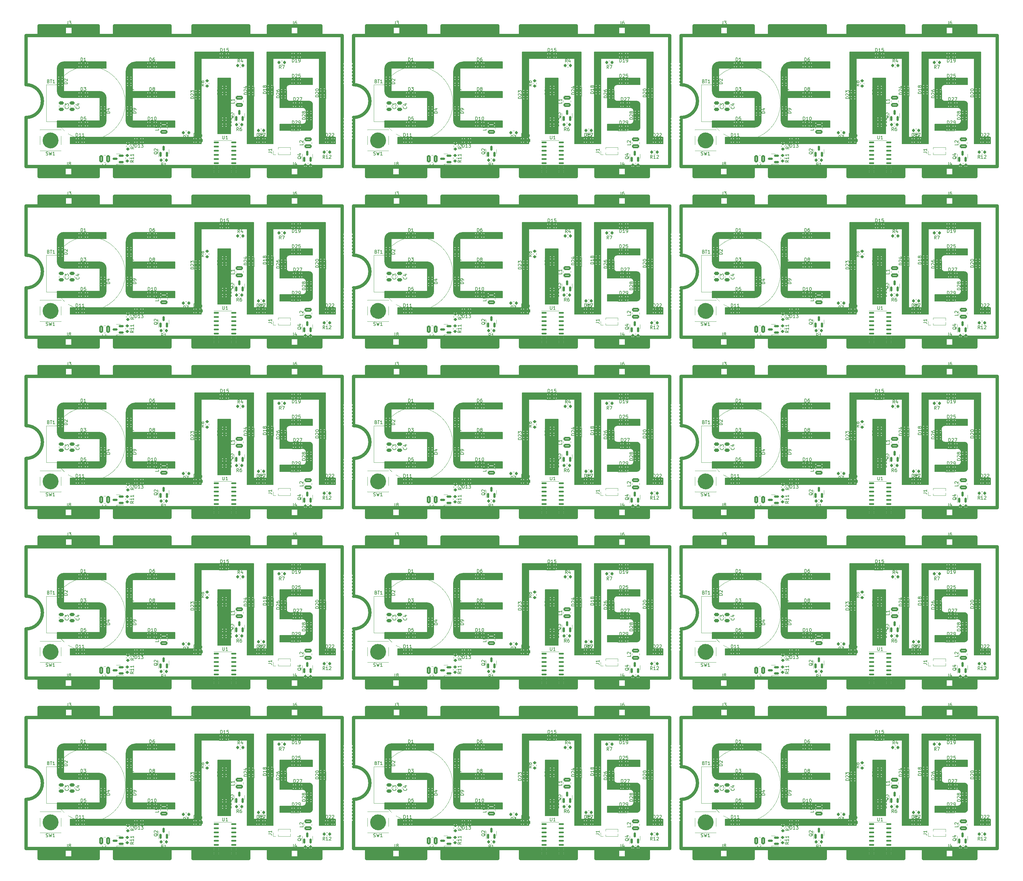
<source format=gto>
%TF.GenerationSoftware,KiCad,Pcbnew,7.0.1-3b83917a11~171~ubuntu20.04.1*%
%TF.CreationDate,2023-10-26T02:31:41+02:00*%
%TF.ProjectId,panel_bottom,70616e65-6c5f-4626-9f74-746f6d2e6b69,rev?*%
%TF.SameCoordinates,Original*%
%TF.FileFunction,Legend,Top*%
%TF.FilePolarity,Positive*%
%FSLAX46Y46*%
G04 Gerber Fmt 4.6, Leading zero omitted, Abs format (unit mm)*
G04 Created by KiCad (PCBNEW 7.0.1-3b83917a11~171~ubuntu20.04.1) date 2023-10-26 02:31:41*
%MOMM*%
%LPD*%
G01*
G04 APERTURE LIST*
G04 Aperture macros list*
%AMRoundRect*
0 Rectangle with rounded corners*
0 $1 Rounding radius*
0 $2 $3 $4 $5 $6 $7 $8 $9 X,Y pos of 4 corners*
0 Add a 4 corners polygon primitive as box body*
4,1,4,$2,$3,$4,$5,$6,$7,$8,$9,$2,$3,0*
0 Add four circle primitives for the rounded corners*
1,1,$1+$1,$2,$3*
1,1,$1+$1,$4,$5*
1,1,$1+$1,$6,$7*
1,1,$1+$1,$8,$9*
0 Add four rect primitives between the rounded corners*
20,1,$1+$1,$2,$3,$4,$5,0*
20,1,$1+$1,$4,$5,$6,$7,0*
20,1,$1+$1,$6,$7,$8,$9,0*
20,1,$1+$1,$8,$9,$2,$3,0*%
G04 Aperture macros list end*
%ADD10C,1.000000*%
%ADD11C,0.150000*%
%ADD12C,2.414214*%
%ADD13C,0.120000*%
%ADD14C,0.500000*%
%ADD15RoundRect,0.243750X0.456250X-0.243750X0.456250X0.243750X-0.456250X0.243750X-0.456250X-0.243750X0*%
%ADD16RoundRect,0.250000X0.850000X-0.375000X0.850000X0.375000X-0.850000X0.375000X-0.850000X-0.375000X0*%
%ADD17RoundRect,0.243750X-0.243750X-0.456250X0.243750X-0.456250X0.243750X0.456250X-0.243750X0.456250X0*%
%ADD18RoundRect,0.150000X0.150000X-0.587500X0.150000X0.587500X-0.150000X0.587500X-0.150000X-0.587500X0*%
%ADD19R,1.700000X1.700000*%
%ADD20RoundRect,0.243750X0.243750X0.456250X-0.243750X0.456250X-0.243750X-0.456250X0.243750X-0.456250X0*%
%ADD21RoundRect,0.243750X-0.456250X0.243750X-0.456250X-0.243750X0.456250X-0.243750X0.456250X0.243750X0*%
%ADD22RoundRect,0.200000X0.275000X-0.200000X0.275000X0.200000X-0.275000X0.200000X-0.275000X-0.200000X0*%
%ADD23R,2.100000X2.100000*%
%ADD24C,2.100000*%
%ADD25RoundRect,0.200000X0.200000X0.275000X-0.200000X0.275000X-0.200000X-0.275000X0.200000X-0.275000X0*%
%ADD26RoundRect,0.250000X-0.475000X0.250000X-0.475000X-0.250000X0.475000X-0.250000X0.475000X0.250000X0*%
%ADD27R,1.900000X1.300000*%
%ADD28RoundRect,0.200000X-0.275000X0.200000X-0.275000X-0.200000X0.275000X-0.200000X0.275000X0.200000X0*%
%ADD29RoundRect,0.250000X0.375000X0.850000X-0.375000X0.850000X-0.375000X-0.850000X0.375000X-0.850000X0*%
%ADD30RoundRect,0.137500X-0.662500X-0.137500X0.662500X-0.137500X0.662500X0.137500X-0.662500X0.137500X0*%
%ADD31RoundRect,0.150000X0.587500X0.150000X-0.587500X0.150000X-0.587500X-0.150000X0.587500X-0.150000X0*%
%ADD32RoundRect,0.200000X-0.200000X-0.275000X0.200000X-0.275000X0.200000X0.275000X-0.200000X0.275000X0*%
%ADD33R,1.000000X1.000000*%
%ADD34O,1.000000X1.000000*%
G04 APERTURE END LIST*
D10*
X127200000Y-68000000D02*
X127200000Y-65000000D01*
X27200000Y-68000000D02*
X27200000Y-65000000D01*
X227200000Y-68000000D02*
X227200000Y-65000000D01*
X27200000Y-120000000D02*
X27200000Y-117000000D01*
X127200000Y-120000000D02*
X127200000Y-117000000D01*
X227200000Y-120000000D02*
X227200000Y-117000000D01*
X27200000Y-172000000D02*
X27200000Y-169000000D01*
X127200000Y-172000000D02*
X127200000Y-169000000D01*
X227200000Y-172000000D02*
X227200000Y-169000000D01*
X27200000Y-224000000D02*
X27200000Y-221000000D01*
X127200000Y-224000000D02*
X127200000Y-221000000D01*
X227200000Y-224000000D02*
X227200000Y-221000000D01*
X27200000Y-276000000D02*
X27200000Y-273000000D01*
X127200000Y-276000000D02*
X127200000Y-273000000D01*
X227200000Y-276000000D02*
X227200000Y-273000000D01*
D11*
X75700000Y-32000000D02*
X89700000Y-32000000D01*
X175700000Y-32000000D02*
X189700000Y-32000000D01*
X275700000Y-32000000D02*
X289700000Y-32000000D01*
X75700000Y-84000000D02*
X89700000Y-84000000D01*
X175700000Y-84000000D02*
X189700000Y-84000000D01*
X275700000Y-84000000D02*
X289700000Y-84000000D01*
X75700000Y-136000000D02*
X89700000Y-136000000D01*
X175700000Y-136000000D02*
X189700000Y-136000000D01*
X275700000Y-136000000D02*
X289700000Y-136000000D01*
X75700000Y-188000000D02*
X89700000Y-188000000D01*
X175700000Y-188000000D02*
X189700000Y-188000000D01*
X275700000Y-188000000D02*
X289700000Y-188000000D01*
X75700000Y-240000000D02*
X89700000Y-240000000D01*
X175700000Y-240000000D02*
X189700000Y-240000000D01*
X275700000Y-240000000D02*
X289700000Y-240000000D01*
X13700000Y-58000000D02*
X53700000Y-58000000D01*
X113700000Y-58000000D02*
X153700000Y-58000000D01*
X213700000Y-58000000D02*
X253700000Y-58000000D01*
X13700000Y-110000000D02*
X53700000Y-110000000D01*
X113700000Y-110000000D02*
X153700000Y-110000000D01*
X213700000Y-110000000D02*
X253700000Y-110000000D01*
X13700000Y-162000000D02*
X53700000Y-162000000D01*
X113700000Y-162000000D02*
X153700000Y-162000000D01*
X213700000Y-162000000D02*
X253700000Y-162000000D01*
X13700000Y-214000000D02*
X53700000Y-214000000D01*
X113700000Y-214000000D02*
X153700000Y-214000000D01*
X213700000Y-214000000D02*
X253700000Y-214000000D01*
X13700000Y-266000000D02*
X53700000Y-266000000D01*
X113700000Y-266000000D02*
X153700000Y-266000000D01*
X213700000Y-266000000D02*
X253700000Y-266000000D01*
X24700000Y-35000000D02*
X11700000Y-35000000D01*
X124700000Y-35000000D02*
X111700000Y-35000000D01*
X224700000Y-35000000D02*
X211700000Y-35000000D01*
X24700000Y-87000000D02*
X11700000Y-87000000D01*
X124700000Y-87000000D02*
X111700000Y-87000000D01*
X224700000Y-87000000D02*
X211700000Y-87000000D01*
X24700000Y-139000000D02*
X11700000Y-139000000D01*
X124700000Y-139000000D02*
X111700000Y-139000000D01*
X224700000Y-139000000D02*
X211700000Y-139000000D01*
X24700000Y-191000000D02*
X11700000Y-191000000D01*
X124700000Y-191000000D02*
X111700000Y-191000000D01*
X224700000Y-191000000D02*
X211700000Y-191000000D01*
X24700000Y-243000000D02*
X11700000Y-243000000D01*
X124700000Y-243000000D02*
X111700000Y-243000000D01*
X224700000Y-243000000D02*
X211700000Y-243000000D01*
X77700000Y-52000000D02*
X84700000Y-52000000D01*
X177700000Y-52000000D02*
X184700000Y-52000000D01*
X277700000Y-52000000D02*
X284700000Y-52000000D01*
X77700000Y-104000000D02*
X84700000Y-104000000D01*
X177700000Y-104000000D02*
X184700000Y-104000000D01*
X277700000Y-104000000D02*
X284700000Y-104000000D01*
X77700000Y-156000000D02*
X84700000Y-156000000D01*
X177700000Y-156000000D02*
X184700000Y-156000000D01*
X277700000Y-156000000D02*
X284700000Y-156000000D01*
X77700000Y-208000000D02*
X84700000Y-208000000D01*
X177700000Y-208000000D02*
X184700000Y-208000000D01*
X277700000Y-208000000D02*
X284700000Y-208000000D01*
X77700000Y-260000000D02*
X84700000Y-260000000D01*
X177700000Y-260000000D02*
X184700000Y-260000000D01*
X277700000Y-260000000D02*
X284700000Y-260000000D01*
D10*
X4200000Y-22000000D02*
X5200000Y-22000000D01*
X104200000Y-22000000D02*
X105200000Y-22000000D01*
X204200000Y-22000000D02*
X205200000Y-22000000D01*
X4200000Y-74000000D02*
X5200000Y-74000000D01*
X104200000Y-74000000D02*
X105200000Y-74000000D01*
X204200000Y-74000000D02*
X205200000Y-74000000D01*
X4200000Y-126000000D02*
X5200000Y-126000000D01*
X104200000Y-126000000D02*
X105200000Y-126000000D01*
X204200000Y-126000000D02*
X205200000Y-126000000D01*
X4200000Y-178000000D02*
X5200000Y-178000000D01*
X104200000Y-178000000D02*
X105200000Y-178000000D01*
X204200000Y-178000000D02*
X205200000Y-178000000D01*
X4200000Y-230000000D02*
X5200000Y-230000000D01*
X104200000Y-230000000D02*
X105200000Y-230000000D01*
X204200000Y-230000000D02*
X205200000Y-230000000D01*
D11*
X80700000Y-45000000D02*
X86700000Y-45000000D01*
X180700000Y-45000000D02*
X186700000Y-45000000D01*
X280700000Y-45000000D02*
X286700000Y-45000000D01*
X80700000Y-97000000D02*
X86700000Y-97000000D01*
X180700000Y-97000000D02*
X186700000Y-97000000D01*
X280700000Y-97000000D02*
X286700000Y-97000000D01*
X80700000Y-149000000D02*
X86700000Y-149000000D01*
X180700000Y-149000000D02*
X186700000Y-149000000D01*
X280700000Y-149000000D02*
X286700000Y-149000000D01*
X80700000Y-201000000D02*
X86700000Y-201000000D01*
X180700000Y-201000000D02*
X186700000Y-201000000D01*
X280700000Y-201000000D02*
X286700000Y-201000000D01*
X80700000Y-253000000D02*
X86700000Y-253000000D01*
X180700000Y-253000000D02*
X186700000Y-253000000D01*
X280700000Y-253000000D02*
X286700000Y-253000000D01*
D10*
X52200000Y-22000000D02*
X51200000Y-22000000D01*
X152200000Y-22000000D02*
X151200000Y-22000000D01*
X252200000Y-22000000D02*
X251200000Y-22000000D01*
X52200000Y-74000000D02*
X51200000Y-74000000D01*
X152200000Y-74000000D02*
X151200000Y-74000000D01*
X252200000Y-74000000D02*
X251200000Y-74000000D01*
X52200000Y-126000000D02*
X51200000Y-126000000D01*
X152200000Y-126000000D02*
X151200000Y-126000000D01*
X252200000Y-126000000D02*
X251200000Y-126000000D01*
X52200000Y-178000000D02*
X51200000Y-178000000D01*
X152200000Y-178000000D02*
X151200000Y-178000000D01*
X252200000Y-178000000D02*
X251200000Y-178000000D01*
X52200000Y-230000000D02*
X51200000Y-230000000D01*
X152200000Y-230000000D02*
X151200000Y-230000000D01*
X252200000Y-230000000D02*
X251200000Y-230000000D01*
D11*
X30700000Y-51000000D02*
G75*
G03*
X32700000Y-53000000I2000000J0D01*
G01*
X130700000Y-51000000D02*
G75*
G03*
X132700000Y-53000000I2000000J0D01*
G01*
X230700000Y-51000000D02*
G75*
G03*
X232700000Y-53000000I2000000J0D01*
G01*
X30700000Y-103000000D02*
G75*
G03*
X32700000Y-105000000I2000000J0D01*
G01*
X130700000Y-103000000D02*
G75*
G03*
X132700000Y-105000000I2000000J0D01*
G01*
X230700000Y-103000000D02*
G75*
G03*
X232700000Y-105000000I2000000J0D01*
G01*
X30700000Y-155000000D02*
G75*
G03*
X32700000Y-157000000I2000000J0D01*
G01*
X130700000Y-155000000D02*
G75*
G03*
X132700000Y-157000000I2000000J0D01*
G01*
X230700000Y-155000000D02*
G75*
G03*
X232700000Y-157000000I2000000J0D01*
G01*
X30700000Y-207000000D02*
G75*
G03*
X32700000Y-209000000I2000000J0D01*
G01*
X130700000Y-207000000D02*
G75*
G03*
X132700000Y-209000000I2000000J0D01*
G01*
X230700000Y-207000000D02*
G75*
G03*
X232700000Y-209000000I2000000J0D01*
G01*
X30700000Y-259000000D02*
G75*
G03*
X32700000Y-261000000I2000000J0D01*
G01*
X130700000Y-259000000D02*
G75*
G03*
X132700000Y-261000000I2000000J0D01*
G01*
X230700000Y-259000000D02*
G75*
G03*
X232700000Y-261000000I2000000J0D01*
G01*
X87700000Y-46000000D02*
G75*
G03*
X86700000Y-45000000I-1000000J0D01*
G01*
X187700000Y-46000000D02*
G75*
G03*
X186700000Y-45000000I-1000000J0D01*
G01*
X287700000Y-46000000D02*
G75*
G03*
X286700000Y-45000000I-1000000J0D01*
G01*
X87700000Y-98000000D02*
G75*
G03*
X86700000Y-97000000I-1000000J0D01*
G01*
X187700000Y-98000000D02*
G75*
G03*
X186700000Y-97000000I-1000000J0D01*
G01*
X287700000Y-98000000D02*
G75*
G03*
X286700000Y-97000000I-1000000J0D01*
G01*
X87700000Y-150000000D02*
G75*
G03*
X86700000Y-149000000I-1000000J0D01*
G01*
X187700000Y-150000000D02*
G75*
G03*
X186700000Y-149000000I-1000000J0D01*
G01*
X287700000Y-150000000D02*
G75*
G03*
X286700000Y-149000000I-1000000J0D01*
G01*
X87700000Y-202000000D02*
G75*
G03*
X86700000Y-201000000I-1000000J0D01*
G01*
X187700000Y-202000000D02*
G75*
G03*
X186700000Y-201000000I-1000000J0D01*
G01*
X287700000Y-202000000D02*
G75*
G03*
X286700000Y-201000000I-1000000J0D01*
G01*
X87700000Y-254000000D02*
G75*
G03*
X86700000Y-253000000I-1000000J0D01*
G01*
X187700000Y-254000000D02*
G75*
G03*
X186700000Y-253000000I-1000000J0D01*
G01*
X287700000Y-254000000D02*
G75*
G03*
X286700000Y-253000000I-1000000J0D01*
G01*
X86700000Y-54000000D02*
G75*
G03*
X87700000Y-53000000I0J1000000D01*
G01*
X186700000Y-54000000D02*
G75*
G03*
X187700000Y-53000000I0J1000000D01*
G01*
X286700000Y-54000000D02*
G75*
G03*
X287700000Y-53000000I0J1000000D01*
G01*
X86700000Y-106000000D02*
G75*
G03*
X87700000Y-105000000I0J1000000D01*
G01*
X186700000Y-106000000D02*
G75*
G03*
X187700000Y-105000000I0J1000000D01*
G01*
X286700000Y-106000000D02*
G75*
G03*
X287700000Y-105000000I0J1000000D01*
G01*
X86700000Y-158000000D02*
G75*
G03*
X87700000Y-157000000I0J1000000D01*
G01*
X186700000Y-158000000D02*
G75*
G03*
X187700000Y-157000000I0J1000000D01*
G01*
X286700000Y-158000000D02*
G75*
G03*
X287700000Y-157000000I0J1000000D01*
G01*
X86700000Y-210000000D02*
G75*
G03*
X87700000Y-209000000I0J1000000D01*
G01*
X186700000Y-210000000D02*
G75*
G03*
X187700000Y-209000000I0J1000000D01*
G01*
X286700000Y-210000000D02*
G75*
G03*
X287700000Y-209000000I0J1000000D01*
G01*
X86700000Y-262000000D02*
G75*
G03*
X87700000Y-261000000I0J1000000D01*
G01*
X186700000Y-262000000D02*
G75*
G03*
X187700000Y-261000000I0J1000000D01*
G01*
X286700000Y-262000000D02*
G75*
G03*
X287700000Y-261000000I0J1000000D01*
G01*
X32700000Y-44000000D02*
X32700000Y-51000000D01*
X132700000Y-44000000D02*
X132700000Y-51000000D01*
X232700000Y-44000000D02*
X232700000Y-51000000D01*
X32700000Y-96000000D02*
X32700000Y-103000000D01*
X132700000Y-96000000D02*
X132700000Y-103000000D01*
X232700000Y-96000000D02*
X232700000Y-103000000D01*
X32700000Y-148000000D02*
X32700000Y-155000000D01*
X132700000Y-148000000D02*
X132700000Y-155000000D01*
X232700000Y-148000000D02*
X232700000Y-155000000D01*
X32700000Y-200000000D02*
X32700000Y-207000000D01*
X132700000Y-200000000D02*
X132700000Y-207000000D01*
X232700000Y-200000000D02*
X232700000Y-207000000D01*
X32700000Y-252000000D02*
X32700000Y-259000000D01*
X132700000Y-252000000D02*
X132700000Y-259000000D01*
X232700000Y-252000000D02*
X232700000Y-259000000D01*
X11700000Y-33000000D02*
G75*
G03*
X9700000Y-35000000I0J-2000000D01*
G01*
X111700000Y-33000000D02*
G75*
G03*
X109700000Y-35000000I0J-2000000D01*
G01*
X211700000Y-33000000D02*
G75*
G03*
X209700000Y-35000000I0J-2000000D01*
G01*
X11700000Y-85000000D02*
G75*
G03*
X9700000Y-87000000I0J-2000000D01*
G01*
X111700000Y-85000000D02*
G75*
G03*
X109700000Y-87000000I0J-2000000D01*
G01*
X211700000Y-85000000D02*
G75*
G03*
X209700000Y-87000000I0J-2000000D01*
G01*
X11700000Y-137000000D02*
G75*
G03*
X9700000Y-139000000I0J-2000000D01*
G01*
X111700000Y-137000000D02*
G75*
G03*
X109700000Y-139000000I0J-2000000D01*
G01*
X211700000Y-137000000D02*
G75*
G03*
X209700000Y-139000000I0J-2000000D01*
G01*
X11700000Y-189000000D02*
G75*
G03*
X9700000Y-191000000I0J-2000000D01*
G01*
X111700000Y-189000000D02*
G75*
G03*
X109700000Y-191000000I0J-2000000D01*
G01*
X211700000Y-189000000D02*
G75*
G03*
X209700000Y-191000000I0J-2000000D01*
G01*
X11700000Y-241000000D02*
G75*
G03*
X9700000Y-243000000I0J-2000000D01*
G01*
X111700000Y-241000000D02*
G75*
G03*
X109700000Y-243000000I0J-2000000D01*
G01*
X211700000Y-241000000D02*
G75*
G03*
X209700000Y-243000000I0J-2000000D01*
G01*
X13700000Y-56000000D02*
X13700000Y-58000000D01*
X113700000Y-56000000D02*
X113700000Y-58000000D01*
X213700000Y-56000000D02*
X213700000Y-58000000D01*
X13700000Y-108000000D02*
X13700000Y-110000000D01*
X113700000Y-108000000D02*
X113700000Y-110000000D01*
X213700000Y-108000000D02*
X213700000Y-110000000D01*
X13700000Y-160000000D02*
X13700000Y-162000000D01*
X113700000Y-160000000D02*
X113700000Y-162000000D01*
X213700000Y-160000000D02*
X213700000Y-162000000D01*
X13700000Y-212000000D02*
X13700000Y-214000000D01*
X113700000Y-212000000D02*
X113700000Y-214000000D01*
X213700000Y-212000000D02*
X213700000Y-214000000D01*
X13700000Y-264000000D02*
X13700000Y-266000000D01*
X113700000Y-264000000D02*
X113700000Y-266000000D01*
X213700000Y-264000000D02*
X213700000Y-266000000D01*
D10*
X43200000Y-22000000D02*
X44200000Y-22000000D01*
X143200000Y-22000000D02*
X144200000Y-22000000D01*
X243200000Y-22000000D02*
X244200000Y-22000000D01*
X43200000Y-74000000D02*
X44200000Y-74000000D01*
X143200000Y-74000000D02*
X144200000Y-74000000D01*
X243200000Y-74000000D02*
X244200000Y-74000000D01*
X43200000Y-126000000D02*
X44200000Y-126000000D01*
X143200000Y-126000000D02*
X144200000Y-126000000D01*
X243200000Y-126000000D02*
X244200000Y-126000000D01*
X43200000Y-178000000D02*
X44200000Y-178000000D01*
X143200000Y-178000000D02*
X144200000Y-178000000D01*
X243200000Y-178000000D02*
X244200000Y-178000000D01*
X43200000Y-230000000D02*
X44200000Y-230000000D01*
X143200000Y-230000000D02*
X144200000Y-230000000D01*
X243200000Y-230000000D02*
X244200000Y-230000000D01*
X4200000Y-22000000D02*
X4200000Y-25000000D01*
X104200000Y-22000000D02*
X104200000Y-25000000D01*
X204200000Y-22000000D02*
X204200000Y-25000000D01*
X4200000Y-74000000D02*
X4200000Y-77000000D01*
X104200000Y-74000000D02*
X104200000Y-77000000D01*
X204200000Y-74000000D02*
X204200000Y-77000000D01*
X4200000Y-126000000D02*
X4200000Y-129000000D01*
X104200000Y-126000000D02*
X104200000Y-129000000D01*
X204200000Y-126000000D02*
X204200000Y-129000000D01*
X4200000Y-178000000D02*
X4200000Y-181000000D01*
X104200000Y-178000000D02*
X104200000Y-181000000D01*
X204200000Y-178000000D02*
X204200000Y-181000000D01*
X4200000Y-230000000D02*
X4200000Y-233000000D01*
X104200000Y-230000000D02*
X104200000Y-233000000D01*
X204200000Y-230000000D02*
X204200000Y-233000000D01*
D11*
X69700000Y-56000000D02*
X73700000Y-56000000D01*
X169700000Y-56000000D02*
X173700000Y-56000000D01*
X269700000Y-56000000D02*
X273700000Y-56000000D01*
X69700000Y-108000000D02*
X73700000Y-108000000D01*
X169700000Y-108000000D02*
X173700000Y-108000000D01*
X269700000Y-108000000D02*
X273700000Y-108000000D01*
X69700000Y-160000000D02*
X73700000Y-160000000D01*
X169700000Y-160000000D02*
X173700000Y-160000000D01*
X269700000Y-160000000D02*
X273700000Y-160000000D01*
X69700000Y-212000000D02*
X73700000Y-212000000D01*
X169700000Y-212000000D02*
X173700000Y-212000000D01*
X269700000Y-212000000D02*
X273700000Y-212000000D01*
X69700000Y-264000000D02*
X73700000Y-264000000D01*
X169700000Y-264000000D02*
X173700000Y-264000000D01*
X269700000Y-264000000D02*
X273700000Y-264000000D01*
X89700000Y-58000000D02*
X94700000Y-58000000D01*
X189700000Y-58000000D02*
X194700000Y-58000000D01*
X289700000Y-58000000D02*
X294700000Y-58000000D01*
X89700000Y-110000000D02*
X94700000Y-110000000D01*
X189700000Y-110000000D02*
X194700000Y-110000000D01*
X289700000Y-110000000D02*
X294700000Y-110000000D01*
X89700000Y-162000000D02*
X94700000Y-162000000D01*
X189700000Y-162000000D02*
X194700000Y-162000000D01*
X289700000Y-162000000D02*
X294700000Y-162000000D01*
X89700000Y-214000000D02*
X94700000Y-214000000D01*
X189700000Y-214000000D02*
X194700000Y-214000000D01*
X289700000Y-214000000D02*
X294700000Y-214000000D01*
X89700000Y-266000000D02*
X94700000Y-266000000D01*
X189700000Y-266000000D02*
X194700000Y-266000000D01*
X289700000Y-266000000D02*
X294700000Y-266000000D01*
X51700000Y-30000000D02*
X51700000Y-56000000D01*
X151700000Y-30000000D02*
X151700000Y-56000000D01*
X251700000Y-30000000D02*
X251700000Y-56000000D01*
X51700000Y-82000000D02*
X51700000Y-108000000D01*
X151700000Y-82000000D02*
X151700000Y-108000000D01*
X251700000Y-82000000D02*
X251700000Y-108000000D01*
X51700000Y-134000000D02*
X51700000Y-160000000D01*
X151700000Y-134000000D02*
X151700000Y-160000000D01*
X251700000Y-134000000D02*
X251700000Y-160000000D01*
X51700000Y-186000000D02*
X51700000Y-212000000D01*
X151700000Y-186000000D02*
X151700000Y-212000000D01*
X251700000Y-186000000D02*
X251700000Y-212000000D01*
X51700000Y-238000000D02*
X51700000Y-264000000D01*
X151700000Y-238000000D02*
X151700000Y-264000000D01*
X251700000Y-238000000D02*
X251700000Y-264000000D01*
X84700000Y-52000000D02*
G75*
G03*
X85700000Y-51000000I0J1000000D01*
G01*
X184700000Y-52000000D02*
G75*
G03*
X185700000Y-51000000I0J1000000D01*
G01*
X284700000Y-52000000D02*
G75*
G03*
X285700000Y-51000000I0J1000000D01*
G01*
X84700000Y-104000000D02*
G75*
G03*
X85700000Y-103000000I0J1000000D01*
G01*
X184700000Y-104000000D02*
G75*
G03*
X185700000Y-103000000I0J1000000D01*
G01*
X284700000Y-104000000D02*
G75*
G03*
X285700000Y-103000000I0J1000000D01*
G01*
X84700000Y-156000000D02*
G75*
G03*
X85700000Y-155000000I0J1000000D01*
G01*
X184700000Y-156000000D02*
G75*
G03*
X185700000Y-155000000I0J1000000D01*
G01*
X284700000Y-156000000D02*
G75*
G03*
X285700000Y-155000000I0J1000000D01*
G01*
X84700000Y-208000000D02*
G75*
G03*
X85700000Y-207000000I0J1000000D01*
G01*
X184700000Y-208000000D02*
G75*
G03*
X185700000Y-207000000I0J1000000D01*
G01*
X284700000Y-208000000D02*
G75*
G03*
X285700000Y-207000000I0J1000000D01*
G01*
X84700000Y-260000000D02*
G75*
G03*
X85700000Y-259000000I0J1000000D01*
G01*
X184700000Y-260000000D02*
G75*
G03*
X185700000Y-259000000I0J1000000D01*
G01*
X284700000Y-260000000D02*
G75*
G03*
X285700000Y-259000000I0J1000000D01*
G01*
D10*
X27200000Y-22000000D02*
X43200000Y-22000000D01*
X127200000Y-22000000D02*
X143200000Y-22000000D01*
X227200000Y-22000000D02*
X243200000Y-22000000D01*
X27200000Y-74000000D02*
X43200000Y-74000000D01*
X127200000Y-74000000D02*
X143200000Y-74000000D01*
X227200000Y-74000000D02*
X243200000Y-74000000D01*
X27200000Y-126000000D02*
X43200000Y-126000000D01*
X127200000Y-126000000D02*
X143200000Y-126000000D01*
X227200000Y-126000000D02*
X243200000Y-126000000D01*
X27200000Y-178000000D02*
X43200000Y-178000000D01*
X127200000Y-178000000D02*
X143200000Y-178000000D01*
X227200000Y-178000000D02*
X243200000Y-178000000D01*
X27200000Y-230000000D02*
X43200000Y-230000000D01*
X127200000Y-230000000D02*
X143200000Y-230000000D01*
X227200000Y-230000000D02*
X243200000Y-230000000D01*
D11*
X67700000Y-58000000D02*
X75700000Y-58000000D01*
X167700000Y-58000000D02*
X175700000Y-58000000D01*
X267700000Y-58000000D02*
X275700000Y-58000000D01*
X67700000Y-110000000D02*
X75700000Y-110000000D01*
X167700000Y-110000000D02*
X175700000Y-110000000D01*
X267700000Y-110000000D02*
X275700000Y-110000000D01*
X67700000Y-162000000D02*
X75700000Y-162000000D01*
X167700000Y-162000000D02*
X175700000Y-162000000D01*
X267700000Y-162000000D02*
X275700000Y-162000000D01*
X67700000Y-214000000D02*
X75700000Y-214000000D01*
X167700000Y-214000000D02*
X175700000Y-214000000D01*
X267700000Y-214000000D02*
X275700000Y-214000000D01*
X67700000Y-266000000D02*
X75700000Y-266000000D01*
X167700000Y-266000000D02*
X175700000Y-266000000D01*
X267700000Y-266000000D02*
X275700000Y-266000000D01*
X69700000Y-30000000D02*
X52700000Y-30000000D01*
X169700000Y-30000000D02*
X152700000Y-30000000D01*
X269700000Y-30000000D02*
X252700000Y-30000000D01*
X69700000Y-82000000D02*
X52700000Y-82000000D01*
X169700000Y-82000000D02*
X152700000Y-82000000D01*
X269700000Y-82000000D02*
X252700000Y-82000000D01*
X69700000Y-134000000D02*
X52700000Y-134000000D01*
X169700000Y-134000000D02*
X152700000Y-134000000D01*
X269700000Y-134000000D02*
X252700000Y-134000000D01*
X69700000Y-186000000D02*
X52700000Y-186000000D01*
X169700000Y-186000000D02*
X152700000Y-186000000D01*
X269700000Y-186000000D02*
X252700000Y-186000000D01*
X69700000Y-238000000D02*
X52700000Y-238000000D01*
X169700000Y-238000000D02*
X152700000Y-238000000D01*
X269700000Y-238000000D02*
X252700000Y-238000000D01*
D10*
X68200000Y-22000000D02*
X52200000Y-22000000D01*
X168200000Y-22000000D02*
X152200000Y-22000000D01*
X268200000Y-22000000D02*
X252200000Y-22000000D01*
X68200000Y-74000000D02*
X52200000Y-74000000D01*
X168200000Y-74000000D02*
X152200000Y-74000000D01*
X268200000Y-74000000D02*
X252200000Y-74000000D01*
X68200000Y-126000000D02*
X52200000Y-126000000D01*
X168200000Y-126000000D02*
X152200000Y-126000000D01*
X268200000Y-126000000D02*
X252200000Y-126000000D01*
X68200000Y-178000000D02*
X52200000Y-178000000D01*
X168200000Y-178000000D02*
X152200000Y-178000000D01*
X268200000Y-178000000D02*
X252200000Y-178000000D01*
X68200000Y-230000000D02*
X52200000Y-230000000D01*
X168200000Y-230000000D02*
X152200000Y-230000000D01*
X268200000Y-230000000D02*
X252200000Y-230000000D01*
X22200000Y-68000000D02*
X22200000Y-65000000D01*
X122200000Y-68000000D02*
X122200000Y-65000000D01*
X222200000Y-68000000D02*
X222200000Y-65000000D01*
X22200000Y-120000000D02*
X22200000Y-117000000D01*
X122200000Y-120000000D02*
X122200000Y-117000000D01*
X222200000Y-120000000D02*
X222200000Y-117000000D01*
X22200000Y-172000000D02*
X22200000Y-169000000D01*
X122200000Y-172000000D02*
X122200000Y-169000000D01*
X222200000Y-172000000D02*
X222200000Y-169000000D01*
X22200000Y-224000000D02*
X22200000Y-221000000D01*
X122200000Y-224000000D02*
X122200000Y-221000000D01*
X222200000Y-224000000D02*
X222200000Y-221000000D01*
X22200000Y-276000000D02*
X22200000Y-273000000D01*
X122200000Y-276000000D02*
X122200000Y-273000000D01*
X222200000Y-276000000D02*
X222200000Y-273000000D01*
D11*
X45700000Y-33000000D02*
X45700000Y-35000000D01*
X145700000Y-33000000D02*
X145700000Y-35000000D01*
X245700000Y-33000000D02*
X245700000Y-35000000D01*
X45700000Y-85000000D02*
X45700000Y-87000000D01*
X145700000Y-85000000D02*
X145700000Y-87000000D01*
X245700000Y-85000000D02*
X245700000Y-87000000D01*
X45700000Y-137000000D02*
X45700000Y-139000000D01*
X145700000Y-137000000D02*
X145700000Y-139000000D01*
X245700000Y-137000000D02*
X245700000Y-139000000D01*
X45700000Y-189000000D02*
X45700000Y-191000000D01*
X145700000Y-189000000D02*
X145700000Y-191000000D01*
X245700000Y-189000000D02*
X245700000Y-191000000D01*
X45700000Y-241000000D02*
X45700000Y-243000000D01*
X145700000Y-241000000D02*
X145700000Y-243000000D01*
X245700000Y-241000000D02*
X245700000Y-243000000D01*
D10*
X4200000Y-68000000D02*
X4200000Y-65000000D01*
X104200000Y-68000000D02*
X104200000Y-65000000D01*
X204200000Y-68000000D02*
X204200000Y-65000000D01*
X4200000Y-120000000D02*
X4200000Y-117000000D01*
X104200000Y-120000000D02*
X104200000Y-117000000D01*
X204200000Y-120000000D02*
X204200000Y-117000000D01*
X4200000Y-172000000D02*
X4200000Y-169000000D01*
X104200000Y-172000000D02*
X104200000Y-169000000D01*
X204200000Y-172000000D02*
X204200000Y-169000000D01*
X4200000Y-224000000D02*
X4200000Y-221000000D01*
X104200000Y-224000000D02*
X104200000Y-221000000D01*
X204200000Y-224000000D02*
X204200000Y-221000000D01*
X4200000Y-276000000D02*
X4200000Y-273000000D01*
X104200000Y-276000000D02*
X104200000Y-273000000D01*
X204200000Y-276000000D02*
X204200000Y-273000000D01*
D11*
X277700000Y-99000000D02*
X277700000Y-90000000D01*
X77700000Y-151000000D02*
X77700000Y-142000000D01*
X177700000Y-151000000D02*
X177700000Y-142000000D01*
X277700000Y-151000000D02*
X277700000Y-142000000D01*
X77700000Y-203000000D02*
X77700000Y-194000000D01*
X177700000Y-203000000D02*
X177700000Y-194000000D01*
X277700000Y-203000000D02*
X277700000Y-194000000D01*
X77700000Y-255000000D02*
X77700000Y-246000000D01*
X177700000Y-255000000D02*
X177700000Y-246000000D01*
X277700000Y-255000000D02*
X277700000Y-246000000D01*
X77700000Y-47000000D02*
X77700000Y-38000000D01*
X177700000Y-47000000D02*
X177700000Y-38000000D01*
X277700000Y-47000000D02*
X277700000Y-38000000D01*
X77700000Y-99000000D02*
X77700000Y-90000000D01*
X177700000Y-99000000D02*
X177700000Y-90000000D01*
X22700000Y-53000000D02*
G75*
G03*
X24700000Y-51000000I0J2000000D01*
G01*
X122700000Y-53000000D02*
G75*
G03*
X124700000Y-51000000I0J2000000D01*
G01*
X222700000Y-53000000D02*
G75*
G03*
X224700000Y-51000000I0J2000000D01*
G01*
X22700000Y-105000000D02*
G75*
G03*
X24700000Y-103000000I0J2000000D01*
G01*
X122700000Y-105000000D02*
G75*
G03*
X124700000Y-103000000I0J2000000D01*
G01*
X222700000Y-105000000D02*
G75*
G03*
X224700000Y-103000000I0J2000000D01*
G01*
X22700000Y-157000000D02*
G75*
G03*
X24700000Y-155000000I0J2000000D01*
G01*
X122700000Y-157000000D02*
G75*
G03*
X124700000Y-155000000I0J2000000D01*
G01*
X222700000Y-157000000D02*
G75*
G03*
X224700000Y-155000000I0J2000000D01*
G01*
X22700000Y-209000000D02*
G75*
G03*
X24700000Y-207000000I0J2000000D01*
G01*
X122700000Y-209000000D02*
G75*
G03*
X124700000Y-207000000I0J2000000D01*
G01*
X222700000Y-209000000D02*
G75*
G03*
X224700000Y-207000000I0J2000000D01*
G01*
X22700000Y-261000000D02*
G75*
G03*
X24700000Y-259000000I0J2000000D01*
G01*
X122700000Y-261000000D02*
G75*
G03*
X124700000Y-259000000I0J2000000D01*
G01*
X222700000Y-261000000D02*
G75*
G03*
X224700000Y-259000000I0J2000000D01*
G01*
X87700000Y-38000000D02*
X87700000Y-40000000D01*
X187700000Y-38000000D02*
X187700000Y-40000000D01*
X287700000Y-38000000D02*
X287700000Y-40000000D01*
X87700000Y-90000000D02*
X87700000Y-92000000D01*
X187700000Y-90000000D02*
X187700000Y-92000000D01*
X287700000Y-90000000D02*
X287700000Y-92000000D01*
X87700000Y-142000000D02*
X87700000Y-144000000D01*
X187700000Y-142000000D02*
X187700000Y-144000000D01*
X287700000Y-142000000D02*
X287700000Y-144000000D01*
X87700000Y-194000000D02*
X87700000Y-196000000D01*
X187700000Y-194000000D02*
X187700000Y-196000000D01*
X287700000Y-194000000D02*
X287700000Y-196000000D01*
X87700000Y-246000000D02*
X87700000Y-248000000D01*
X187700000Y-246000000D02*
X187700000Y-248000000D01*
X287700000Y-246000000D02*
X287700000Y-248000000D01*
X32700000Y-53000000D02*
X45700000Y-53000000D01*
X132700000Y-53000000D02*
X145700000Y-53000000D01*
X232700000Y-53000000D02*
X245700000Y-53000000D01*
X32700000Y-105000000D02*
X45700000Y-105000000D01*
X132700000Y-105000000D02*
X145700000Y-105000000D01*
X232700000Y-105000000D02*
X245700000Y-105000000D01*
X32700000Y-157000000D02*
X45700000Y-157000000D01*
X132700000Y-157000000D02*
X145700000Y-157000000D01*
X232700000Y-157000000D02*
X245700000Y-157000000D01*
X32700000Y-209000000D02*
X45700000Y-209000000D01*
X132700000Y-209000000D02*
X145700000Y-209000000D01*
X232700000Y-209000000D02*
X245700000Y-209000000D01*
X32700000Y-261000000D02*
X45700000Y-261000000D01*
X132700000Y-261000000D02*
X145700000Y-261000000D01*
X232700000Y-261000000D02*
X245700000Y-261000000D01*
X4200000Y-22000000D02*
X4200000Y-23000000D01*
X104200000Y-22000000D02*
X104200000Y-23000000D01*
X204200000Y-22000000D02*
X204200000Y-23000000D01*
X4200000Y-74000000D02*
X4200000Y-75000000D01*
X104200000Y-74000000D02*
X104200000Y-75000000D01*
X204200000Y-74000000D02*
X204200000Y-75000000D01*
X4200000Y-126000000D02*
X4200000Y-127000000D01*
X104200000Y-126000000D02*
X104200000Y-127000000D01*
X204200000Y-126000000D02*
X204200000Y-127000000D01*
X4200000Y-178000000D02*
X4200000Y-179000000D01*
X104200000Y-178000000D02*
X104200000Y-179000000D01*
X204200000Y-178000000D02*
X204200000Y-179000000D01*
X4200000Y-230000000D02*
X4200000Y-231000000D01*
X104200000Y-230000000D02*
X104200000Y-231000000D01*
X204200000Y-230000000D02*
X204200000Y-231000000D01*
X58700000Y-55000000D02*
X62700000Y-55000000D01*
X158700000Y-55000000D02*
X162700000Y-55000000D01*
X258700000Y-55000000D02*
X262700000Y-55000000D01*
X58700000Y-107000000D02*
X62700000Y-107000000D01*
X158700000Y-107000000D02*
X162700000Y-107000000D01*
X258700000Y-107000000D02*
X262700000Y-107000000D01*
X58700000Y-159000000D02*
X62700000Y-159000000D01*
X158700000Y-159000000D02*
X162700000Y-159000000D01*
X258700000Y-159000000D02*
X262700000Y-159000000D01*
X58700000Y-211000000D02*
X62700000Y-211000000D01*
X158700000Y-211000000D02*
X162700000Y-211000000D01*
X258700000Y-211000000D02*
X262700000Y-211000000D01*
X58700000Y-263000000D02*
X62700000Y-263000000D01*
X158700000Y-263000000D02*
X162700000Y-263000000D01*
X258700000Y-263000000D02*
X262700000Y-263000000D01*
X24700000Y-44000000D02*
G75*
G03*
X22700000Y-42000000I-2000000J0D01*
G01*
X124700000Y-44000000D02*
G75*
G03*
X122700000Y-42000000I-2000000J0D01*
G01*
X224700000Y-44000000D02*
G75*
G03*
X222700000Y-42000000I-2000000J0D01*
G01*
X24700000Y-96000000D02*
G75*
G03*
X22700000Y-94000000I-2000000J0D01*
G01*
X124700000Y-96000000D02*
G75*
G03*
X122700000Y-94000000I-2000000J0D01*
G01*
X224700000Y-96000000D02*
G75*
G03*
X222700000Y-94000000I-2000000J0D01*
G01*
X24700000Y-148000000D02*
G75*
G03*
X22700000Y-146000000I-2000000J0D01*
G01*
X124700000Y-148000000D02*
G75*
G03*
X122700000Y-146000000I-2000000J0D01*
G01*
X224700000Y-148000000D02*
G75*
G03*
X222700000Y-146000000I-2000000J0D01*
G01*
X24700000Y-200000000D02*
G75*
G03*
X22700000Y-198000000I-2000000J0D01*
G01*
X124700000Y-200000000D02*
G75*
G03*
X122700000Y-198000000I-2000000J0D01*
G01*
X224700000Y-200000000D02*
G75*
G03*
X222700000Y-198000000I-2000000J0D01*
G01*
X24700000Y-252000000D02*
G75*
G03*
X22700000Y-250000000I-2000000J0D01*
G01*
X124700000Y-252000000D02*
G75*
G03*
X122700000Y-250000000I-2000000J0D01*
G01*
X224700000Y-252000000D02*
G75*
G03*
X222700000Y-250000000I-2000000J0D01*
G01*
X32700000Y-35000000D02*
X45700000Y-35000000D01*
X132700000Y-35000000D02*
X145700000Y-35000000D01*
X232700000Y-35000000D02*
X245700000Y-35000000D01*
X32700000Y-87000000D02*
X45700000Y-87000000D01*
X132700000Y-87000000D02*
X145700000Y-87000000D01*
X232700000Y-87000000D02*
X245700000Y-87000000D01*
X32700000Y-139000000D02*
X45700000Y-139000000D01*
X132700000Y-139000000D02*
X145700000Y-139000000D01*
X232700000Y-139000000D02*
X245700000Y-139000000D01*
X32700000Y-191000000D02*
X45700000Y-191000000D01*
X132700000Y-191000000D02*
X145700000Y-191000000D01*
X232700000Y-191000000D02*
X245700000Y-191000000D01*
X32700000Y-243000000D02*
X45700000Y-243000000D01*
X132700000Y-243000000D02*
X145700000Y-243000000D01*
X232700000Y-243000000D02*
X245700000Y-243000000D01*
X62700000Y-38000000D02*
X58700000Y-38000000D01*
X162700000Y-38000000D02*
X158700000Y-38000000D01*
X262700000Y-38000000D02*
X258700000Y-38000000D01*
X62700000Y-90000000D02*
X58700000Y-90000000D01*
X162700000Y-90000000D02*
X158700000Y-90000000D01*
X262700000Y-90000000D02*
X258700000Y-90000000D01*
X62700000Y-142000000D02*
X58700000Y-142000000D01*
X162700000Y-142000000D02*
X158700000Y-142000000D01*
X262700000Y-142000000D02*
X258700000Y-142000000D01*
X62700000Y-194000000D02*
X58700000Y-194000000D01*
X162700000Y-194000000D02*
X158700000Y-194000000D01*
X262700000Y-194000000D02*
X258700000Y-194000000D01*
X62700000Y-246000000D02*
X58700000Y-246000000D01*
X162700000Y-246000000D02*
X158700000Y-246000000D01*
X262700000Y-246000000D02*
X258700000Y-246000000D01*
X86700000Y-54000000D02*
X77700000Y-54000000D01*
X186700000Y-54000000D02*
X177700000Y-54000000D01*
X286700000Y-54000000D02*
X277700000Y-54000000D01*
X86700000Y-106000000D02*
X77700000Y-106000000D01*
X186700000Y-106000000D02*
X177700000Y-106000000D01*
X286700000Y-106000000D02*
X277700000Y-106000000D01*
X86700000Y-158000000D02*
X77700000Y-158000000D01*
X186700000Y-158000000D02*
X177700000Y-158000000D01*
X286700000Y-158000000D02*
X277700000Y-158000000D01*
X86700000Y-210000000D02*
X77700000Y-210000000D01*
X186700000Y-210000000D02*
X177700000Y-210000000D01*
X286700000Y-210000000D02*
X277700000Y-210000000D01*
X86700000Y-262000000D02*
X77700000Y-262000000D01*
X186700000Y-262000000D02*
X177700000Y-262000000D01*
X286700000Y-262000000D02*
X277700000Y-262000000D01*
D10*
X90200000Y-68000000D02*
X74200000Y-68000000D01*
X190200000Y-68000000D02*
X174200000Y-68000000D01*
X290200000Y-68000000D02*
X274200000Y-68000000D01*
X90200000Y-120000000D02*
X74200000Y-120000000D01*
X190200000Y-120000000D02*
X174200000Y-120000000D01*
X290200000Y-120000000D02*
X274200000Y-120000000D01*
X90200000Y-172000000D02*
X74200000Y-172000000D01*
X190200000Y-172000000D02*
X174200000Y-172000000D01*
X290200000Y-172000000D02*
X274200000Y-172000000D01*
X90200000Y-224000000D02*
X74200000Y-224000000D01*
X190200000Y-224000000D02*
X174200000Y-224000000D01*
X290200000Y-224000000D02*
X274200000Y-224000000D01*
X90200000Y-276000000D02*
X74200000Y-276000000D01*
X190200000Y-276000000D02*
X174200000Y-276000000D01*
X290200000Y-276000000D02*
X274200000Y-276000000D01*
X51200000Y-22000000D02*
X51200000Y-25000000D01*
X151200000Y-22000000D02*
X151200000Y-25000000D01*
X251200000Y-22000000D02*
X251200000Y-25000000D01*
X51200000Y-74000000D02*
X51200000Y-77000000D01*
X151200000Y-74000000D02*
X151200000Y-77000000D01*
X251200000Y-74000000D02*
X251200000Y-77000000D01*
X51200000Y-126000000D02*
X51200000Y-129000000D01*
X151200000Y-126000000D02*
X151200000Y-129000000D01*
X251200000Y-126000000D02*
X251200000Y-129000000D01*
X51200000Y-178000000D02*
X51200000Y-181000000D01*
X151200000Y-178000000D02*
X151200000Y-181000000D01*
X251200000Y-178000000D02*
X251200000Y-181000000D01*
X51200000Y-230000000D02*
X51200000Y-233000000D01*
X151200000Y-230000000D02*
X151200000Y-233000000D01*
X251200000Y-230000000D02*
X251200000Y-233000000D01*
D11*
X67700000Y-32000000D02*
X67700000Y-58000000D01*
X167700000Y-32000000D02*
X167700000Y-58000000D01*
X267700000Y-32000000D02*
X267700000Y-58000000D01*
X67700000Y-84000000D02*
X67700000Y-110000000D01*
X167700000Y-84000000D02*
X167700000Y-110000000D01*
X267700000Y-84000000D02*
X267700000Y-110000000D01*
X67700000Y-136000000D02*
X67700000Y-162000000D01*
X167700000Y-136000000D02*
X167700000Y-162000000D01*
X267700000Y-136000000D02*
X267700000Y-162000000D01*
X67700000Y-188000000D02*
X67700000Y-214000000D01*
X167700000Y-188000000D02*
X167700000Y-214000000D01*
X267700000Y-188000000D02*
X267700000Y-214000000D01*
X67700000Y-240000000D02*
X67700000Y-266000000D01*
X167700000Y-240000000D02*
X167700000Y-266000000D01*
X267700000Y-240000000D02*
X267700000Y-266000000D01*
D10*
X200000Y-50000000D02*
X200000Y-65000000D01*
X100200000Y-50000000D02*
X100200000Y-65000000D01*
X200200000Y-50000000D02*
X200200000Y-65000000D01*
X200000Y-102000000D02*
X200000Y-117000000D01*
X100200000Y-102000000D02*
X100200000Y-117000000D01*
X200200000Y-102000000D02*
X200200000Y-117000000D01*
X200000Y-154000000D02*
X200000Y-169000000D01*
X100200000Y-154000000D02*
X100200000Y-169000000D01*
X200200000Y-154000000D02*
X200200000Y-169000000D01*
X200000Y-206000000D02*
X200000Y-221000000D01*
X100200000Y-206000000D02*
X100200000Y-221000000D01*
X200200000Y-206000000D02*
X200200000Y-221000000D01*
X200000Y-258000000D02*
X200000Y-273000000D01*
X100200000Y-258000000D02*
X100200000Y-273000000D01*
X200200000Y-258000000D02*
X200200000Y-273000000D01*
D11*
X9700000Y-42000000D02*
X9700000Y-40000000D01*
X109700000Y-42000000D02*
X109700000Y-40000000D01*
X209700000Y-42000000D02*
X209700000Y-40000000D01*
X9700000Y-94000000D02*
X9700000Y-92000000D01*
X109700000Y-94000000D02*
X109700000Y-92000000D01*
X209700000Y-94000000D02*
X209700000Y-92000000D01*
X9700000Y-146000000D02*
X9700000Y-144000000D01*
X109700000Y-146000000D02*
X109700000Y-144000000D01*
X209700000Y-146000000D02*
X209700000Y-144000000D01*
X9700000Y-198000000D02*
X9700000Y-196000000D01*
X109700000Y-198000000D02*
X109700000Y-196000000D01*
X209700000Y-198000000D02*
X209700000Y-196000000D01*
X9700000Y-250000000D02*
X9700000Y-248000000D01*
X109700000Y-250000000D02*
X109700000Y-248000000D01*
X209700000Y-250000000D02*
X209700000Y-248000000D01*
X32700000Y-42000000D02*
X32700000Y-35000000D01*
X132700000Y-42000000D02*
X132700000Y-35000000D01*
X232700000Y-42000000D02*
X232700000Y-35000000D01*
X32700000Y-94000000D02*
X32700000Y-87000000D01*
X132700000Y-94000000D02*
X132700000Y-87000000D01*
X232700000Y-94000000D02*
X232700000Y-87000000D01*
X32700000Y-146000000D02*
X32700000Y-139000000D01*
X132700000Y-146000000D02*
X132700000Y-139000000D01*
X232700000Y-146000000D02*
X232700000Y-139000000D01*
X32700000Y-198000000D02*
X32700000Y-191000000D01*
X132700000Y-198000000D02*
X132700000Y-191000000D01*
X232700000Y-198000000D02*
X232700000Y-191000000D01*
X32700000Y-250000000D02*
X32700000Y-243000000D01*
X132700000Y-250000000D02*
X132700000Y-243000000D01*
X232700000Y-250000000D02*
X232700000Y-243000000D01*
D10*
X5200000Y-68000000D02*
X21200000Y-68000000D01*
X105200000Y-68000000D02*
X121200000Y-68000000D01*
X205200000Y-68000000D02*
X221200000Y-68000000D01*
X5200000Y-120000000D02*
X21200000Y-120000000D01*
X105200000Y-120000000D02*
X121200000Y-120000000D01*
X205200000Y-120000000D02*
X221200000Y-120000000D01*
X5200000Y-172000000D02*
X21200000Y-172000000D01*
X105200000Y-172000000D02*
X121200000Y-172000000D01*
X205200000Y-172000000D02*
X221200000Y-172000000D01*
X5200000Y-224000000D02*
X21200000Y-224000000D01*
X105200000Y-224000000D02*
X121200000Y-224000000D01*
X205200000Y-224000000D02*
X221200000Y-224000000D01*
X5200000Y-276000000D02*
X21200000Y-276000000D01*
X205200000Y-276000000D02*
X221200000Y-276000000D01*
X105200000Y-276000000D02*
X121200000Y-276000000D01*
D11*
X9700000Y-35000000D02*
X9700000Y-42000000D01*
X109700000Y-35000000D02*
X109700000Y-42000000D01*
X209700000Y-35000000D02*
X209700000Y-42000000D01*
X9700000Y-87000000D02*
X9700000Y-94000000D01*
X109700000Y-87000000D02*
X109700000Y-94000000D01*
X209700000Y-87000000D02*
X209700000Y-94000000D01*
X9700000Y-139000000D02*
X9700000Y-146000000D01*
X109700000Y-139000000D02*
X109700000Y-146000000D01*
X209700000Y-139000000D02*
X209700000Y-146000000D01*
X9700000Y-191000000D02*
X9700000Y-198000000D01*
X109700000Y-191000000D02*
X109700000Y-198000000D01*
X209700000Y-191000000D02*
X209700000Y-198000000D01*
X9700000Y-243000000D02*
X9700000Y-250000000D01*
X109700000Y-243000000D02*
X109700000Y-250000000D01*
X209700000Y-243000000D02*
X209700000Y-250000000D01*
D10*
X68200000Y-22000000D02*
X68200000Y-22000000D01*
X168200000Y-22000000D02*
X168200000Y-22000000D01*
X268200000Y-22000000D02*
X268200000Y-22000000D01*
X68200000Y-74000000D02*
X68200000Y-74000000D01*
X168200000Y-74000000D02*
X168200000Y-74000000D01*
X268200000Y-74000000D02*
X268200000Y-74000000D01*
X68200000Y-126000000D02*
X68200000Y-126000000D01*
X168200000Y-126000000D02*
X168200000Y-126000000D01*
X268200000Y-126000000D02*
X268200000Y-126000000D01*
X68200000Y-178000000D02*
X68200000Y-178000000D01*
X168200000Y-178000000D02*
X168200000Y-178000000D01*
X268200000Y-178000000D02*
X268200000Y-178000000D01*
X68200000Y-230000000D02*
X68200000Y-230000000D01*
X168200000Y-230000000D02*
X168200000Y-230000000D01*
X268200000Y-230000000D02*
X268200000Y-230000000D01*
D11*
X94700000Y-56000000D02*
X91700000Y-56000000D01*
X194700000Y-56000000D02*
X191700000Y-56000000D01*
X294700000Y-56000000D02*
X291700000Y-56000000D01*
X94700000Y-108000000D02*
X91700000Y-108000000D01*
X194700000Y-108000000D02*
X191700000Y-108000000D01*
X294700000Y-108000000D02*
X291700000Y-108000000D01*
X94700000Y-160000000D02*
X91700000Y-160000000D01*
X194700000Y-160000000D02*
X191700000Y-160000000D01*
X294700000Y-160000000D02*
X291700000Y-160000000D01*
X94700000Y-212000000D02*
X91700000Y-212000000D01*
X194700000Y-212000000D02*
X191700000Y-212000000D01*
X294700000Y-212000000D02*
X291700000Y-212000000D01*
X94700000Y-264000000D02*
X91700000Y-264000000D01*
X294700000Y-264000000D02*
X291700000Y-264000000D01*
X194700000Y-264000000D02*
X191700000Y-264000000D01*
X32700000Y-42000000D02*
X45700000Y-42000000D01*
X132700000Y-42000000D02*
X145700000Y-42000000D01*
X232700000Y-42000000D02*
X245700000Y-42000000D01*
X32700000Y-94000000D02*
X45700000Y-94000000D01*
X132700000Y-94000000D02*
X145700000Y-94000000D01*
X232700000Y-94000000D02*
X245700000Y-94000000D01*
X32700000Y-146000000D02*
X45700000Y-146000000D01*
X132700000Y-146000000D02*
X145700000Y-146000000D01*
X232700000Y-146000000D02*
X245700000Y-146000000D01*
X32700000Y-198000000D02*
X45700000Y-198000000D01*
X132700000Y-198000000D02*
X145700000Y-198000000D01*
X232700000Y-198000000D02*
X245700000Y-198000000D01*
X32700000Y-250000000D02*
X45700000Y-250000000D01*
X132700000Y-250000000D02*
X145700000Y-250000000D01*
X232700000Y-250000000D02*
X245700000Y-250000000D01*
D10*
X68200000Y-68000000D02*
X52200000Y-68000000D01*
X168200000Y-68000000D02*
X152200000Y-68000000D01*
X268200000Y-68000000D02*
X252200000Y-68000000D01*
X68200000Y-120000000D02*
X52200000Y-120000000D01*
X168200000Y-120000000D02*
X152200000Y-120000000D01*
X268200000Y-120000000D02*
X252200000Y-120000000D01*
X68200000Y-172000000D02*
X52200000Y-172000000D01*
X168200000Y-172000000D02*
X152200000Y-172000000D01*
X268200000Y-172000000D02*
X252200000Y-172000000D01*
X68200000Y-224000000D02*
X52200000Y-224000000D01*
X168200000Y-224000000D02*
X152200000Y-224000000D01*
X268200000Y-224000000D02*
X252200000Y-224000000D01*
X68200000Y-276000000D02*
X52200000Y-276000000D01*
X168200000Y-276000000D02*
X152200000Y-276000000D01*
X268200000Y-276000000D02*
X252200000Y-276000000D01*
D11*
X79700000Y-44000000D02*
G75*
G03*
X80700000Y-45000000I1000000J0D01*
G01*
X179700000Y-44000000D02*
G75*
G03*
X180700000Y-45000000I1000000J0D01*
G01*
X279700000Y-44000000D02*
G75*
G03*
X280700000Y-45000000I1000000J0D01*
G01*
X79700000Y-96000000D02*
G75*
G03*
X80700000Y-97000000I1000000J0D01*
G01*
X179700000Y-96000000D02*
G75*
G03*
X180700000Y-97000000I1000000J0D01*
G01*
X279700000Y-96000000D02*
G75*
G03*
X280700000Y-97000000I1000000J0D01*
G01*
X79700000Y-148000000D02*
G75*
G03*
X80700000Y-149000000I1000000J0D01*
G01*
X179700000Y-148000000D02*
G75*
G03*
X180700000Y-149000000I1000000J0D01*
G01*
X279700000Y-148000000D02*
G75*
G03*
X280700000Y-149000000I1000000J0D01*
G01*
X79700000Y-200000000D02*
G75*
G03*
X80700000Y-201000000I1000000J0D01*
G01*
X279700000Y-200000000D02*
G75*
G03*
X280700000Y-201000000I1000000J0D01*
G01*
X179700000Y-200000000D02*
G75*
G03*
X180700000Y-201000000I1000000J0D01*
G01*
X79700000Y-252000000D02*
G75*
G03*
X80700000Y-253000000I1000000J0D01*
G01*
X179700000Y-252000000D02*
G75*
G03*
X180700000Y-253000000I1000000J0D01*
G01*
X279700000Y-252000000D02*
G75*
G03*
X280700000Y-253000000I1000000J0D01*
G01*
X24700000Y-33000000D02*
X11700000Y-33000000D01*
X124700000Y-33000000D02*
X111700000Y-33000000D01*
X224700000Y-33000000D02*
X211700000Y-33000000D01*
X24700000Y-85000000D02*
X11700000Y-85000000D01*
X124700000Y-85000000D02*
X111700000Y-85000000D01*
X224700000Y-85000000D02*
X211700000Y-85000000D01*
X24700000Y-137000000D02*
X11700000Y-137000000D01*
X124700000Y-137000000D02*
X111700000Y-137000000D01*
X224700000Y-137000000D02*
X211700000Y-137000000D01*
X24700000Y-189000000D02*
X11700000Y-189000000D01*
X224700000Y-189000000D02*
X211700000Y-189000000D01*
X124700000Y-189000000D02*
X111700000Y-189000000D01*
X24700000Y-241000000D02*
X11700000Y-241000000D01*
X124700000Y-241000000D02*
X111700000Y-241000000D01*
X224700000Y-241000000D02*
X211700000Y-241000000D01*
X85700000Y-48000000D02*
G75*
G03*
X84700000Y-47000000I-1000000J0D01*
G01*
X185700000Y-48000000D02*
G75*
G03*
X184700000Y-47000000I-1000000J0D01*
G01*
X285700000Y-48000000D02*
G75*
G03*
X284700000Y-47000000I-1000000J0D01*
G01*
X85700000Y-100000000D02*
G75*
G03*
X84700000Y-99000000I-1000000J0D01*
G01*
X185700000Y-100000000D02*
G75*
G03*
X184700000Y-99000000I-1000000J0D01*
G01*
X285700000Y-100000000D02*
G75*
G03*
X284700000Y-99000000I-1000000J0D01*
G01*
X85700000Y-152000000D02*
G75*
G03*
X84700000Y-151000000I-1000000J0D01*
G01*
X185700000Y-152000000D02*
G75*
G03*
X184700000Y-151000000I-1000000J0D01*
G01*
X285700000Y-152000000D02*
G75*
G03*
X284700000Y-151000000I-1000000J0D01*
G01*
X85700000Y-204000000D02*
G75*
G03*
X84700000Y-203000000I-1000000J0D01*
G01*
X185700000Y-204000000D02*
G75*
G03*
X184700000Y-203000000I-1000000J0D01*
G01*
X285700000Y-204000000D02*
G75*
G03*
X284700000Y-203000000I-1000000J0D01*
G01*
X85700000Y-256000000D02*
G75*
G03*
X84700000Y-255000000I-1000000J0D01*
G01*
X185700000Y-256000000D02*
G75*
G03*
X184700000Y-255000000I-1000000J0D01*
G01*
X285700000Y-256000000D02*
G75*
G03*
X284700000Y-255000000I-1000000J0D01*
G01*
X80700000Y-40000000D02*
G75*
G03*
X79700000Y-41000000I0J-1000000D01*
G01*
X180700000Y-40000000D02*
G75*
G03*
X179700000Y-41000000I0J-1000000D01*
G01*
X280700000Y-40000000D02*
G75*
G03*
X279700000Y-41000000I0J-1000000D01*
G01*
X80700000Y-92000000D02*
G75*
G03*
X79700000Y-93000000I0J-1000000D01*
G01*
X180700000Y-92000000D02*
G75*
G03*
X179700000Y-93000000I0J-1000000D01*
G01*
X280700000Y-92000000D02*
G75*
G03*
X279700000Y-93000000I0J-1000000D01*
G01*
X80700000Y-144000000D02*
G75*
G03*
X79700000Y-145000000I0J-1000000D01*
G01*
X180700000Y-144000000D02*
G75*
G03*
X179700000Y-145000000I0J-1000000D01*
G01*
X280700000Y-144000000D02*
G75*
G03*
X279700000Y-145000000I0J-1000000D01*
G01*
X80700000Y-196000000D02*
G75*
G03*
X79700000Y-197000000I0J-1000000D01*
G01*
X180700000Y-196000000D02*
G75*
G03*
X179700000Y-197000000I0J-1000000D01*
G01*
X280700000Y-196000000D02*
G75*
G03*
X279700000Y-197000000I0J-1000000D01*
G01*
X80700000Y-248000000D02*
G75*
G03*
X79700000Y-249000000I0J-1000000D01*
G01*
X180700000Y-248000000D02*
G75*
G03*
X179700000Y-249000000I0J-1000000D01*
G01*
X280700000Y-248000000D02*
G75*
G03*
X279700000Y-249000000I0J-1000000D01*
G01*
D10*
X68200000Y-68000000D02*
X68200000Y-65000000D01*
X168200000Y-68000000D02*
X168200000Y-65000000D01*
X268200000Y-68000000D02*
X268200000Y-65000000D01*
X68200000Y-120000000D02*
X68200000Y-117000000D01*
X168200000Y-120000000D02*
X168200000Y-117000000D01*
X268200000Y-120000000D02*
X268200000Y-117000000D01*
X68200000Y-172000000D02*
X68200000Y-169000000D01*
X168200000Y-172000000D02*
X168200000Y-169000000D01*
X268200000Y-172000000D02*
X268200000Y-169000000D01*
X68200000Y-224000000D02*
X68200000Y-221000000D01*
X168200000Y-224000000D02*
X168200000Y-221000000D01*
X268200000Y-224000000D02*
X268200000Y-221000000D01*
X68200000Y-276000000D02*
X68200000Y-273000000D01*
X168200000Y-276000000D02*
X168200000Y-273000000D01*
X268200000Y-276000000D02*
X268200000Y-273000000D01*
X90200000Y-68000000D02*
X90200000Y-65000000D01*
X190200000Y-68000000D02*
X190200000Y-65000000D01*
X290200000Y-68000000D02*
X290200000Y-65000000D01*
X90200000Y-120000000D02*
X90200000Y-117000000D01*
X190200000Y-120000000D02*
X190200000Y-117000000D01*
X290200000Y-120000000D02*
X290200000Y-117000000D01*
X90200000Y-172000000D02*
X90200000Y-169000000D01*
X190200000Y-172000000D02*
X190200000Y-169000000D01*
X290200000Y-172000000D02*
X290200000Y-169000000D01*
X90200000Y-224000000D02*
X90200000Y-221000000D01*
X190200000Y-224000000D02*
X190200000Y-221000000D01*
X290200000Y-224000000D02*
X290200000Y-221000000D01*
X90200000Y-276000000D02*
X90200000Y-273000000D01*
X190200000Y-276000000D02*
X190200000Y-273000000D01*
X290200000Y-276000000D02*
X290200000Y-273000000D01*
X21200000Y-22000000D02*
X22200000Y-22000000D01*
X121200000Y-22000000D02*
X122200000Y-22000000D01*
X221200000Y-22000000D02*
X222200000Y-22000000D01*
X21200000Y-74000000D02*
X22200000Y-74000000D01*
X121200000Y-74000000D02*
X122200000Y-74000000D01*
X221200000Y-74000000D02*
X222200000Y-74000000D01*
X21200000Y-126000000D02*
X22200000Y-126000000D01*
X121200000Y-126000000D02*
X122200000Y-126000000D01*
X221200000Y-126000000D02*
X222200000Y-126000000D01*
X21200000Y-178000000D02*
X22200000Y-178000000D01*
X121200000Y-178000000D02*
X122200000Y-178000000D01*
X221200000Y-178000000D02*
X222200000Y-178000000D01*
X21200000Y-230000000D02*
X22200000Y-230000000D01*
X121200000Y-230000000D02*
X122200000Y-230000000D01*
X221200000Y-230000000D02*
X222200000Y-230000000D01*
X22200000Y-22000000D02*
X22200000Y-25000000D01*
X122200000Y-22000000D02*
X122200000Y-25000000D01*
X222200000Y-22000000D02*
X222200000Y-25000000D01*
X22200000Y-74000000D02*
X22200000Y-77000000D01*
X122200000Y-74000000D02*
X122200000Y-77000000D01*
X222200000Y-74000000D02*
X222200000Y-77000000D01*
X22200000Y-126000000D02*
X22200000Y-129000000D01*
X122200000Y-126000000D02*
X122200000Y-129000000D01*
X222200000Y-126000000D02*
X222200000Y-129000000D01*
X22200000Y-178000000D02*
X22200000Y-181000000D01*
X122200000Y-178000000D02*
X122200000Y-181000000D01*
X222200000Y-178000000D02*
X222200000Y-181000000D01*
X22200000Y-230000000D02*
X22200000Y-233000000D01*
X122200000Y-230000000D02*
X122200000Y-233000000D01*
X222200000Y-230000000D02*
X222200000Y-233000000D01*
D11*
X69700000Y-56000000D02*
X69700000Y-30000000D01*
X169700000Y-56000000D02*
X169700000Y-30000000D01*
X269700000Y-56000000D02*
X269700000Y-30000000D01*
X69700000Y-108000000D02*
X69700000Y-82000000D01*
X169700000Y-108000000D02*
X169700000Y-82000000D01*
X269700000Y-108000000D02*
X269700000Y-82000000D01*
X69700000Y-160000000D02*
X69700000Y-134000000D01*
X169700000Y-160000000D02*
X169700000Y-134000000D01*
X269700000Y-160000000D02*
X269700000Y-134000000D01*
X169700000Y-212000000D02*
X169700000Y-186000000D01*
X69700000Y-212000000D02*
X69700000Y-186000000D01*
X269700000Y-212000000D02*
X269700000Y-186000000D01*
X69700000Y-264000000D02*
X69700000Y-238000000D01*
X169700000Y-264000000D02*
X169700000Y-238000000D01*
X269700000Y-264000000D02*
X269700000Y-238000000D01*
D10*
X200000Y-65000000D02*
X8200000Y-65000000D01*
X100200000Y-65000000D02*
X108200000Y-65000000D01*
X200200000Y-65000000D02*
X208200000Y-65000000D01*
X200000Y-117000000D02*
X8200000Y-117000000D01*
X100200000Y-117000000D02*
X108200000Y-117000000D01*
X200200000Y-117000000D02*
X208200000Y-117000000D01*
X200000Y-169000000D02*
X8200000Y-169000000D01*
X100200000Y-169000000D02*
X108200000Y-169000000D01*
X200200000Y-169000000D02*
X208200000Y-169000000D01*
X200000Y-221000000D02*
X8200000Y-221000000D01*
X100200000Y-221000000D02*
X108200000Y-221000000D01*
X200200000Y-221000000D02*
X208200000Y-221000000D01*
X200000Y-273000000D02*
X8200000Y-273000000D01*
X100200000Y-273000000D02*
X108200000Y-273000000D01*
X200200000Y-273000000D02*
X208200000Y-273000000D01*
D11*
X24700000Y-44000000D02*
X24700000Y-51000000D01*
X124700000Y-44000000D02*
X124700000Y-51000000D01*
X224700000Y-44000000D02*
X224700000Y-51000000D01*
X24700000Y-96000000D02*
X24700000Y-103000000D01*
X124700000Y-96000000D02*
X124700000Y-103000000D01*
X224700000Y-96000000D02*
X224700000Y-103000000D01*
X24700000Y-148000000D02*
X24700000Y-155000000D01*
X124700000Y-148000000D02*
X124700000Y-155000000D01*
X224700000Y-148000000D02*
X224700000Y-155000000D01*
X24700000Y-200000000D02*
X24700000Y-207000000D01*
X124700000Y-200000000D02*
X124700000Y-207000000D01*
X224700000Y-200000000D02*
X224700000Y-207000000D01*
X24700000Y-252000000D02*
X24700000Y-259000000D01*
X124700000Y-252000000D02*
X124700000Y-259000000D01*
X224700000Y-252000000D02*
X224700000Y-259000000D01*
X51700000Y-56000000D02*
X13700000Y-56000000D01*
X151700000Y-56000000D02*
X113700000Y-56000000D01*
X251700000Y-56000000D02*
X213700000Y-56000000D01*
X51700000Y-108000000D02*
X13700000Y-108000000D01*
X151700000Y-108000000D02*
X113700000Y-108000000D01*
X251700000Y-108000000D02*
X213700000Y-108000000D01*
X51700000Y-160000000D02*
X13700000Y-160000000D01*
X151700000Y-160000000D02*
X113700000Y-160000000D01*
X51700000Y-212000000D02*
X13700000Y-212000000D01*
X251700000Y-160000000D02*
X213700000Y-160000000D01*
X151700000Y-212000000D02*
X113700000Y-212000000D01*
X251700000Y-212000000D02*
X213700000Y-212000000D01*
X51700000Y-264000000D02*
X13700000Y-264000000D01*
X151700000Y-264000000D02*
X113700000Y-264000000D01*
X251700000Y-264000000D02*
X213700000Y-264000000D01*
D10*
X74200000Y-22000000D02*
X74200000Y-25000000D01*
X174200000Y-22000000D02*
X174200000Y-25000000D01*
X274200000Y-22000000D02*
X274200000Y-25000000D01*
X74200000Y-74000000D02*
X74200000Y-77000000D01*
X174200000Y-74000000D02*
X174200000Y-77000000D01*
X274200000Y-74000000D02*
X274200000Y-77000000D01*
X74200000Y-126000000D02*
X74200000Y-129000000D01*
X174200000Y-126000000D02*
X174200000Y-129000000D01*
X274200000Y-126000000D02*
X274200000Y-129000000D01*
X74200000Y-178000000D02*
X74200000Y-181000000D01*
X174200000Y-178000000D02*
X174200000Y-181000000D01*
X274200000Y-178000000D02*
X274200000Y-181000000D01*
X74200000Y-230000000D02*
X74200000Y-233000000D01*
X174200000Y-230000000D02*
X174200000Y-233000000D01*
X274200000Y-230000000D02*
X274200000Y-233000000D01*
D11*
X58700000Y-38000000D02*
X58700000Y-55000000D01*
X158700000Y-38000000D02*
X158700000Y-55000000D01*
X258700000Y-38000000D02*
X258700000Y-55000000D01*
X58700000Y-90000000D02*
X58700000Y-107000000D01*
X158700000Y-90000000D02*
X158700000Y-107000000D01*
X258700000Y-90000000D02*
X258700000Y-107000000D01*
X58700000Y-142000000D02*
X58700000Y-159000000D01*
X158700000Y-142000000D02*
X158700000Y-159000000D01*
X58700000Y-194000000D02*
X58700000Y-211000000D01*
X258700000Y-142000000D02*
X258700000Y-159000000D01*
X158700000Y-194000000D02*
X158700000Y-211000000D01*
X258700000Y-194000000D02*
X258700000Y-211000000D01*
X58700000Y-246000000D02*
X58700000Y-263000000D01*
X158700000Y-246000000D02*
X158700000Y-263000000D01*
X258700000Y-246000000D02*
X258700000Y-263000000D01*
X45700000Y-51000000D02*
X45700000Y-53000000D01*
X145700000Y-51000000D02*
X145700000Y-53000000D01*
X245700000Y-51000000D02*
X245700000Y-53000000D01*
X45700000Y-103000000D02*
X45700000Y-105000000D01*
X145700000Y-103000000D02*
X145700000Y-105000000D01*
X245700000Y-103000000D02*
X245700000Y-105000000D01*
X45700000Y-155000000D02*
X45700000Y-157000000D01*
X145700000Y-155000000D02*
X145700000Y-157000000D01*
X45700000Y-207000000D02*
X45700000Y-209000000D01*
X245700000Y-155000000D02*
X245700000Y-157000000D01*
X145700000Y-207000000D02*
X145700000Y-209000000D01*
X245700000Y-207000000D02*
X245700000Y-209000000D01*
X45700000Y-259000000D02*
X45700000Y-261000000D01*
X145700000Y-259000000D02*
X145700000Y-261000000D01*
X245700000Y-259000000D02*
X245700000Y-261000000D01*
X53700000Y-58000000D02*
X53700000Y-32000000D01*
X153700000Y-58000000D02*
X153700000Y-32000000D01*
X253700000Y-58000000D02*
X253700000Y-32000000D01*
X53700000Y-110000000D02*
X53700000Y-84000000D01*
X153700000Y-110000000D02*
X153700000Y-84000000D01*
X253700000Y-110000000D02*
X253700000Y-84000000D01*
X53700000Y-162000000D02*
X53700000Y-136000000D01*
X153700000Y-162000000D02*
X153700000Y-136000000D01*
X53700000Y-214000000D02*
X53700000Y-188000000D01*
X253700000Y-162000000D02*
X253700000Y-136000000D01*
X153700000Y-214000000D02*
X153700000Y-188000000D01*
X253700000Y-214000000D02*
X253700000Y-188000000D01*
X53700000Y-266000000D02*
X53700000Y-240000000D01*
X153700000Y-266000000D02*
X153700000Y-240000000D01*
X253700000Y-266000000D02*
X253700000Y-240000000D01*
X77700000Y-38000000D02*
X87700000Y-38000000D01*
X177700000Y-38000000D02*
X187700000Y-38000000D01*
X277700000Y-38000000D02*
X287700000Y-38000000D01*
X77700000Y-90000000D02*
X87700000Y-90000000D01*
X177700000Y-90000000D02*
X187700000Y-90000000D01*
X277700000Y-90000000D02*
X287700000Y-90000000D01*
X77700000Y-142000000D02*
X87700000Y-142000000D01*
X177700000Y-142000000D02*
X187700000Y-142000000D01*
X77700000Y-194000000D02*
X87700000Y-194000000D01*
X277700000Y-142000000D02*
X287700000Y-142000000D01*
X177700000Y-194000000D02*
X187700000Y-194000000D01*
X277700000Y-194000000D02*
X287700000Y-194000000D01*
X77700000Y-246000000D02*
X87700000Y-246000000D01*
X177700000Y-246000000D02*
X187700000Y-246000000D01*
X277700000Y-246000000D02*
X287700000Y-246000000D01*
X84700000Y-47000000D02*
X77700000Y-47000000D01*
X184700000Y-47000000D02*
X177700000Y-47000000D01*
X284700000Y-47000000D02*
X277700000Y-47000000D01*
X84700000Y-99000000D02*
X77700000Y-99000000D01*
X184700000Y-99000000D02*
X177700000Y-99000000D01*
X284700000Y-99000000D02*
X277700000Y-99000000D01*
X84700000Y-151000000D02*
X77700000Y-151000000D01*
X284700000Y-151000000D02*
X277700000Y-151000000D01*
X184700000Y-151000000D02*
X177700000Y-151000000D01*
X84700000Y-203000000D02*
X77700000Y-203000000D01*
X184700000Y-203000000D02*
X177700000Y-203000000D01*
X284700000Y-203000000D02*
X277700000Y-203000000D01*
X84700000Y-255000000D02*
X77700000Y-255000000D01*
X184700000Y-255000000D02*
X177700000Y-255000000D01*
X284700000Y-255000000D02*
X277700000Y-255000000D01*
D10*
X52200000Y-68000000D02*
X51200000Y-68000000D01*
X152200000Y-68000000D02*
X151200000Y-68000000D01*
X252200000Y-68000000D02*
X251200000Y-68000000D01*
X52200000Y-120000000D02*
X51200000Y-120000000D01*
X152200000Y-120000000D02*
X151200000Y-120000000D01*
X252200000Y-120000000D02*
X251200000Y-120000000D01*
X52200000Y-172000000D02*
X51200000Y-172000000D01*
X152200000Y-172000000D02*
X151200000Y-172000000D01*
X252200000Y-172000000D02*
X251200000Y-172000000D01*
X52200000Y-224000000D02*
X51200000Y-224000000D01*
X152200000Y-224000000D02*
X151200000Y-224000000D01*
X252200000Y-224000000D02*
X251200000Y-224000000D01*
X52200000Y-276000000D02*
X51200000Y-276000000D01*
X152200000Y-276000000D02*
X151200000Y-276000000D01*
X252200000Y-276000000D02*
X251200000Y-276000000D01*
X51200000Y-68000000D02*
X51200000Y-65000000D01*
X151200000Y-68000000D02*
X151200000Y-65000000D01*
X251200000Y-68000000D02*
X251200000Y-65000000D01*
X51200000Y-120000000D02*
X51200000Y-117000000D01*
X151200000Y-120000000D02*
X151200000Y-117000000D01*
X251200000Y-120000000D02*
X251200000Y-117000000D01*
X51200000Y-172000000D02*
X51200000Y-169000000D01*
X151200000Y-172000000D02*
X151200000Y-169000000D01*
X251200000Y-172000000D02*
X251200000Y-169000000D01*
X51200000Y-224000000D02*
X51200000Y-221000000D01*
X151200000Y-224000000D02*
X151200000Y-221000000D01*
X251200000Y-224000000D02*
X251200000Y-221000000D01*
X51200000Y-276000000D02*
X51200000Y-273000000D01*
X151200000Y-276000000D02*
X151200000Y-273000000D01*
X251200000Y-276000000D02*
X251200000Y-273000000D01*
X200000Y-50000000D02*
G75*
G03*
X200000Y-40000000I0J5000000D01*
G01*
X100200000Y-50000000D02*
G75*
G03*
X100200000Y-40000000I0J5000000D01*
G01*
X200200000Y-50000000D02*
G75*
G03*
X200200000Y-40000000I0J5000000D01*
G01*
X200000Y-102000000D02*
G75*
G03*
X200000Y-92000000I0J5000000D01*
G01*
X100200000Y-102000000D02*
G75*
G03*
X100200000Y-92000000I0J5000000D01*
G01*
X200200000Y-102000000D02*
G75*
G03*
X200200000Y-92000000I0J5000000D01*
G01*
X200000Y-154000000D02*
G75*
G03*
X200000Y-144000000I0J5000000D01*
G01*
X100200000Y-154000000D02*
G75*
G03*
X100200000Y-144000000I0J5000000D01*
G01*
X200200000Y-154000000D02*
G75*
G03*
X200200000Y-144000000I0J5000000D01*
G01*
X200000Y-206000000D02*
G75*
G03*
X200000Y-196000000I0J5000000D01*
G01*
X100200000Y-206000000D02*
G75*
G03*
X100200000Y-196000000I0J5000000D01*
G01*
X200200000Y-206000000D02*
G75*
G03*
X200200000Y-196000000I0J5000000D01*
G01*
X200000Y-258000000D02*
G75*
G03*
X200000Y-248000000I0J5000000D01*
G01*
X100200000Y-258000000D02*
G75*
G03*
X100200000Y-248000000I0J5000000D01*
G01*
X200200000Y-258000000D02*
G75*
G03*
X200200000Y-248000000I0J5000000D01*
G01*
D11*
X11700000Y-42000000D02*
X22700000Y-42000000D01*
X111700000Y-42000000D02*
X122700000Y-42000000D01*
X211700000Y-42000000D02*
X222700000Y-42000000D01*
X11700000Y-94000000D02*
X22700000Y-94000000D01*
X111700000Y-94000000D02*
X122700000Y-94000000D01*
X11700000Y-146000000D02*
X22700000Y-146000000D01*
X211700000Y-94000000D02*
X222700000Y-94000000D01*
X211700000Y-146000000D02*
X222700000Y-146000000D01*
X111700000Y-146000000D02*
X122700000Y-146000000D01*
X11700000Y-198000000D02*
X22700000Y-198000000D01*
X111700000Y-198000000D02*
X122700000Y-198000000D01*
X211700000Y-198000000D02*
X222700000Y-198000000D01*
X11700000Y-250000000D02*
X22700000Y-250000000D01*
X111700000Y-250000000D02*
X122700000Y-250000000D01*
X211700000Y-250000000D02*
X222700000Y-250000000D01*
X11700000Y-35000000D02*
X11700000Y-42000000D01*
X111700000Y-35000000D02*
X111700000Y-42000000D01*
X211700000Y-35000000D02*
X211700000Y-42000000D01*
X11700000Y-87000000D02*
X11700000Y-94000000D01*
X111700000Y-87000000D02*
X111700000Y-94000000D01*
X211700000Y-87000000D02*
X211700000Y-94000000D01*
X11700000Y-139000000D02*
X11700000Y-146000000D01*
X211700000Y-139000000D02*
X211700000Y-146000000D01*
X111700000Y-139000000D02*
X111700000Y-146000000D01*
X11700000Y-191000000D02*
X11700000Y-198000000D01*
X111700000Y-191000000D02*
X111700000Y-198000000D01*
X211700000Y-191000000D02*
X211700000Y-198000000D01*
X11700000Y-243000000D02*
X11700000Y-250000000D01*
X111700000Y-243000000D02*
X111700000Y-250000000D01*
X211700000Y-243000000D02*
X211700000Y-250000000D01*
X91700000Y-30000000D02*
X73700000Y-30000000D01*
X191700000Y-30000000D02*
X173700000Y-30000000D01*
X291700000Y-30000000D02*
X273700000Y-30000000D01*
X91700000Y-82000000D02*
X73700000Y-82000000D01*
X191700000Y-82000000D02*
X173700000Y-82000000D01*
X291700000Y-82000000D02*
X273700000Y-82000000D01*
X91700000Y-134000000D02*
X73700000Y-134000000D01*
X191700000Y-134000000D02*
X173700000Y-134000000D01*
X291700000Y-134000000D02*
X273700000Y-134000000D01*
X91700000Y-186000000D02*
X73700000Y-186000000D01*
X191700000Y-186000000D02*
X173700000Y-186000000D01*
X291700000Y-186000000D02*
X273700000Y-186000000D01*
X91700000Y-238000000D02*
X73700000Y-238000000D01*
X191700000Y-238000000D02*
X173700000Y-238000000D01*
X291700000Y-238000000D02*
X273700000Y-238000000D01*
X75700000Y-58000000D02*
X75700000Y-32000000D01*
X175700000Y-58000000D02*
X175700000Y-32000000D01*
X275700000Y-58000000D02*
X275700000Y-32000000D01*
X75700000Y-110000000D02*
X75700000Y-84000000D01*
X175700000Y-110000000D02*
X175700000Y-84000000D01*
X275700000Y-110000000D02*
X275700000Y-84000000D01*
X75700000Y-162000000D02*
X75700000Y-136000000D01*
X175700000Y-162000000D02*
X175700000Y-136000000D01*
X275700000Y-162000000D02*
X275700000Y-136000000D01*
X75700000Y-214000000D02*
X75700000Y-188000000D01*
X175700000Y-214000000D02*
X175700000Y-188000000D01*
X275700000Y-214000000D02*
X275700000Y-188000000D01*
X75700000Y-266000000D02*
X75700000Y-240000000D01*
X175700000Y-266000000D02*
X175700000Y-240000000D01*
X275700000Y-266000000D02*
X275700000Y-240000000D01*
X87700000Y-46000000D02*
X87700000Y-53000000D01*
X187700000Y-46000000D02*
X187700000Y-53000000D01*
X287700000Y-46000000D02*
X287700000Y-53000000D01*
X87700000Y-98000000D02*
X87700000Y-105000000D01*
X187700000Y-98000000D02*
X187700000Y-105000000D01*
X287700000Y-98000000D02*
X287700000Y-105000000D01*
X87700000Y-150000000D02*
X87700000Y-157000000D01*
X187700000Y-150000000D02*
X187700000Y-157000000D01*
X287700000Y-150000000D02*
X287700000Y-157000000D01*
X87700000Y-202000000D02*
X87700000Y-209000000D01*
X187700000Y-202000000D02*
X187700000Y-209000000D01*
X287700000Y-202000000D02*
X287700000Y-209000000D01*
X87700000Y-254000000D02*
X87700000Y-261000000D01*
X187700000Y-254000000D02*
X187700000Y-261000000D01*
X287700000Y-254000000D02*
X287700000Y-261000000D01*
X91700000Y-56000000D02*
X91700000Y-30000000D01*
X191700000Y-56000000D02*
X191700000Y-30000000D01*
X291700000Y-56000000D02*
X291700000Y-30000000D01*
X91700000Y-108000000D02*
X91700000Y-82000000D01*
X191700000Y-108000000D02*
X191700000Y-82000000D01*
X291700000Y-108000000D02*
X291700000Y-82000000D01*
X91700000Y-160000000D02*
X91700000Y-134000000D01*
X191700000Y-160000000D02*
X191700000Y-134000000D01*
X291700000Y-160000000D02*
X291700000Y-134000000D01*
X91700000Y-212000000D02*
X91700000Y-186000000D01*
X191700000Y-212000000D02*
X191700000Y-186000000D01*
X291700000Y-212000000D02*
X291700000Y-186000000D01*
X91700000Y-264000000D02*
X91700000Y-238000000D01*
X191700000Y-264000000D02*
X191700000Y-238000000D01*
X291700000Y-264000000D02*
X291700000Y-238000000D01*
X9700000Y-51000000D02*
X9700000Y-53000000D01*
X109700000Y-51000000D02*
X109700000Y-53000000D01*
X209700000Y-51000000D02*
X209700000Y-53000000D01*
X9700000Y-103000000D02*
X9700000Y-105000000D01*
X109700000Y-103000000D02*
X109700000Y-105000000D01*
X209700000Y-103000000D02*
X209700000Y-105000000D01*
X9700000Y-155000000D02*
X9700000Y-157000000D01*
X109700000Y-155000000D02*
X109700000Y-157000000D01*
X209700000Y-155000000D02*
X209700000Y-157000000D01*
X9700000Y-207000000D02*
X9700000Y-209000000D01*
X109700000Y-207000000D02*
X109700000Y-209000000D01*
X209700000Y-207000000D02*
X209700000Y-209000000D01*
X9700000Y-259000000D02*
X9700000Y-261000000D01*
X109700000Y-259000000D02*
X109700000Y-261000000D01*
X209700000Y-259000000D02*
X209700000Y-261000000D01*
D10*
X90200000Y-22000000D02*
X90200000Y-25000000D01*
X190200000Y-22000000D02*
X190200000Y-25000000D01*
X290200000Y-22000000D02*
X290200000Y-25000000D01*
X90200000Y-74000000D02*
X90200000Y-77000000D01*
X190200000Y-74000000D02*
X190200000Y-77000000D01*
X290200000Y-74000000D02*
X290200000Y-77000000D01*
X90200000Y-126000000D02*
X90200000Y-129000000D01*
X190200000Y-126000000D02*
X190200000Y-129000000D01*
X290200000Y-126000000D02*
X290200000Y-129000000D01*
X90200000Y-178000000D02*
X90200000Y-181000000D01*
X190200000Y-178000000D02*
X190200000Y-181000000D01*
X290200000Y-178000000D02*
X290200000Y-181000000D01*
X90200000Y-230000000D02*
X90200000Y-233000000D01*
X190200000Y-230000000D02*
X190200000Y-233000000D01*
X290200000Y-230000000D02*
X290200000Y-233000000D01*
D11*
X32700000Y-51000000D02*
X45700000Y-51000000D01*
X132700000Y-51000000D02*
X145700000Y-51000000D01*
X232700000Y-51000000D02*
X245700000Y-51000000D01*
X32700000Y-103000000D02*
X45700000Y-103000000D01*
X132700000Y-103000000D02*
X145700000Y-103000000D01*
X232700000Y-103000000D02*
X245700000Y-103000000D01*
X32700000Y-155000000D02*
X45700000Y-155000000D01*
X132700000Y-155000000D02*
X145700000Y-155000000D01*
X232700000Y-155000000D02*
X245700000Y-155000000D01*
X32700000Y-207000000D02*
X45700000Y-207000000D01*
X132700000Y-207000000D02*
X145700000Y-207000000D01*
X232700000Y-207000000D02*
X245700000Y-207000000D01*
X32700000Y-259000000D02*
X45700000Y-259000000D01*
X132700000Y-259000000D02*
X145700000Y-259000000D01*
X232700000Y-259000000D02*
X245700000Y-259000000D01*
X53700000Y-32000000D02*
X67700000Y-32000000D01*
X153700000Y-32000000D02*
X167700000Y-32000000D01*
X253700000Y-32000000D02*
X267700000Y-32000000D01*
X53700000Y-84000000D02*
X67700000Y-84000000D01*
X153700000Y-84000000D02*
X167700000Y-84000000D01*
X253700000Y-84000000D02*
X267700000Y-84000000D01*
X53700000Y-136000000D02*
X67700000Y-136000000D01*
X153700000Y-136000000D02*
X167700000Y-136000000D01*
X253700000Y-136000000D02*
X267700000Y-136000000D01*
X53700000Y-188000000D02*
X67700000Y-188000000D01*
X153700000Y-188000000D02*
X167700000Y-188000000D01*
X253700000Y-188000000D02*
X267700000Y-188000000D01*
X53700000Y-240000000D02*
X67700000Y-240000000D01*
X153700000Y-240000000D02*
X167700000Y-240000000D01*
X253700000Y-240000000D02*
X267700000Y-240000000D01*
X33700000Y-33000000D02*
G75*
G03*
X30700000Y-36000000I0J-3000000D01*
G01*
X133700000Y-33000000D02*
G75*
G03*
X130700000Y-36000000I0J-3000000D01*
G01*
X233700000Y-33000000D02*
G75*
G03*
X230700000Y-36000000I0J-3000000D01*
G01*
X33700000Y-85000000D02*
G75*
G03*
X30700000Y-88000000I0J-3000000D01*
G01*
X133700000Y-85000000D02*
G75*
G03*
X130700000Y-88000000I0J-3000000D01*
G01*
X233700000Y-85000000D02*
G75*
G03*
X230700000Y-88000000I0J-3000000D01*
G01*
X33700000Y-137000000D02*
G75*
G03*
X30700000Y-140000000I0J-3000000D01*
G01*
X133700000Y-137000000D02*
G75*
G03*
X130700000Y-140000000I0J-3000000D01*
G01*
X233700000Y-137000000D02*
G75*
G03*
X230700000Y-140000000I0J-3000000D01*
G01*
X33700000Y-189000000D02*
G75*
G03*
X30700000Y-192000000I0J-3000000D01*
G01*
X133700000Y-189000000D02*
G75*
G03*
X130700000Y-192000000I0J-3000000D01*
G01*
X233700000Y-189000000D02*
G75*
G03*
X230700000Y-192000000I0J-3000000D01*
G01*
X33700000Y-241000000D02*
G75*
G03*
X30700000Y-244000000I0J-3000000D01*
G01*
X133700000Y-241000000D02*
G75*
G03*
X130700000Y-244000000I0J-3000000D01*
G01*
X233700000Y-241000000D02*
G75*
G03*
X230700000Y-244000000I0J-3000000D01*
G01*
X52700000Y-30000000D02*
X51700000Y-30000000D01*
X152700000Y-30000000D02*
X151700000Y-30000000D01*
X252700000Y-30000000D02*
X251700000Y-30000000D01*
X52700000Y-82000000D02*
X51700000Y-82000000D01*
X152700000Y-82000000D02*
X151700000Y-82000000D01*
X252700000Y-82000000D02*
X251700000Y-82000000D01*
X52700000Y-134000000D02*
X51700000Y-134000000D01*
X152700000Y-134000000D02*
X151700000Y-134000000D01*
X252700000Y-134000000D02*
X251700000Y-134000000D01*
X52700000Y-186000000D02*
X51700000Y-186000000D01*
X152700000Y-186000000D02*
X151700000Y-186000000D01*
X252700000Y-186000000D02*
X251700000Y-186000000D01*
X52700000Y-238000000D02*
X51700000Y-238000000D01*
X152700000Y-238000000D02*
X151700000Y-238000000D01*
X252700000Y-238000000D02*
X251700000Y-238000000D01*
X9700000Y-53000000D02*
X22700000Y-53000000D01*
X109700000Y-53000000D02*
X122700000Y-53000000D01*
X209700000Y-53000000D02*
X222700000Y-53000000D01*
X9700000Y-105000000D02*
X22700000Y-105000000D01*
X109700000Y-105000000D02*
X122700000Y-105000000D01*
X209700000Y-105000000D02*
X222700000Y-105000000D01*
X9700000Y-157000000D02*
X22700000Y-157000000D01*
X109700000Y-157000000D02*
X122700000Y-157000000D01*
X209700000Y-157000000D02*
X222700000Y-157000000D01*
X9700000Y-209000000D02*
X22700000Y-209000000D01*
X109700000Y-209000000D02*
X122700000Y-209000000D01*
X209700000Y-209000000D02*
X222700000Y-209000000D01*
X9700000Y-261000000D02*
X22700000Y-261000000D01*
X109700000Y-261000000D02*
X122700000Y-261000000D01*
X209700000Y-261000000D02*
X222700000Y-261000000D01*
D10*
X8200000Y-65000000D02*
X96700000Y-65000000D01*
X108200000Y-65000000D02*
X196700000Y-65000000D01*
X208200000Y-65000000D02*
X296700000Y-65000000D01*
X8200000Y-117000000D02*
X96700000Y-117000000D01*
X108200000Y-117000000D02*
X196700000Y-117000000D01*
X208200000Y-117000000D02*
X296700000Y-117000000D01*
X8200000Y-169000000D02*
X96700000Y-169000000D01*
X108200000Y-169000000D02*
X196700000Y-169000000D01*
X208200000Y-169000000D02*
X296700000Y-169000000D01*
X8200000Y-221000000D02*
X96700000Y-221000000D01*
X108200000Y-221000000D02*
X196700000Y-221000000D01*
X208200000Y-221000000D02*
X296700000Y-221000000D01*
X8200000Y-273000000D02*
X96700000Y-273000000D01*
X108200000Y-273000000D02*
X196700000Y-273000000D01*
X208200000Y-273000000D02*
X296700000Y-273000000D01*
X200000Y-25000000D02*
X200000Y-40000000D01*
X100200000Y-25000000D02*
X100200000Y-40000000D01*
X200200000Y-25000000D02*
X200200000Y-40000000D01*
X200000Y-77000000D02*
X200000Y-92000000D01*
X100200000Y-77000000D02*
X100200000Y-92000000D01*
X200200000Y-77000000D02*
X200200000Y-92000000D01*
X200000Y-129000000D02*
X200000Y-144000000D01*
X100200000Y-129000000D02*
X100200000Y-144000000D01*
X200200000Y-129000000D02*
X200200000Y-144000000D01*
X200000Y-181000000D02*
X200000Y-196000000D01*
X100200000Y-181000000D02*
X100200000Y-196000000D01*
X200200000Y-181000000D02*
X200200000Y-196000000D01*
X200000Y-233000000D02*
X200000Y-248000000D01*
X100200000Y-233000000D02*
X100200000Y-248000000D01*
X200200000Y-233000000D02*
X200200000Y-248000000D01*
X44200000Y-68000000D02*
X44200000Y-65000000D01*
X144200000Y-68000000D02*
X144200000Y-65000000D01*
X244200000Y-68000000D02*
X244200000Y-65000000D01*
X144200000Y-120000000D02*
X144200000Y-117000000D01*
X44200000Y-120000000D02*
X44200000Y-117000000D01*
X244200000Y-120000000D02*
X244200000Y-117000000D01*
X44200000Y-172000000D02*
X44200000Y-169000000D01*
X144200000Y-172000000D02*
X144200000Y-169000000D01*
X244200000Y-172000000D02*
X244200000Y-169000000D01*
X44200000Y-224000000D02*
X44200000Y-221000000D01*
X144200000Y-224000000D02*
X144200000Y-221000000D01*
X244200000Y-224000000D02*
X244200000Y-221000000D01*
X44200000Y-276000000D02*
X44200000Y-273000000D01*
X144200000Y-276000000D02*
X144200000Y-273000000D01*
X244200000Y-276000000D02*
X244200000Y-273000000D01*
D11*
X62700000Y-55000000D02*
X62700000Y-38000000D01*
X162700000Y-55000000D02*
X162700000Y-38000000D01*
X262700000Y-55000000D02*
X262700000Y-38000000D01*
X62700000Y-107000000D02*
X62700000Y-90000000D01*
X162700000Y-107000000D02*
X162700000Y-90000000D01*
X262700000Y-107000000D02*
X262700000Y-90000000D01*
X62700000Y-159000000D02*
X62700000Y-142000000D01*
X162700000Y-159000000D02*
X162700000Y-142000000D01*
X262700000Y-159000000D02*
X262700000Y-142000000D01*
X62700000Y-211000000D02*
X62700000Y-194000000D01*
X162700000Y-211000000D02*
X162700000Y-194000000D01*
X262700000Y-211000000D02*
X262700000Y-194000000D01*
X62700000Y-263000000D02*
X62700000Y-246000000D01*
X162700000Y-263000000D02*
X162700000Y-246000000D01*
X262700000Y-263000000D02*
X262700000Y-246000000D01*
X30700000Y-36000000D02*
X30700000Y-51000000D01*
X130700000Y-36000000D02*
X130700000Y-51000000D01*
X230700000Y-36000000D02*
X230700000Y-51000000D01*
X30700000Y-88000000D02*
X30700000Y-103000000D01*
X130700000Y-88000000D02*
X130700000Y-103000000D01*
X230700000Y-88000000D02*
X230700000Y-103000000D01*
X30700000Y-140000000D02*
X30700000Y-155000000D01*
X130700000Y-140000000D02*
X130700000Y-155000000D01*
X230700000Y-140000000D02*
X230700000Y-155000000D01*
X30700000Y-192000000D02*
X30700000Y-207000000D01*
X130700000Y-192000000D02*
X130700000Y-207000000D01*
X230700000Y-192000000D02*
X230700000Y-207000000D01*
X30700000Y-244000000D02*
X30700000Y-259000000D01*
X130700000Y-244000000D02*
X130700000Y-259000000D01*
X230700000Y-244000000D02*
X230700000Y-259000000D01*
D10*
X200000Y-25000000D02*
X8200000Y-25000000D01*
X100200000Y-25000000D02*
X108200000Y-25000000D01*
X200200000Y-25000000D02*
X208200000Y-25000000D01*
X200000Y-77000000D02*
X8200000Y-77000000D01*
X100200000Y-77000000D02*
X108200000Y-77000000D01*
X200200000Y-77000000D02*
X208200000Y-77000000D01*
X200000Y-129000000D02*
X8200000Y-129000000D01*
X100200000Y-129000000D02*
X108200000Y-129000000D01*
X200200000Y-129000000D02*
X208200000Y-129000000D01*
X200000Y-181000000D02*
X8200000Y-181000000D01*
X100200000Y-181000000D02*
X108200000Y-181000000D01*
X200200000Y-181000000D02*
X208200000Y-181000000D01*
X200000Y-233000000D02*
X8200000Y-233000000D01*
X100200000Y-233000000D02*
X108200000Y-233000000D01*
X200200000Y-233000000D02*
X208200000Y-233000000D01*
D11*
X89700000Y-32000000D02*
X89700000Y-58000000D01*
X189700000Y-32000000D02*
X189700000Y-58000000D01*
X289700000Y-32000000D02*
X289700000Y-58000000D01*
X89700000Y-84000000D02*
X89700000Y-110000000D01*
X189700000Y-84000000D02*
X189700000Y-110000000D01*
X289700000Y-84000000D02*
X289700000Y-110000000D01*
X89700000Y-136000000D02*
X89700000Y-162000000D01*
X189700000Y-136000000D02*
X189700000Y-162000000D01*
X289700000Y-136000000D02*
X289700000Y-162000000D01*
X89700000Y-188000000D02*
X89700000Y-214000000D01*
X189700000Y-188000000D02*
X189700000Y-214000000D01*
X289700000Y-188000000D02*
X289700000Y-214000000D01*
X89700000Y-240000000D02*
X89700000Y-266000000D01*
X189700000Y-240000000D02*
X189700000Y-266000000D01*
X289700000Y-240000000D02*
X289700000Y-266000000D01*
X22700000Y-44000000D02*
X22700000Y-51000000D01*
X122700000Y-44000000D02*
X122700000Y-51000000D01*
X222700000Y-44000000D02*
X222700000Y-51000000D01*
X22700000Y-96000000D02*
X22700000Y-103000000D01*
X122700000Y-96000000D02*
X122700000Y-103000000D01*
X222700000Y-96000000D02*
X222700000Y-103000000D01*
X22700000Y-148000000D02*
X22700000Y-155000000D01*
X122700000Y-148000000D02*
X122700000Y-155000000D01*
X222700000Y-148000000D02*
X222700000Y-155000000D01*
X22700000Y-200000000D02*
X22700000Y-207000000D01*
X122700000Y-200000000D02*
X122700000Y-207000000D01*
X222700000Y-200000000D02*
X222700000Y-207000000D01*
X22700000Y-252000000D02*
X22700000Y-259000000D01*
X122700000Y-252000000D02*
X122700000Y-259000000D01*
X222700000Y-252000000D02*
X222700000Y-259000000D01*
D12*
X8907107Y-57000000D02*
G75*
G03*
X8907107Y-57000000I-1207107J0D01*
G01*
X108907107Y-57000000D02*
G75*
G03*
X108907107Y-57000000I-1207107J0D01*
G01*
X208907107Y-57000000D02*
G75*
G03*
X208907107Y-57000000I-1207107J0D01*
G01*
X8907107Y-109000000D02*
G75*
G03*
X8907107Y-109000000I-1207107J0D01*
G01*
X108907107Y-109000000D02*
G75*
G03*
X108907107Y-109000000I-1207107J0D01*
G01*
X208907107Y-109000000D02*
G75*
G03*
X208907107Y-109000000I-1207107J0D01*
G01*
X8907107Y-161000000D02*
G75*
G03*
X8907107Y-161000000I-1207107J0D01*
G01*
X108907107Y-161000000D02*
G75*
G03*
X108907107Y-161000000I-1207107J0D01*
G01*
X208907107Y-161000000D02*
G75*
G03*
X208907107Y-161000000I-1207107J0D01*
G01*
X8907107Y-213000000D02*
G75*
G03*
X8907107Y-213000000I-1207107J0D01*
G01*
X108907107Y-213000000D02*
G75*
G03*
X108907107Y-213000000I-1207107J0D01*
G01*
X208907107Y-213000000D02*
G75*
G03*
X208907107Y-213000000I-1207107J0D01*
G01*
X8907107Y-265000000D02*
G75*
G03*
X8907107Y-265000000I-1207107J0D01*
G01*
X108907107Y-265000000D02*
G75*
G03*
X108907107Y-265000000I-1207107J0D01*
G01*
X208907107Y-265000000D02*
G75*
G03*
X208907107Y-265000000I-1207107J0D01*
G01*
D11*
X4200000Y-68000000D02*
X4200000Y-67000000D01*
X104200000Y-68000000D02*
X104200000Y-67000000D01*
X204200000Y-68000000D02*
X204200000Y-67000000D01*
X4200000Y-120000000D02*
X4200000Y-119000000D01*
X104200000Y-120000000D02*
X104200000Y-119000000D01*
X204200000Y-120000000D02*
X204200000Y-119000000D01*
X4200000Y-172000000D02*
X4200000Y-171000000D01*
X104200000Y-172000000D02*
X104200000Y-171000000D01*
X204200000Y-172000000D02*
X204200000Y-171000000D01*
X4200000Y-224000000D02*
X4200000Y-223000000D01*
X104200000Y-224000000D02*
X104200000Y-223000000D01*
X204200000Y-224000000D02*
X204200000Y-223000000D01*
X4200000Y-276000000D02*
X4200000Y-275000000D01*
X104200000Y-276000000D02*
X104200000Y-275000000D01*
X204200000Y-276000000D02*
X204200000Y-275000000D01*
D10*
X8200000Y-25000000D02*
X96700000Y-25000000D01*
X108200000Y-25000000D02*
X196700000Y-25000000D01*
X208200000Y-25000000D02*
X296700000Y-25000000D01*
X8200000Y-77000000D02*
X96700000Y-77000000D01*
X108200000Y-77000000D02*
X196700000Y-77000000D01*
X208200000Y-77000000D02*
X296700000Y-77000000D01*
X8200000Y-129000000D02*
X96700000Y-129000000D01*
X108200000Y-129000000D02*
X196700000Y-129000000D01*
X208200000Y-129000000D02*
X296700000Y-129000000D01*
X8200000Y-181000000D02*
X96700000Y-181000000D01*
X108200000Y-181000000D02*
X196700000Y-181000000D01*
X208200000Y-181000000D02*
X296700000Y-181000000D01*
X8200000Y-233000000D02*
X96700000Y-233000000D01*
X108200000Y-233000000D02*
X196700000Y-233000000D01*
X208200000Y-233000000D02*
X296700000Y-233000000D01*
D11*
X45700000Y-33000000D02*
X33700000Y-33000000D01*
X145700000Y-33000000D02*
X133700000Y-33000000D01*
X245700000Y-33000000D02*
X233700000Y-33000000D01*
X45700000Y-85000000D02*
X33700000Y-85000000D01*
X145700000Y-85000000D02*
X133700000Y-85000000D01*
X245700000Y-85000000D02*
X233700000Y-85000000D01*
X45700000Y-137000000D02*
X33700000Y-137000000D01*
X145700000Y-137000000D02*
X133700000Y-137000000D01*
X245700000Y-137000000D02*
X233700000Y-137000000D01*
X45700000Y-189000000D02*
X33700000Y-189000000D01*
X145700000Y-189000000D02*
X133700000Y-189000000D01*
X245700000Y-189000000D02*
X233700000Y-189000000D01*
X45700000Y-241000000D02*
X33700000Y-241000000D01*
X145700000Y-241000000D02*
X133700000Y-241000000D01*
X245700000Y-241000000D02*
X233700000Y-241000000D01*
X9700000Y-42000000D02*
G75*
G03*
X11700000Y-44000000I2000000J0D01*
G01*
X109700000Y-42000000D02*
G75*
G03*
X111700000Y-44000000I2000000J0D01*
G01*
X209700000Y-42000000D02*
G75*
G03*
X211700000Y-44000000I2000000J0D01*
G01*
X9700000Y-94000000D02*
G75*
G03*
X11700000Y-96000000I2000000J0D01*
G01*
X109700000Y-94000000D02*
G75*
G03*
X111700000Y-96000000I2000000J0D01*
G01*
X209700000Y-94000000D02*
G75*
G03*
X211700000Y-96000000I2000000J0D01*
G01*
X9700000Y-146000000D02*
G75*
G03*
X11700000Y-148000000I2000000J0D01*
G01*
X109700000Y-146000000D02*
G75*
G03*
X111700000Y-148000000I2000000J0D01*
G01*
X209700000Y-146000000D02*
G75*
G03*
X211700000Y-148000000I2000000J0D01*
G01*
X9700000Y-198000000D02*
G75*
G03*
X11700000Y-200000000I2000000J0D01*
G01*
X109700000Y-198000000D02*
G75*
G03*
X111700000Y-200000000I2000000J0D01*
G01*
X209700000Y-198000000D02*
G75*
G03*
X211700000Y-200000000I2000000J0D01*
G01*
X9700000Y-250000000D02*
G75*
G03*
X11700000Y-252000000I2000000J0D01*
G01*
X109700000Y-250000000D02*
G75*
G03*
X111700000Y-252000000I2000000J0D01*
G01*
X209700000Y-250000000D02*
G75*
G03*
X211700000Y-252000000I2000000J0D01*
G01*
X45700000Y-42000000D02*
X45700000Y-44000000D01*
X145700000Y-42000000D02*
X145700000Y-44000000D01*
X245700000Y-42000000D02*
X245700000Y-44000000D01*
X45700000Y-94000000D02*
X45700000Y-96000000D01*
X145700000Y-94000000D02*
X145700000Y-96000000D01*
X245700000Y-94000000D02*
X245700000Y-96000000D01*
X45700000Y-146000000D02*
X45700000Y-148000000D01*
X145700000Y-146000000D02*
X145700000Y-148000000D01*
X245700000Y-146000000D02*
X245700000Y-148000000D01*
X45700000Y-198000000D02*
X45700000Y-200000000D01*
X145700000Y-198000000D02*
X145700000Y-200000000D01*
X245700000Y-198000000D02*
X245700000Y-200000000D01*
X45700000Y-250000000D02*
X45700000Y-252000000D01*
X145700000Y-250000000D02*
X145700000Y-252000000D01*
X245700000Y-250000000D02*
X245700000Y-252000000D01*
D10*
X96700000Y-25000000D02*
X96700000Y-65000000D01*
X196700000Y-25000000D02*
X196700000Y-65000000D01*
X296700000Y-25000000D02*
X296700000Y-65000000D01*
X96700000Y-77000000D02*
X96700000Y-117000000D01*
X196700000Y-77000000D02*
X196700000Y-117000000D01*
X296700000Y-77000000D02*
X296700000Y-117000000D01*
X96700000Y-129000000D02*
X96700000Y-169000000D01*
X196700000Y-129000000D02*
X196700000Y-169000000D01*
X296700000Y-129000000D02*
X296700000Y-169000000D01*
X96700000Y-181000000D02*
X96700000Y-221000000D01*
X196700000Y-181000000D02*
X196700000Y-221000000D01*
X296700000Y-181000000D02*
X296700000Y-221000000D01*
X96700000Y-233000000D02*
X96700000Y-273000000D01*
X196700000Y-233000000D02*
X196700000Y-273000000D01*
X296700000Y-233000000D02*
X296700000Y-273000000D01*
D11*
X73700000Y-56000000D02*
X73700000Y-30000000D01*
X173700000Y-56000000D02*
X173700000Y-30000000D01*
X273700000Y-56000000D02*
X273700000Y-30000000D01*
X73700000Y-108000000D02*
X73700000Y-82000000D01*
X173700000Y-108000000D02*
X173700000Y-82000000D01*
X273700000Y-108000000D02*
X273700000Y-82000000D01*
X73700000Y-160000000D02*
X73700000Y-134000000D01*
X173700000Y-160000000D02*
X173700000Y-134000000D01*
X273700000Y-160000000D02*
X273700000Y-134000000D01*
X73700000Y-212000000D02*
X73700000Y-186000000D01*
X173700000Y-212000000D02*
X173700000Y-186000000D01*
X273700000Y-212000000D02*
X273700000Y-186000000D01*
X73700000Y-264000000D02*
X73700000Y-238000000D01*
X173700000Y-264000000D02*
X173700000Y-238000000D01*
X273700000Y-264000000D02*
X273700000Y-238000000D01*
X22700000Y-51000000D02*
X9700000Y-51000000D01*
X122700000Y-51000000D02*
X109700000Y-51000000D01*
X222700000Y-51000000D02*
X209700000Y-51000000D01*
X22700000Y-103000000D02*
X9700000Y-103000000D01*
X122700000Y-103000000D02*
X109700000Y-103000000D01*
X222700000Y-103000000D02*
X209700000Y-103000000D01*
X22700000Y-155000000D02*
X9700000Y-155000000D01*
X122700000Y-155000000D02*
X109700000Y-155000000D01*
X222700000Y-155000000D02*
X209700000Y-155000000D01*
X22700000Y-207000000D02*
X9700000Y-207000000D01*
X122700000Y-207000000D02*
X109700000Y-207000000D01*
X222700000Y-207000000D02*
X209700000Y-207000000D01*
X22700000Y-259000000D02*
X9700000Y-259000000D01*
X122700000Y-259000000D02*
X109700000Y-259000000D01*
X222700000Y-259000000D02*
X209700000Y-259000000D01*
X24700000Y-33000000D02*
X24700000Y-35000000D01*
X124700000Y-33000000D02*
X124700000Y-35000000D01*
X224700000Y-33000000D02*
X224700000Y-35000000D01*
X24700000Y-85000000D02*
X24700000Y-87000000D01*
X124700000Y-85000000D02*
X124700000Y-87000000D01*
X224700000Y-85000000D02*
X224700000Y-87000000D01*
X24700000Y-137000000D02*
X24700000Y-139000000D01*
X124700000Y-137000000D02*
X124700000Y-139000000D01*
X224700000Y-137000000D02*
X224700000Y-139000000D01*
X24700000Y-189000000D02*
X24700000Y-191000000D01*
X124700000Y-189000000D02*
X124700000Y-191000000D01*
X224700000Y-189000000D02*
X224700000Y-191000000D01*
X24700000Y-241000000D02*
X24700000Y-243000000D01*
X124700000Y-241000000D02*
X124700000Y-243000000D01*
X224700000Y-241000000D02*
X224700000Y-243000000D01*
D10*
X74200000Y-68000000D02*
X74200000Y-65000000D01*
X174200000Y-68000000D02*
X174200000Y-65000000D01*
X274200000Y-68000000D02*
X274200000Y-65000000D01*
X74200000Y-120000000D02*
X74200000Y-117000000D01*
X174200000Y-120000000D02*
X174200000Y-117000000D01*
X274200000Y-120000000D02*
X274200000Y-117000000D01*
X74200000Y-172000000D02*
X74200000Y-169000000D01*
X174200000Y-172000000D02*
X174200000Y-169000000D01*
X274200000Y-172000000D02*
X274200000Y-169000000D01*
X74200000Y-224000000D02*
X74200000Y-221000000D01*
X174200000Y-224000000D02*
X174200000Y-221000000D01*
X274200000Y-224000000D02*
X274200000Y-221000000D01*
X74200000Y-276000000D02*
X74200000Y-273000000D01*
X174200000Y-276000000D02*
X174200000Y-273000000D01*
X274200000Y-276000000D02*
X274200000Y-273000000D01*
D11*
X77700000Y-54000000D02*
X77700000Y-52000000D01*
X177700000Y-54000000D02*
X177700000Y-52000000D01*
X277700000Y-54000000D02*
X277700000Y-52000000D01*
X77700000Y-106000000D02*
X77700000Y-104000000D01*
X177700000Y-106000000D02*
X177700000Y-104000000D01*
X277700000Y-106000000D02*
X277700000Y-104000000D01*
X77700000Y-158000000D02*
X77700000Y-156000000D01*
X177700000Y-158000000D02*
X177700000Y-156000000D01*
X277700000Y-158000000D02*
X277700000Y-156000000D01*
X77700000Y-210000000D02*
X77700000Y-208000000D01*
X177700000Y-210000000D02*
X177700000Y-208000000D01*
X277700000Y-210000000D02*
X277700000Y-208000000D01*
X77700000Y-262000000D02*
X77700000Y-260000000D01*
X177700000Y-262000000D02*
X177700000Y-260000000D01*
X277700000Y-262000000D02*
X277700000Y-260000000D01*
D10*
X4200000Y-68000000D02*
X5200000Y-68000000D01*
X104200000Y-68000000D02*
X105200000Y-68000000D01*
X204200000Y-68000000D02*
X205200000Y-68000000D01*
X4200000Y-120000000D02*
X5200000Y-120000000D01*
X104200000Y-120000000D02*
X105200000Y-120000000D01*
X204200000Y-120000000D02*
X205200000Y-120000000D01*
X4200000Y-172000000D02*
X5200000Y-172000000D01*
X104200000Y-172000000D02*
X105200000Y-172000000D01*
X204200000Y-172000000D02*
X205200000Y-172000000D01*
X4200000Y-224000000D02*
X5200000Y-224000000D01*
X104200000Y-224000000D02*
X105200000Y-224000000D01*
X204200000Y-224000000D02*
X205200000Y-224000000D01*
X4200000Y-276000000D02*
X5200000Y-276000000D01*
X104200000Y-276000000D02*
X105200000Y-276000000D01*
X204200000Y-276000000D02*
X205200000Y-276000000D01*
D11*
X85700000Y-51000000D02*
X85700000Y-48000000D01*
X185700000Y-51000000D02*
X185700000Y-48000000D01*
X285700000Y-51000000D02*
X285700000Y-48000000D01*
X85700000Y-103000000D02*
X85700000Y-100000000D01*
X185700000Y-103000000D02*
X185700000Y-100000000D01*
X285700000Y-103000000D02*
X285700000Y-100000000D01*
X85700000Y-155000000D02*
X85700000Y-152000000D01*
X185700000Y-155000000D02*
X185700000Y-152000000D01*
X285700000Y-155000000D02*
X285700000Y-152000000D01*
X85700000Y-207000000D02*
X85700000Y-204000000D01*
X185700000Y-207000000D02*
X185700000Y-204000000D01*
X285700000Y-207000000D02*
X285700000Y-204000000D01*
X85700000Y-259000000D02*
X85700000Y-256000000D01*
X185700000Y-259000000D02*
X185700000Y-256000000D01*
X285700000Y-259000000D02*
X285700000Y-256000000D01*
D10*
X27200000Y-68000000D02*
X43200000Y-68000000D01*
X127200000Y-68000000D02*
X143200000Y-68000000D01*
X227200000Y-68000000D02*
X243200000Y-68000000D01*
X27200000Y-120000000D02*
X43200000Y-120000000D01*
X127200000Y-120000000D02*
X143200000Y-120000000D01*
X227200000Y-120000000D02*
X243200000Y-120000000D01*
X27200000Y-172000000D02*
X43200000Y-172000000D01*
X127200000Y-172000000D02*
X143200000Y-172000000D01*
X227200000Y-172000000D02*
X243200000Y-172000000D01*
X27200000Y-224000000D02*
X43200000Y-224000000D01*
X127200000Y-224000000D02*
X143200000Y-224000000D01*
X227200000Y-224000000D02*
X243200000Y-224000000D01*
X27200000Y-276000000D02*
X43200000Y-276000000D01*
X127200000Y-276000000D02*
X143200000Y-276000000D01*
X227200000Y-276000000D02*
X243200000Y-276000000D01*
X68200000Y-22000000D02*
X68200000Y-25000000D01*
X168200000Y-22000000D02*
X168200000Y-25000000D01*
X268200000Y-22000000D02*
X268200000Y-25000000D01*
X68200000Y-74000000D02*
X68200000Y-77000000D01*
X168200000Y-74000000D02*
X168200000Y-77000000D01*
X268200000Y-74000000D02*
X268200000Y-77000000D01*
X68200000Y-126000000D02*
X68200000Y-129000000D01*
X168200000Y-126000000D02*
X168200000Y-129000000D01*
X268200000Y-126000000D02*
X268200000Y-129000000D01*
X68200000Y-178000000D02*
X68200000Y-181000000D01*
X168200000Y-178000000D02*
X168200000Y-181000000D01*
X268200000Y-178000000D02*
X268200000Y-181000000D01*
X68200000Y-230000000D02*
X68200000Y-233000000D01*
X168200000Y-230000000D02*
X168200000Y-233000000D01*
X268200000Y-230000000D02*
X268200000Y-233000000D01*
X90200000Y-22000000D02*
X74200000Y-22000000D01*
X190200000Y-22000000D02*
X174200000Y-22000000D01*
X290200000Y-22000000D02*
X274200000Y-22000000D01*
X90200000Y-74000000D02*
X74200000Y-74000000D01*
X190200000Y-74000000D02*
X174200000Y-74000000D01*
X290200000Y-74000000D02*
X274200000Y-74000000D01*
X90200000Y-126000000D02*
X74200000Y-126000000D01*
X190200000Y-126000000D02*
X174200000Y-126000000D01*
X290200000Y-126000000D02*
X274200000Y-126000000D01*
X90200000Y-178000000D02*
X74200000Y-178000000D01*
X190200000Y-178000000D02*
X174200000Y-178000000D01*
X290200000Y-178000000D02*
X274200000Y-178000000D01*
X90200000Y-230000000D02*
X74200000Y-230000000D01*
X190200000Y-230000000D02*
X174200000Y-230000000D01*
X290200000Y-230000000D02*
X274200000Y-230000000D01*
X43200000Y-68000000D02*
X44200000Y-68000000D01*
X143200000Y-68000000D02*
X144200000Y-68000000D01*
X243200000Y-68000000D02*
X244200000Y-68000000D01*
X43200000Y-120000000D02*
X44200000Y-120000000D01*
X143200000Y-120000000D02*
X144200000Y-120000000D01*
X243200000Y-120000000D02*
X244200000Y-120000000D01*
X43200000Y-172000000D02*
X44200000Y-172000000D01*
X143200000Y-172000000D02*
X144200000Y-172000000D01*
X243200000Y-172000000D02*
X244200000Y-172000000D01*
X43200000Y-224000000D02*
X44200000Y-224000000D01*
X143200000Y-224000000D02*
X144200000Y-224000000D01*
X243200000Y-224000000D02*
X244200000Y-224000000D01*
X43200000Y-276000000D02*
X44200000Y-276000000D01*
X143200000Y-276000000D02*
X144200000Y-276000000D01*
X243200000Y-276000000D02*
X244200000Y-276000000D01*
X5200000Y-22000000D02*
X21200000Y-22000000D01*
X105200000Y-22000000D02*
X121200000Y-22000000D01*
X205200000Y-22000000D02*
X221200000Y-22000000D01*
X5200000Y-74000000D02*
X21200000Y-74000000D01*
X105200000Y-74000000D02*
X121200000Y-74000000D01*
X205200000Y-74000000D02*
X221200000Y-74000000D01*
X5200000Y-126000000D02*
X21200000Y-126000000D01*
X105200000Y-126000000D02*
X121200000Y-126000000D01*
X205200000Y-126000000D02*
X221200000Y-126000000D01*
X5200000Y-178000000D02*
X21200000Y-178000000D01*
X105200000Y-178000000D02*
X121200000Y-178000000D01*
X205200000Y-178000000D02*
X221200000Y-178000000D01*
X5200000Y-230000000D02*
X21200000Y-230000000D01*
X105200000Y-230000000D02*
X121200000Y-230000000D01*
X205200000Y-230000000D02*
X221200000Y-230000000D01*
X21200000Y-68000000D02*
X22200000Y-68000000D01*
X121200000Y-68000000D02*
X122200000Y-68000000D01*
X221200000Y-68000000D02*
X222200000Y-68000000D01*
X21200000Y-120000000D02*
X22200000Y-120000000D01*
X121200000Y-120000000D02*
X122200000Y-120000000D01*
X221200000Y-120000000D02*
X222200000Y-120000000D01*
X21200000Y-172000000D02*
X22200000Y-172000000D01*
X121200000Y-172000000D02*
X122200000Y-172000000D01*
X221200000Y-172000000D02*
X222200000Y-172000000D01*
X21200000Y-224000000D02*
X22200000Y-224000000D01*
X121200000Y-224000000D02*
X122200000Y-224000000D01*
X221200000Y-224000000D02*
X222200000Y-224000000D01*
X21200000Y-276000000D02*
X22200000Y-276000000D01*
X121200000Y-276000000D02*
X122200000Y-276000000D01*
X221200000Y-276000000D02*
X222200000Y-276000000D01*
D11*
X22700000Y-44000000D02*
X11700000Y-44000000D01*
X122700000Y-44000000D02*
X111700000Y-44000000D01*
X222700000Y-44000000D02*
X211700000Y-44000000D01*
X22700000Y-96000000D02*
X11700000Y-96000000D01*
X122700000Y-96000000D02*
X111700000Y-96000000D01*
X222700000Y-96000000D02*
X211700000Y-96000000D01*
X22700000Y-148000000D02*
X11700000Y-148000000D01*
X122700000Y-148000000D02*
X111700000Y-148000000D01*
X222700000Y-148000000D02*
X211700000Y-148000000D01*
X22700000Y-200000000D02*
X11700000Y-200000000D01*
X122700000Y-200000000D02*
X111700000Y-200000000D01*
X222700000Y-200000000D02*
X211700000Y-200000000D01*
X22700000Y-252000000D02*
X11700000Y-252000000D01*
X122700000Y-252000000D02*
X111700000Y-252000000D01*
X222700000Y-252000000D02*
X211700000Y-252000000D01*
D10*
X44200000Y-22000000D02*
X44200000Y-25000000D01*
X144200000Y-22000000D02*
X144200000Y-25000000D01*
X244200000Y-22000000D02*
X244200000Y-25000000D01*
X44200000Y-74000000D02*
X44200000Y-77000000D01*
X144200000Y-74000000D02*
X144200000Y-77000000D01*
X244200000Y-74000000D02*
X244200000Y-77000000D01*
X44200000Y-126000000D02*
X44200000Y-129000000D01*
X144200000Y-126000000D02*
X144200000Y-129000000D01*
X244200000Y-126000000D02*
X244200000Y-129000000D01*
X44200000Y-178000000D02*
X44200000Y-181000000D01*
X144200000Y-178000000D02*
X144200000Y-181000000D01*
X244200000Y-178000000D02*
X244200000Y-181000000D01*
X44200000Y-230000000D02*
X44200000Y-233000000D01*
X144200000Y-230000000D02*
X144200000Y-233000000D01*
X244200000Y-230000000D02*
X244200000Y-233000000D01*
D11*
X87700000Y-40000000D02*
X80700000Y-40000000D01*
X187700000Y-40000000D02*
X180700000Y-40000000D01*
X287700000Y-40000000D02*
X280700000Y-40000000D01*
X87700000Y-92000000D02*
X80700000Y-92000000D01*
X187700000Y-92000000D02*
X180700000Y-92000000D01*
X287700000Y-92000000D02*
X280700000Y-92000000D01*
X87700000Y-144000000D02*
X80700000Y-144000000D01*
X187700000Y-144000000D02*
X180700000Y-144000000D01*
X287700000Y-144000000D02*
X280700000Y-144000000D01*
X87700000Y-196000000D02*
X80700000Y-196000000D01*
X187700000Y-196000000D02*
X180700000Y-196000000D01*
X287700000Y-196000000D02*
X280700000Y-196000000D01*
X87700000Y-248000000D02*
X80700000Y-248000000D01*
X187700000Y-248000000D02*
X180700000Y-248000000D01*
X287700000Y-248000000D02*
X280700000Y-248000000D01*
D10*
X68200000Y-68000000D02*
X68200000Y-68000000D01*
X168200000Y-68000000D02*
X168200000Y-68000000D01*
X268200000Y-68000000D02*
X268200000Y-68000000D01*
X68200000Y-120000000D02*
X68200000Y-120000000D01*
X168200000Y-120000000D02*
X168200000Y-120000000D01*
X268200000Y-120000000D02*
X268200000Y-120000000D01*
X68200000Y-172000000D02*
X68200000Y-172000000D01*
X168200000Y-172000000D02*
X168200000Y-172000000D01*
X268200000Y-172000000D02*
X268200000Y-172000000D01*
X68200000Y-224000000D02*
X68200000Y-224000000D01*
X168200000Y-224000000D02*
X168200000Y-224000000D01*
X268200000Y-224000000D02*
X268200000Y-224000000D01*
X68200000Y-276000000D02*
X68200000Y-276000000D01*
X168200000Y-276000000D02*
X168200000Y-276000000D01*
X268200000Y-276000000D02*
X268200000Y-276000000D01*
D11*
X94700000Y-58000000D02*
X94700000Y-56000000D01*
X194700000Y-58000000D02*
X194700000Y-56000000D01*
X294700000Y-58000000D02*
X294700000Y-56000000D01*
X94700000Y-110000000D02*
X94700000Y-108000000D01*
X194700000Y-110000000D02*
X194700000Y-108000000D01*
X294700000Y-110000000D02*
X294700000Y-108000000D01*
X94700000Y-162000000D02*
X94700000Y-160000000D01*
X194700000Y-162000000D02*
X194700000Y-160000000D01*
X294700000Y-162000000D02*
X294700000Y-160000000D01*
X94700000Y-214000000D02*
X94700000Y-212000000D01*
X194700000Y-214000000D02*
X194700000Y-212000000D01*
X294700000Y-214000000D02*
X294700000Y-212000000D01*
X94700000Y-266000000D02*
X94700000Y-264000000D01*
X194700000Y-266000000D02*
X194700000Y-264000000D01*
X294700000Y-266000000D02*
X294700000Y-264000000D01*
X79700000Y-41000000D02*
X79700000Y-44000000D01*
X179700000Y-41000000D02*
X179700000Y-44000000D01*
X279700000Y-41000000D02*
X279700000Y-44000000D01*
X79700000Y-93000000D02*
X79700000Y-96000000D01*
X179700000Y-93000000D02*
X179700000Y-96000000D01*
X279700000Y-93000000D02*
X279700000Y-96000000D01*
X79700000Y-145000000D02*
X79700000Y-148000000D01*
X179700000Y-145000000D02*
X179700000Y-148000000D01*
X279700000Y-145000000D02*
X279700000Y-148000000D01*
X79700000Y-197000000D02*
X79700000Y-200000000D01*
X179700000Y-197000000D02*
X179700000Y-200000000D01*
X279700000Y-197000000D02*
X279700000Y-200000000D01*
X79700000Y-249000000D02*
X79700000Y-252000000D01*
X179700000Y-249000000D02*
X179700000Y-252000000D01*
X279700000Y-249000000D02*
X279700000Y-252000000D01*
X32700000Y-44000000D02*
X45700000Y-44000000D01*
X132700000Y-44000000D02*
X145700000Y-44000000D01*
X232700000Y-44000000D02*
X245700000Y-44000000D01*
X32700000Y-96000000D02*
X45700000Y-96000000D01*
X132700000Y-96000000D02*
X145700000Y-96000000D01*
X232700000Y-96000000D02*
X245700000Y-96000000D01*
X32700000Y-148000000D02*
X45700000Y-148000000D01*
X132700000Y-148000000D02*
X145700000Y-148000000D01*
X232700000Y-148000000D02*
X245700000Y-148000000D01*
X32700000Y-200000000D02*
X45700000Y-200000000D01*
X132700000Y-200000000D02*
X145700000Y-200000000D01*
X232700000Y-200000000D02*
X245700000Y-200000000D01*
X32700000Y-252000000D02*
X45700000Y-252000000D01*
X132700000Y-252000000D02*
X145700000Y-252000000D01*
X232700000Y-252000000D02*
X245700000Y-252000000D01*
D10*
X27200000Y-22000000D02*
X27200000Y-25000000D01*
X127200000Y-22000000D02*
X127200000Y-25000000D01*
X227200000Y-22000000D02*
X227200000Y-25000000D01*
X27200000Y-74000000D02*
X27200000Y-77000000D01*
X127200000Y-74000000D02*
X127200000Y-77000000D01*
X227200000Y-74000000D02*
X227200000Y-77000000D01*
X27200000Y-126000000D02*
X27200000Y-129000000D01*
X127200000Y-126000000D02*
X127200000Y-129000000D01*
X227200000Y-126000000D02*
X227200000Y-129000000D01*
X27200000Y-178000000D02*
X27200000Y-181000000D01*
X127200000Y-178000000D02*
X127200000Y-181000000D01*
X227200000Y-178000000D02*
X227200000Y-181000000D01*
X27200000Y-230000000D02*
X27200000Y-233000000D01*
X127200000Y-230000000D02*
X127200000Y-233000000D01*
X227200000Y-230000000D02*
X227200000Y-233000000D01*
D11*
%TO.C,D21*%
X59604619Y-42972285D02*
X58604619Y-42972285D01*
X58604619Y-42972285D02*
X58604619Y-42734190D01*
X58604619Y-42734190D02*
X58652238Y-42591333D01*
X58652238Y-42591333D02*
X58747476Y-42496095D01*
X58747476Y-42496095D02*
X58842714Y-42448476D01*
X58842714Y-42448476D02*
X59033190Y-42400857D01*
X59033190Y-42400857D02*
X59176047Y-42400857D01*
X59176047Y-42400857D02*
X59366523Y-42448476D01*
X59366523Y-42448476D02*
X59461761Y-42496095D01*
X59461761Y-42496095D02*
X59557000Y-42591333D01*
X59557000Y-42591333D02*
X59604619Y-42734190D01*
X59604619Y-42734190D02*
X59604619Y-42972285D01*
X58699857Y-42019904D02*
X58652238Y-41972285D01*
X58652238Y-41972285D02*
X58604619Y-41877047D01*
X58604619Y-41877047D02*
X58604619Y-41638952D01*
X58604619Y-41638952D02*
X58652238Y-41543714D01*
X58652238Y-41543714D02*
X58699857Y-41496095D01*
X58699857Y-41496095D02*
X58795095Y-41448476D01*
X58795095Y-41448476D02*
X58890333Y-41448476D01*
X58890333Y-41448476D02*
X59033190Y-41496095D01*
X59033190Y-41496095D02*
X59604619Y-42067523D01*
X59604619Y-42067523D02*
X59604619Y-41448476D01*
X59604619Y-40496095D02*
X59604619Y-41067523D01*
X59604619Y-40781809D02*
X58604619Y-40781809D01*
X58604619Y-40781809D02*
X58747476Y-40877047D01*
X58747476Y-40877047D02*
X58842714Y-40972285D01*
X58842714Y-40972285D02*
X58890333Y-41067523D01*
X159604619Y-42972285D02*
X158604619Y-42972285D01*
X158604619Y-42972285D02*
X158604619Y-42734190D01*
X158604619Y-42734190D02*
X158652238Y-42591333D01*
X158652238Y-42591333D02*
X158747476Y-42496095D01*
X158747476Y-42496095D02*
X158842714Y-42448476D01*
X158842714Y-42448476D02*
X159033190Y-42400857D01*
X159033190Y-42400857D02*
X159176047Y-42400857D01*
X159176047Y-42400857D02*
X159366523Y-42448476D01*
X159366523Y-42448476D02*
X159461761Y-42496095D01*
X159461761Y-42496095D02*
X159557000Y-42591333D01*
X159557000Y-42591333D02*
X159604619Y-42734190D01*
X159604619Y-42734190D02*
X159604619Y-42972285D01*
X158699857Y-42019904D02*
X158652238Y-41972285D01*
X158652238Y-41972285D02*
X158604619Y-41877047D01*
X158604619Y-41877047D02*
X158604619Y-41638952D01*
X158604619Y-41638952D02*
X158652238Y-41543714D01*
X158652238Y-41543714D02*
X158699857Y-41496095D01*
X158699857Y-41496095D02*
X158795095Y-41448476D01*
X158795095Y-41448476D02*
X158890333Y-41448476D01*
X158890333Y-41448476D02*
X159033190Y-41496095D01*
X159033190Y-41496095D02*
X159604619Y-42067523D01*
X159604619Y-42067523D02*
X159604619Y-41448476D01*
X159604619Y-40496095D02*
X159604619Y-41067523D01*
X159604619Y-40781809D02*
X158604619Y-40781809D01*
X158604619Y-40781809D02*
X158747476Y-40877047D01*
X158747476Y-40877047D02*
X158842714Y-40972285D01*
X158842714Y-40972285D02*
X158890333Y-41067523D01*
X259604619Y-42972285D02*
X258604619Y-42972285D01*
X258604619Y-42972285D02*
X258604619Y-42734190D01*
X258604619Y-42734190D02*
X258652238Y-42591333D01*
X258652238Y-42591333D02*
X258747476Y-42496095D01*
X258747476Y-42496095D02*
X258842714Y-42448476D01*
X258842714Y-42448476D02*
X259033190Y-42400857D01*
X259033190Y-42400857D02*
X259176047Y-42400857D01*
X259176047Y-42400857D02*
X259366523Y-42448476D01*
X259366523Y-42448476D02*
X259461761Y-42496095D01*
X259461761Y-42496095D02*
X259557000Y-42591333D01*
X259557000Y-42591333D02*
X259604619Y-42734190D01*
X259604619Y-42734190D02*
X259604619Y-42972285D01*
X258699857Y-42019904D02*
X258652238Y-41972285D01*
X258652238Y-41972285D02*
X258604619Y-41877047D01*
X258604619Y-41877047D02*
X258604619Y-41638952D01*
X258604619Y-41638952D02*
X258652238Y-41543714D01*
X258652238Y-41543714D02*
X258699857Y-41496095D01*
X258699857Y-41496095D02*
X258795095Y-41448476D01*
X258795095Y-41448476D02*
X258890333Y-41448476D01*
X258890333Y-41448476D02*
X259033190Y-41496095D01*
X259033190Y-41496095D02*
X259604619Y-42067523D01*
X259604619Y-42067523D02*
X259604619Y-41448476D01*
X259604619Y-40496095D02*
X259604619Y-41067523D01*
X259604619Y-40781809D02*
X258604619Y-40781809D01*
X258604619Y-40781809D02*
X258747476Y-40877047D01*
X258747476Y-40877047D02*
X258842714Y-40972285D01*
X258842714Y-40972285D02*
X258890333Y-41067523D01*
X59604619Y-94972285D02*
X58604619Y-94972285D01*
X58604619Y-94972285D02*
X58604619Y-94734190D01*
X58604619Y-94734190D02*
X58652238Y-94591333D01*
X58652238Y-94591333D02*
X58747476Y-94496095D01*
X58747476Y-94496095D02*
X58842714Y-94448476D01*
X58842714Y-94448476D02*
X59033190Y-94400857D01*
X59033190Y-94400857D02*
X59176047Y-94400857D01*
X59176047Y-94400857D02*
X59366523Y-94448476D01*
X59366523Y-94448476D02*
X59461761Y-94496095D01*
X59461761Y-94496095D02*
X59557000Y-94591333D01*
X59557000Y-94591333D02*
X59604619Y-94734190D01*
X59604619Y-94734190D02*
X59604619Y-94972285D01*
X58699857Y-94019904D02*
X58652238Y-93972285D01*
X58652238Y-93972285D02*
X58604619Y-93877047D01*
X58604619Y-93877047D02*
X58604619Y-93638952D01*
X58604619Y-93638952D02*
X58652238Y-93543714D01*
X58652238Y-93543714D02*
X58699857Y-93496095D01*
X58699857Y-93496095D02*
X58795095Y-93448476D01*
X58795095Y-93448476D02*
X58890333Y-93448476D01*
X58890333Y-93448476D02*
X59033190Y-93496095D01*
X59033190Y-93496095D02*
X59604619Y-94067523D01*
X59604619Y-94067523D02*
X59604619Y-93448476D01*
X59604619Y-92496095D02*
X59604619Y-93067523D01*
X59604619Y-92781809D02*
X58604619Y-92781809D01*
X58604619Y-92781809D02*
X58747476Y-92877047D01*
X58747476Y-92877047D02*
X58842714Y-92972285D01*
X58842714Y-92972285D02*
X58890333Y-93067523D01*
X159604619Y-94972285D02*
X158604619Y-94972285D01*
X158604619Y-94972285D02*
X158604619Y-94734190D01*
X158604619Y-94734190D02*
X158652238Y-94591333D01*
X158652238Y-94591333D02*
X158747476Y-94496095D01*
X158747476Y-94496095D02*
X158842714Y-94448476D01*
X158842714Y-94448476D02*
X159033190Y-94400857D01*
X159033190Y-94400857D02*
X159176047Y-94400857D01*
X159176047Y-94400857D02*
X159366523Y-94448476D01*
X159366523Y-94448476D02*
X159461761Y-94496095D01*
X159461761Y-94496095D02*
X159557000Y-94591333D01*
X159557000Y-94591333D02*
X159604619Y-94734190D01*
X159604619Y-94734190D02*
X159604619Y-94972285D01*
X158699857Y-94019904D02*
X158652238Y-93972285D01*
X158652238Y-93972285D02*
X158604619Y-93877047D01*
X158604619Y-93877047D02*
X158604619Y-93638952D01*
X158604619Y-93638952D02*
X158652238Y-93543714D01*
X158652238Y-93543714D02*
X158699857Y-93496095D01*
X158699857Y-93496095D02*
X158795095Y-93448476D01*
X158795095Y-93448476D02*
X158890333Y-93448476D01*
X158890333Y-93448476D02*
X159033190Y-93496095D01*
X159033190Y-93496095D02*
X159604619Y-94067523D01*
X159604619Y-94067523D02*
X159604619Y-93448476D01*
X159604619Y-92496095D02*
X159604619Y-93067523D01*
X159604619Y-92781809D02*
X158604619Y-92781809D01*
X158604619Y-92781809D02*
X158747476Y-92877047D01*
X158747476Y-92877047D02*
X158842714Y-92972285D01*
X158842714Y-92972285D02*
X158890333Y-93067523D01*
X259604619Y-94972285D02*
X258604619Y-94972285D01*
X258604619Y-94972285D02*
X258604619Y-94734190D01*
X258604619Y-94734190D02*
X258652238Y-94591333D01*
X258652238Y-94591333D02*
X258747476Y-94496095D01*
X258747476Y-94496095D02*
X258842714Y-94448476D01*
X258842714Y-94448476D02*
X259033190Y-94400857D01*
X259033190Y-94400857D02*
X259176047Y-94400857D01*
X259176047Y-94400857D02*
X259366523Y-94448476D01*
X259366523Y-94448476D02*
X259461761Y-94496095D01*
X259461761Y-94496095D02*
X259557000Y-94591333D01*
X259557000Y-94591333D02*
X259604619Y-94734190D01*
X259604619Y-94734190D02*
X259604619Y-94972285D01*
X258699857Y-94019904D02*
X258652238Y-93972285D01*
X258652238Y-93972285D02*
X258604619Y-93877047D01*
X258604619Y-93877047D02*
X258604619Y-93638952D01*
X258604619Y-93638952D02*
X258652238Y-93543714D01*
X258652238Y-93543714D02*
X258699857Y-93496095D01*
X258699857Y-93496095D02*
X258795095Y-93448476D01*
X258795095Y-93448476D02*
X258890333Y-93448476D01*
X258890333Y-93448476D02*
X259033190Y-93496095D01*
X259033190Y-93496095D02*
X259604619Y-94067523D01*
X259604619Y-94067523D02*
X259604619Y-93448476D01*
X259604619Y-92496095D02*
X259604619Y-93067523D01*
X259604619Y-92781809D02*
X258604619Y-92781809D01*
X258604619Y-92781809D02*
X258747476Y-92877047D01*
X258747476Y-92877047D02*
X258842714Y-92972285D01*
X258842714Y-92972285D02*
X258890333Y-93067523D01*
X59604619Y-146972285D02*
X58604619Y-146972285D01*
X58604619Y-146972285D02*
X58604619Y-146734190D01*
X58604619Y-146734190D02*
X58652238Y-146591333D01*
X58652238Y-146591333D02*
X58747476Y-146496095D01*
X58747476Y-146496095D02*
X58842714Y-146448476D01*
X58842714Y-146448476D02*
X59033190Y-146400857D01*
X59033190Y-146400857D02*
X59176047Y-146400857D01*
X59176047Y-146400857D02*
X59366523Y-146448476D01*
X59366523Y-146448476D02*
X59461761Y-146496095D01*
X59461761Y-146496095D02*
X59557000Y-146591333D01*
X59557000Y-146591333D02*
X59604619Y-146734190D01*
X59604619Y-146734190D02*
X59604619Y-146972285D01*
X58699857Y-146019904D02*
X58652238Y-145972285D01*
X58652238Y-145972285D02*
X58604619Y-145877047D01*
X58604619Y-145877047D02*
X58604619Y-145638952D01*
X58604619Y-145638952D02*
X58652238Y-145543714D01*
X58652238Y-145543714D02*
X58699857Y-145496095D01*
X58699857Y-145496095D02*
X58795095Y-145448476D01*
X58795095Y-145448476D02*
X58890333Y-145448476D01*
X58890333Y-145448476D02*
X59033190Y-145496095D01*
X59033190Y-145496095D02*
X59604619Y-146067523D01*
X59604619Y-146067523D02*
X59604619Y-145448476D01*
X59604619Y-144496095D02*
X59604619Y-145067523D01*
X59604619Y-144781809D02*
X58604619Y-144781809D01*
X58604619Y-144781809D02*
X58747476Y-144877047D01*
X58747476Y-144877047D02*
X58842714Y-144972285D01*
X58842714Y-144972285D02*
X58890333Y-145067523D01*
X159604619Y-146972285D02*
X158604619Y-146972285D01*
X158604619Y-146972285D02*
X158604619Y-146734190D01*
X158604619Y-146734190D02*
X158652238Y-146591333D01*
X158652238Y-146591333D02*
X158747476Y-146496095D01*
X158747476Y-146496095D02*
X158842714Y-146448476D01*
X158842714Y-146448476D02*
X159033190Y-146400857D01*
X159033190Y-146400857D02*
X159176047Y-146400857D01*
X159176047Y-146400857D02*
X159366523Y-146448476D01*
X159366523Y-146448476D02*
X159461761Y-146496095D01*
X159461761Y-146496095D02*
X159557000Y-146591333D01*
X159557000Y-146591333D02*
X159604619Y-146734190D01*
X159604619Y-146734190D02*
X159604619Y-146972285D01*
X158699857Y-146019904D02*
X158652238Y-145972285D01*
X158652238Y-145972285D02*
X158604619Y-145877047D01*
X158604619Y-145877047D02*
X158604619Y-145638952D01*
X158604619Y-145638952D02*
X158652238Y-145543714D01*
X158652238Y-145543714D02*
X158699857Y-145496095D01*
X158699857Y-145496095D02*
X158795095Y-145448476D01*
X158795095Y-145448476D02*
X158890333Y-145448476D01*
X158890333Y-145448476D02*
X159033190Y-145496095D01*
X159033190Y-145496095D02*
X159604619Y-146067523D01*
X159604619Y-146067523D02*
X159604619Y-145448476D01*
X159604619Y-144496095D02*
X159604619Y-145067523D01*
X159604619Y-144781809D02*
X158604619Y-144781809D01*
X158604619Y-144781809D02*
X158747476Y-144877047D01*
X158747476Y-144877047D02*
X158842714Y-144972285D01*
X158842714Y-144972285D02*
X158890333Y-145067523D01*
X259604619Y-146972285D02*
X258604619Y-146972285D01*
X258604619Y-146972285D02*
X258604619Y-146734190D01*
X258604619Y-146734190D02*
X258652238Y-146591333D01*
X258652238Y-146591333D02*
X258747476Y-146496095D01*
X258747476Y-146496095D02*
X258842714Y-146448476D01*
X258842714Y-146448476D02*
X259033190Y-146400857D01*
X259033190Y-146400857D02*
X259176047Y-146400857D01*
X259176047Y-146400857D02*
X259366523Y-146448476D01*
X259366523Y-146448476D02*
X259461761Y-146496095D01*
X259461761Y-146496095D02*
X259557000Y-146591333D01*
X259557000Y-146591333D02*
X259604619Y-146734190D01*
X259604619Y-146734190D02*
X259604619Y-146972285D01*
X258699857Y-146019904D02*
X258652238Y-145972285D01*
X258652238Y-145972285D02*
X258604619Y-145877047D01*
X258604619Y-145877047D02*
X258604619Y-145638952D01*
X258604619Y-145638952D02*
X258652238Y-145543714D01*
X258652238Y-145543714D02*
X258699857Y-145496095D01*
X258699857Y-145496095D02*
X258795095Y-145448476D01*
X258795095Y-145448476D02*
X258890333Y-145448476D01*
X258890333Y-145448476D02*
X259033190Y-145496095D01*
X259033190Y-145496095D02*
X259604619Y-146067523D01*
X259604619Y-146067523D02*
X259604619Y-145448476D01*
X259604619Y-144496095D02*
X259604619Y-145067523D01*
X259604619Y-144781809D02*
X258604619Y-144781809D01*
X258604619Y-144781809D02*
X258747476Y-144877047D01*
X258747476Y-144877047D02*
X258842714Y-144972285D01*
X258842714Y-144972285D02*
X258890333Y-145067523D01*
X59604619Y-198972285D02*
X58604619Y-198972285D01*
X58604619Y-198972285D02*
X58604619Y-198734190D01*
X58604619Y-198734190D02*
X58652238Y-198591333D01*
X58652238Y-198591333D02*
X58747476Y-198496095D01*
X58747476Y-198496095D02*
X58842714Y-198448476D01*
X58842714Y-198448476D02*
X59033190Y-198400857D01*
X59033190Y-198400857D02*
X59176047Y-198400857D01*
X59176047Y-198400857D02*
X59366523Y-198448476D01*
X59366523Y-198448476D02*
X59461761Y-198496095D01*
X59461761Y-198496095D02*
X59557000Y-198591333D01*
X59557000Y-198591333D02*
X59604619Y-198734190D01*
X59604619Y-198734190D02*
X59604619Y-198972285D01*
X58699857Y-198019904D02*
X58652238Y-197972285D01*
X58652238Y-197972285D02*
X58604619Y-197877047D01*
X58604619Y-197877047D02*
X58604619Y-197638952D01*
X58604619Y-197638952D02*
X58652238Y-197543714D01*
X58652238Y-197543714D02*
X58699857Y-197496095D01*
X58699857Y-197496095D02*
X58795095Y-197448476D01*
X58795095Y-197448476D02*
X58890333Y-197448476D01*
X58890333Y-197448476D02*
X59033190Y-197496095D01*
X59033190Y-197496095D02*
X59604619Y-198067523D01*
X59604619Y-198067523D02*
X59604619Y-197448476D01*
X59604619Y-196496095D02*
X59604619Y-197067523D01*
X59604619Y-196781809D02*
X58604619Y-196781809D01*
X58604619Y-196781809D02*
X58747476Y-196877047D01*
X58747476Y-196877047D02*
X58842714Y-196972285D01*
X58842714Y-196972285D02*
X58890333Y-197067523D01*
X159604619Y-198972285D02*
X158604619Y-198972285D01*
X158604619Y-198972285D02*
X158604619Y-198734190D01*
X158604619Y-198734190D02*
X158652238Y-198591333D01*
X158652238Y-198591333D02*
X158747476Y-198496095D01*
X158747476Y-198496095D02*
X158842714Y-198448476D01*
X158842714Y-198448476D02*
X159033190Y-198400857D01*
X159033190Y-198400857D02*
X159176047Y-198400857D01*
X159176047Y-198400857D02*
X159366523Y-198448476D01*
X159366523Y-198448476D02*
X159461761Y-198496095D01*
X159461761Y-198496095D02*
X159557000Y-198591333D01*
X159557000Y-198591333D02*
X159604619Y-198734190D01*
X159604619Y-198734190D02*
X159604619Y-198972285D01*
X158699857Y-198019904D02*
X158652238Y-197972285D01*
X158652238Y-197972285D02*
X158604619Y-197877047D01*
X158604619Y-197877047D02*
X158604619Y-197638952D01*
X158604619Y-197638952D02*
X158652238Y-197543714D01*
X158652238Y-197543714D02*
X158699857Y-197496095D01*
X158699857Y-197496095D02*
X158795095Y-197448476D01*
X158795095Y-197448476D02*
X158890333Y-197448476D01*
X158890333Y-197448476D02*
X159033190Y-197496095D01*
X159033190Y-197496095D02*
X159604619Y-198067523D01*
X159604619Y-198067523D02*
X159604619Y-197448476D01*
X159604619Y-196496095D02*
X159604619Y-197067523D01*
X159604619Y-196781809D02*
X158604619Y-196781809D01*
X158604619Y-196781809D02*
X158747476Y-196877047D01*
X158747476Y-196877047D02*
X158842714Y-196972285D01*
X158842714Y-196972285D02*
X158890333Y-197067523D01*
X259604619Y-198972285D02*
X258604619Y-198972285D01*
X258604619Y-198972285D02*
X258604619Y-198734190D01*
X258604619Y-198734190D02*
X258652238Y-198591333D01*
X258652238Y-198591333D02*
X258747476Y-198496095D01*
X258747476Y-198496095D02*
X258842714Y-198448476D01*
X258842714Y-198448476D02*
X259033190Y-198400857D01*
X259033190Y-198400857D02*
X259176047Y-198400857D01*
X259176047Y-198400857D02*
X259366523Y-198448476D01*
X259366523Y-198448476D02*
X259461761Y-198496095D01*
X259461761Y-198496095D02*
X259557000Y-198591333D01*
X259557000Y-198591333D02*
X259604619Y-198734190D01*
X259604619Y-198734190D02*
X259604619Y-198972285D01*
X258699857Y-198019904D02*
X258652238Y-197972285D01*
X258652238Y-197972285D02*
X258604619Y-197877047D01*
X258604619Y-197877047D02*
X258604619Y-197638952D01*
X258604619Y-197638952D02*
X258652238Y-197543714D01*
X258652238Y-197543714D02*
X258699857Y-197496095D01*
X258699857Y-197496095D02*
X258795095Y-197448476D01*
X258795095Y-197448476D02*
X258890333Y-197448476D01*
X258890333Y-197448476D02*
X259033190Y-197496095D01*
X259033190Y-197496095D02*
X259604619Y-198067523D01*
X259604619Y-198067523D02*
X259604619Y-197448476D01*
X259604619Y-196496095D02*
X259604619Y-197067523D01*
X259604619Y-196781809D02*
X258604619Y-196781809D01*
X258604619Y-196781809D02*
X258747476Y-196877047D01*
X258747476Y-196877047D02*
X258842714Y-196972285D01*
X258842714Y-196972285D02*
X258890333Y-197067523D01*
X59604619Y-250972285D02*
X58604619Y-250972285D01*
X58604619Y-250972285D02*
X58604619Y-250734190D01*
X58604619Y-250734190D02*
X58652238Y-250591333D01*
X58652238Y-250591333D02*
X58747476Y-250496095D01*
X58747476Y-250496095D02*
X58842714Y-250448476D01*
X58842714Y-250448476D02*
X59033190Y-250400857D01*
X59033190Y-250400857D02*
X59176047Y-250400857D01*
X59176047Y-250400857D02*
X59366523Y-250448476D01*
X59366523Y-250448476D02*
X59461761Y-250496095D01*
X59461761Y-250496095D02*
X59557000Y-250591333D01*
X59557000Y-250591333D02*
X59604619Y-250734190D01*
X59604619Y-250734190D02*
X59604619Y-250972285D01*
X58699857Y-250019904D02*
X58652238Y-249972285D01*
X58652238Y-249972285D02*
X58604619Y-249877047D01*
X58604619Y-249877047D02*
X58604619Y-249638952D01*
X58604619Y-249638952D02*
X58652238Y-249543714D01*
X58652238Y-249543714D02*
X58699857Y-249496095D01*
X58699857Y-249496095D02*
X58795095Y-249448476D01*
X58795095Y-249448476D02*
X58890333Y-249448476D01*
X58890333Y-249448476D02*
X59033190Y-249496095D01*
X59033190Y-249496095D02*
X59604619Y-250067523D01*
X59604619Y-250067523D02*
X59604619Y-249448476D01*
X59604619Y-248496095D02*
X59604619Y-249067523D01*
X59604619Y-248781809D02*
X58604619Y-248781809D01*
X58604619Y-248781809D02*
X58747476Y-248877047D01*
X58747476Y-248877047D02*
X58842714Y-248972285D01*
X58842714Y-248972285D02*
X58890333Y-249067523D01*
X159604619Y-250972285D02*
X158604619Y-250972285D01*
X158604619Y-250972285D02*
X158604619Y-250734190D01*
X158604619Y-250734190D02*
X158652238Y-250591333D01*
X158652238Y-250591333D02*
X158747476Y-250496095D01*
X158747476Y-250496095D02*
X158842714Y-250448476D01*
X158842714Y-250448476D02*
X159033190Y-250400857D01*
X159033190Y-250400857D02*
X159176047Y-250400857D01*
X159176047Y-250400857D02*
X159366523Y-250448476D01*
X159366523Y-250448476D02*
X159461761Y-250496095D01*
X159461761Y-250496095D02*
X159557000Y-250591333D01*
X159557000Y-250591333D02*
X159604619Y-250734190D01*
X159604619Y-250734190D02*
X159604619Y-250972285D01*
X158699857Y-250019904D02*
X158652238Y-249972285D01*
X158652238Y-249972285D02*
X158604619Y-249877047D01*
X158604619Y-249877047D02*
X158604619Y-249638952D01*
X158604619Y-249638952D02*
X158652238Y-249543714D01*
X158652238Y-249543714D02*
X158699857Y-249496095D01*
X158699857Y-249496095D02*
X158795095Y-249448476D01*
X158795095Y-249448476D02*
X158890333Y-249448476D01*
X158890333Y-249448476D02*
X159033190Y-249496095D01*
X159033190Y-249496095D02*
X159604619Y-250067523D01*
X159604619Y-250067523D02*
X159604619Y-249448476D01*
X159604619Y-248496095D02*
X159604619Y-249067523D01*
X159604619Y-248781809D02*
X158604619Y-248781809D01*
X158604619Y-248781809D02*
X158747476Y-248877047D01*
X158747476Y-248877047D02*
X158842714Y-248972285D01*
X158842714Y-248972285D02*
X158890333Y-249067523D01*
X259604619Y-250972285D02*
X258604619Y-250972285D01*
X258604619Y-250972285D02*
X258604619Y-250734190D01*
X258604619Y-250734190D02*
X258652238Y-250591333D01*
X258652238Y-250591333D02*
X258747476Y-250496095D01*
X258747476Y-250496095D02*
X258842714Y-250448476D01*
X258842714Y-250448476D02*
X259033190Y-250400857D01*
X259033190Y-250400857D02*
X259176047Y-250400857D01*
X259176047Y-250400857D02*
X259366523Y-250448476D01*
X259366523Y-250448476D02*
X259461761Y-250496095D01*
X259461761Y-250496095D02*
X259557000Y-250591333D01*
X259557000Y-250591333D02*
X259604619Y-250734190D01*
X259604619Y-250734190D02*
X259604619Y-250972285D01*
X258699857Y-250019904D02*
X258652238Y-249972285D01*
X258652238Y-249972285D02*
X258604619Y-249877047D01*
X258604619Y-249877047D02*
X258604619Y-249638952D01*
X258604619Y-249638952D02*
X258652238Y-249543714D01*
X258652238Y-249543714D02*
X258699857Y-249496095D01*
X258699857Y-249496095D02*
X258795095Y-249448476D01*
X258795095Y-249448476D02*
X258890333Y-249448476D01*
X258890333Y-249448476D02*
X259033190Y-249496095D01*
X259033190Y-249496095D02*
X259604619Y-250067523D01*
X259604619Y-250067523D02*
X259604619Y-249448476D01*
X259604619Y-248496095D02*
X259604619Y-249067523D01*
X259604619Y-248781809D02*
X258604619Y-248781809D01*
X258604619Y-248781809D02*
X258747476Y-248877047D01*
X258747476Y-248877047D02*
X258842714Y-248972285D01*
X258842714Y-248972285D02*
X258890333Y-249067523D01*
%TO.C,L2*%
X84766619Y-57902666D02*
X84766619Y-58378856D01*
X84766619Y-58378856D02*
X83766619Y-58378856D01*
X83861857Y-57616951D02*
X83814238Y-57569332D01*
X83814238Y-57569332D02*
X83766619Y-57474094D01*
X83766619Y-57474094D02*
X83766619Y-57235999D01*
X83766619Y-57235999D02*
X83814238Y-57140761D01*
X83814238Y-57140761D02*
X83861857Y-57093142D01*
X83861857Y-57093142D02*
X83957095Y-57045523D01*
X83957095Y-57045523D02*
X84052333Y-57045523D01*
X84052333Y-57045523D02*
X84195190Y-57093142D01*
X84195190Y-57093142D02*
X84766619Y-57664570D01*
X84766619Y-57664570D02*
X84766619Y-57045523D01*
X184766619Y-57902666D02*
X184766619Y-58378856D01*
X184766619Y-58378856D02*
X183766619Y-58378856D01*
X183861857Y-57616951D02*
X183814238Y-57569332D01*
X183814238Y-57569332D02*
X183766619Y-57474094D01*
X183766619Y-57474094D02*
X183766619Y-57235999D01*
X183766619Y-57235999D02*
X183814238Y-57140761D01*
X183814238Y-57140761D02*
X183861857Y-57093142D01*
X183861857Y-57093142D02*
X183957095Y-57045523D01*
X183957095Y-57045523D02*
X184052333Y-57045523D01*
X184052333Y-57045523D02*
X184195190Y-57093142D01*
X184195190Y-57093142D02*
X184766619Y-57664570D01*
X184766619Y-57664570D02*
X184766619Y-57045523D01*
X284766619Y-57902666D02*
X284766619Y-58378856D01*
X284766619Y-58378856D02*
X283766619Y-58378856D01*
X283861857Y-57616951D02*
X283814238Y-57569332D01*
X283814238Y-57569332D02*
X283766619Y-57474094D01*
X283766619Y-57474094D02*
X283766619Y-57235999D01*
X283766619Y-57235999D02*
X283814238Y-57140761D01*
X283814238Y-57140761D02*
X283861857Y-57093142D01*
X283861857Y-57093142D02*
X283957095Y-57045523D01*
X283957095Y-57045523D02*
X284052333Y-57045523D01*
X284052333Y-57045523D02*
X284195190Y-57093142D01*
X284195190Y-57093142D02*
X284766619Y-57664570D01*
X284766619Y-57664570D02*
X284766619Y-57045523D01*
X84766619Y-109902666D02*
X84766619Y-110378856D01*
X84766619Y-110378856D02*
X83766619Y-110378856D01*
X83861857Y-109616951D02*
X83814238Y-109569332D01*
X83814238Y-109569332D02*
X83766619Y-109474094D01*
X83766619Y-109474094D02*
X83766619Y-109235999D01*
X83766619Y-109235999D02*
X83814238Y-109140761D01*
X83814238Y-109140761D02*
X83861857Y-109093142D01*
X83861857Y-109093142D02*
X83957095Y-109045523D01*
X83957095Y-109045523D02*
X84052333Y-109045523D01*
X84052333Y-109045523D02*
X84195190Y-109093142D01*
X84195190Y-109093142D02*
X84766619Y-109664570D01*
X84766619Y-109664570D02*
X84766619Y-109045523D01*
X184766619Y-109902666D02*
X184766619Y-110378856D01*
X184766619Y-110378856D02*
X183766619Y-110378856D01*
X183861857Y-109616951D02*
X183814238Y-109569332D01*
X183814238Y-109569332D02*
X183766619Y-109474094D01*
X183766619Y-109474094D02*
X183766619Y-109235999D01*
X183766619Y-109235999D02*
X183814238Y-109140761D01*
X183814238Y-109140761D02*
X183861857Y-109093142D01*
X183861857Y-109093142D02*
X183957095Y-109045523D01*
X183957095Y-109045523D02*
X184052333Y-109045523D01*
X184052333Y-109045523D02*
X184195190Y-109093142D01*
X184195190Y-109093142D02*
X184766619Y-109664570D01*
X184766619Y-109664570D02*
X184766619Y-109045523D01*
X284766619Y-109902666D02*
X284766619Y-110378856D01*
X284766619Y-110378856D02*
X283766619Y-110378856D01*
X283861857Y-109616951D02*
X283814238Y-109569332D01*
X283814238Y-109569332D02*
X283766619Y-109474094D01*
X283766619Y-109474094D02*
X283766619Y-109235999D01*
X283766619Y-109235999D02*
X283814238Y-109140761D01*
X283814238Y-109140761D02*
X283861857Y-109093142D01*
X283861857Y-109093142D02*
X283957095Y-109045523D01*
X283957095Y-109045523D02*
X284052333Y-109045523D01*
X284052333Y-109045523D02*
X284195190Y-109093142D01*
X284195190Y-109093142D02*
X284766619Y-109664570D01*
X284766619Y-109664570D02*
X284766619Y-109045523D01*
X84766619Y-161902666D02*
X84766619Y-162378856D01*
X84766619Y-162378856D02*
X83766619Y-162378856D01*
X83861857Y-161616951D02*
X83814238Y-161569332D01*
X83814238Y-161569332D02*
X83766619Y-161474094D01*
X83766619Y-161474094D02*
X83766619Y-161235999D01*
X83766619Y-161235999D02*
X83814238Y-161140761D01*
X83814238Y-161140761D02*
X83861857Y-161093142D01*
X83861857Y-161093142D02*
X83957095Y-161045523D01*
X83957095Y-161045523D02*
X84052333Y-161045523D01*
X84052333Y-161045523D02*
X84195190Y-161093142D01*
X84195190Y-161093142D02*
X84766619Y-161664570D01*
X84766619Y-161664570D02*
X84766619Y-161045523D01*
X184766619Y-161902666D02*
X184766619Y-162378856D01*
X184766619Y-162378856D02*
X183766619Y-162378856D01*
X183861857Y-161616951D02*
X183814238Y-161569332D01*
X183814238Y-161569332D02*
X183766619Y-161474094D01*
X183766619Y-161474094D02*
X183766619Y-161235999D01*
X183766619Y-161235999D02*
X183814238Y-161140761D01*
X183814238Y-161140761D02*
X183861857Y-161093142D01*
X183861857Y-161093142D02*
X183957095Y-161045523D01*
X183957095Y-161045523D02*
X184052333Y-161045523D01*
X184052333Y-161045523D02*
X184195190Y-161093142D01*
X184195190Y-161093142D02*
X184766619Y-161664570D01*
X184766619Y-161664570D02*
X184766619Y-161045523D01*
X284766619Y-161902666D02*
X284766619Y-162378856D01*
X284766619Y-162378856D02*
X283766619Y-162378856D01*
X283861857Y-161616951D02*
X283814238Y-161569332D01*
X283814238Y-161569332D02*
X283766619Y-161474094D01*
X283766619Y-161474094D02*
X283766619Y-161235999D01*
X283766619Y-161235999D02*
X283814238Y-161140761D01*
X283814238Y-161140761D02*
X283861857Y-161093142D01*
X283861857Y-161093142D02*
X283957095Y-161045523D01*
X283957095Y-161045523D02*
X284052333Y-161045523D01*
X284052333Y-161045523D02*
X284195190Y-161093142D01*
X284195190Y-161093142D02*
X284766619Y-161664570D01*
X284766619Y-161664570D02*
X284766619Y-161045523D01*
X84766619Y-213902666D02*
X84766619Y-214378856D01*
X84766619Y-214378856D02*
X83766619Y-214378856D01*
X83861857Y-213616951D02*
X83814238Y-213569332D01*
X83814238Y-213569332D02*
X83766619Y-213474094D01*
X83766619Y-213474094D02*
X83766619Y-213235999D01*
X83766619Y-213235999D02*
X83814238Y-213140761D01*
X83814238Y-213140761D02*
X83861857Y-213093142D01*
X83861857Y-213093142D02*
X83957095Y-213045523D01*
X83957095Y-213045523D02*
X84052333Y-213045523D01*
X84052333Y-213045523D02*
X84195190Y-213093142D01*
X84195190Y-213093142D02*
X84766619Y-213664570D01*
X84766619Y-213664570D02*
X84766619Y-213045523D01*
X184766619Y-213902666D02*
X184766619Y-214378856D01*
X184766619Y-214378856D02*
X183766619Y-214378856D01*
X183861857Y-213616951D02*
X183814238Y-213569332D01*
X183814238Y-213569332D02*
X183766619Y-213474094D01*
X183766619Y-213474094D02*
X183766619Y-213235999D01*
X183766619Y-213235999D02*
X183814238Y-213140761D01*
X183814238Y-213140761D02*
X183861857Y-213093142D01*
X183861857Y-213093142D02*
X183957095Y-213045523D01*
X183957095Y-213045523D02*
X184052333Y-213045523D01*
X184052333Y-213045523D02*
X184195190Y-213093142D01*
X184195190Y-213093142D02*
X184766619Y-213664570D01*
X184766619Y-213664570D02*
X184766619Y-213045523D01*
X284766619Y-213902666D02*
X284766619Y-214378856D01*
X284766619Y-214378856D02*
X283766619Y-214378856D01*
X283861857Y-213616951D02*
X283814238Y-213569332D01*
X283814238Y-213569332D02*
X283766619Y-213474094D01*
X283766619Y-213474094D02*
X283766619Y-213235999D01*
X283766619Y-213235999D02*
X283814238Y-213140761D01*
X283814238Y-213140761D02*
X283861857Y-213093142D01*
X283861857Y-213093142D02*
X283957095Y-213045523D01*
X283957095Y-213045523D02*
X284052333Y-213045523D01*
X284052333Y-213045523D02*
X284195190Y-213093142D01*
X284195190Y-213093142D02*
X284766619Y-213664570D01*
X284766619Y-213664570D02*
X284766619Y-213045523D01*
X84766619Y-265902666D02*
X84766619Y-266378856D01*
X84766619Y-266378856D02*
X83766619Y-266378856D01*
X83861857Y-265616951D02*
X83814238Y-265569332D01*
X83814238Y-265569332D02*
X83766619Y-265474094D01*
X83766619Y-265474094D02*
X83766619Y-265235999D01*
X83766619Y-265235999D02*
X83814238Y-265140761D01*
X83814238Y-265140761D02*
X83861857Y-265093142D01*
X83861857Y-265093142D02*
X83957095Y-265045523D01*
X83957095Y-265045523D02*
X84052333Y-265045523D01*
X84052333Y-265045523D02*
X84195190Y-265093142D01*
X84195190Y-265093142D02*
X84766619Y-265664570D01*
X84766619Y-265664570D02*
X84766619Y-265045523D01*
X184766619Y-265902666D02*
X184766619Y-266378856D01*
X184766619Y-266378856D02*
X183766619Y-266378856D01*
X183861857Y-265616951D02*
X183814238Y-265569332D01*
X183814238Y-265569332D02*
X183766619Y-265474094D01*
X183766619Y-265474094D02*
X183766619Y-265235999D01*
X183766619Y-265235999D02*
X183814238Y-265140761D01*
X183814238Y-265140761D02*
X183861857Y-265093142D01*
X183861857Y-265093142D02*
X183957095Y-265045523D01*
X183957095Y-265045523D02*
X184052333Y-265045523D01*
X184052333Y-265045523D02*
X184195190Y-265093142D01*
X184195190Y-265093142D02*
X184766619Y-265664570D01*
X184766619Y-265664570D02*
X184766619Y-265045523D01*
X284766619Y-265902666D02*
X284766619Y-266378856D01*
X284766619Y-266378856D02*
X283766619Y-266378856D01*
X283861857Y-265616951D02*
X283814238Y-265569332D01*
X283814238Y-265569332D02*
X283766619Y-265474094D01*
X283766619Y-265474094D02*
X283766619Y-265235999D01*
X283766619Y-265235999D02*
X283814238Y-265140761D01*
X283814238Y-265140761D02*
X283861857Y-265093142D01*
X283861857Y-265093142D02*
X283957095Y-265045523D01*
X283957095Y-265045523D02*
X284052333Y-265045523D01*
X284052333Y-265045523D02*
X284195190Y-265093142D01*
X284195190Y-265093142D02*
X284766619Y-265664570D01*
X284766619Y-265664570D02*
X284766619Y-265045523D01*
%TO.C,D22*%
X91757214Y-55810619D02*
X91757214Y-54810619D01*
X91757214Y-54810619D02*
X91995309Y-54810619D01*
X91995309Y-54810619D02*
X92138166Y-54858238D01*
X92138166Y-54858238D02*
X92233404Y-54953476D01*
X92233404Y-54953476D02*
X92281023Y-55048714D01*
X92281023Y-55048714D02*
X92328642Y-55239190D01*
X92328642Y-55239190D02*
X92328642Y-55382047D01*
X92328642Y-55382047D02*
X92281023Y-55572523D01*
X92281023Y-55572523D02*
X92233404Y-55667761D01*
X92233404Y-55667761D02*
X92138166Y-55763000D01*
X92138166Y-55763000D02*
X91995309Y-55810619D01*
X91995309Y-55810619D02*
X91757214Y-55810619D01*
X92709595Y-54905857D02*
X92757214Y-54858238D01*
X92757214Y-54858238D02*
X92852452Y-54810619D01*
X92852452Y-54810619D02*
X93090547Y-54810619D01*
X93090547Y-54810619D02*
X93185785Y-54858238D01*
X93185785Y-54858238D02*
X93233404Y-54905857D01*
X93233404Y-54905857D02*
X93281023Y-55001095D01*
X93281023Y-55001095D02*
X93281023Y-55096333D01*
X93281023Y-55096333D02*
X93233404Y-55239190D01*
X93233404Y-55239190D02*
X92661976Y-55810619D01*
X92661976Y-55810619D02*
X93281023Y-55810619D01*
X93661976Y-54905857D02*
X93709595Y-54858238D01*
X93709595Y-54858238D02*
X93804833Y-54810619D01*
X93804833Y-54810619D02*
X94042928Y-54810619D01*
X94042928Y-54810619D02*
X94138166Y-54858238D01*
X94138166Y-54858238D02*
X94185785Y-54905857D01*
X94185785Y-54905857D02*
X94233404Y-55001095D01*
X94233404Y-55001095D02*
X94233404Y-55096333D01*
X94233404Y-55096333D02*
X94185785Y-55239190D01*
X94185785Y-55239190D02*
X93614357Y-55810619D01*
X93614357Y-55810619D02*
X94233404Y-55810619D01*
X191757214Y-55810619D02*
X191757214Y-54810619D01*
X191757214Y-54810619D02*
X191995309Y-54810619D01*
X191995309Y-54810619D02*
X192138166Y-54858238D01*
X192138166Y-54858238D02*
X192233404Y-54953476D01*
X192233404Y-54953476D02*
X192281023Y-55048714D01*
X192281023Y-55048714D02*
X192328642Y-55239190D01*
X192328642Y-55239190D02*
X192328642Y-55382047D01*
X192328642Y-55382047D02*
X192281023Y-55572523D01*
X192281023Y-55572523D02*
X192233404Y-55667761D01*
X192233404Y-55667761D02*
X192138166Y-55763000D01*
X192138166Y-55763000D02*
X191995309Y-55810619D01*
X191995309Y-55810619D02*
X191757214Y-55810619D01*
X192709595Y-54905857D02*
X192757214Y-54858238D01*
X192757214Y-54858238D02*
X192852452Y-54810619D01*
X192852452Y-54810619D02*
X193090547Y-54810619D01*
X193090547Y-54810619D02*
X193185785Y-54858238D01*
X193185785Y-54858238D02*
X193233404Y-54905857D01*
X193233404Y-54905857D02*
X193281023Y-55001095D01*
X193281023Y-55001095D02*
X193281023Y-55096333D01*
X193281023Y-55096333D02*
X193233404Y-55239190D01*
X193233404Y-55239190D02*
X192661976Y-55810619D01*
X192661976Y-55810619D02*
X193281023Y-55810619D01*
X193661976Y-54905857D02*
X193709595Y-54858238D01*
X193709595Y-54858238D02*
X193804833Y-54810619D01*
X193804833Y-54810619D02*
X194042928Y-54810619D01*
X194042928Y-54810619D02*
X194138166Y-54858238D01*
X194138166Y-54858238D02*
X194185785Y-54905857D01*
X194185785Y-54905857D02*
X194233404Y-55001095D01*
X194233404Y-55001095D02*
X194233404Y-55096333D01*
X194233404Y-55096333D02*
X194185785Y-55239190D01*
X194185785Y-55239190D02*
X193614357Y-55810619D01*
X193614357Y-55810619D02*
X194233404Y-55810619D01*
X291757214Y-55810619D02*
X291757214Y-54810619D01*
X291757214Y-54810619D02*
X291995309Y-54810619D01*
X291995309Y-54810619D02*
X292138166Y-54858238D01*
X292138166Y-54858238D02*
X292233404Y-54953476D01*
X292233404Y-54953476D02*
X292281023Y-55048714D01*
X292281023Y-55048714D02*
X292328642Y-55239190D01*
X292328642Y-55239190D02*
X292328642Y-55382047D01*
X292328642Y-55382047D02*
X292281023Y-55572523D01*
X292281023Y-55572523D02*
X292233404Y-55667761D01*
X292233404Y-55667761D02*
X292138166Y-55763000D01*
X292138166Y-55763000D02*
X291995309Y-55810619D01*
X291995309Y-55810619D02*
X291757214Y-55810619D01*
X292709595Y-54905857D02*
X292757214Y-54858238D01*
X292757214Y-54858238D02*
X292852452Y-54810619D01*
X292852452Y-54810619D02*
X293090547Y-54810619D01*
X293090547Y-54810619D02*
X293185785Y-54858238D01*
X293185785Y-54858238D02*
X293233404Y-54905857D01*
X293233404Y-54905857D02*
X293281023Y-55001095D01*
X293281023Y-55001095D02*
X293281023Y-55096333D01*
X293281023Y-55096333D02*
X293233404Y-55239190D01*
X293233404Y-55239190D02*
X292661976Y-55810619D01*
X292661976Y-55810619D02*
X293281023Y-55810619D01*
X293661976Y-54905857D02*
X293709595Y-54858238D01*
X293709595Y-54858238D02*
X293804833Y-54810619D01*
X293804833Y-54810619D02*
X294042928Y-54810619D01*
X294042928Y-54810619D02*
X294138166Y-54858238D01*
X294138166Y-54858238D02*
X294185785Y-54905857D01*
X294185785Y-54905857D02*
X294233404Y-55001095D01*
X294233404Y-55001095D02*
X294233404Y-55096333D01*
X294233404Y-55096333D02*
X294185785Y-55239190D01*
X294185785Y-55239190D02*
X293614357Y-55810619D01*
X293614357Y-55810619D02*
X294233404Y-55810619D01*
X91757214Y-107810619D02*
X91757214Y-106810619D01*
X91757214Y-106810619D02*
X91995309Y-106810619D01*
X91995309Y-106810619D02*
X92138166Y-106858238D01*
X92138166Y-106858238D02*
X92233404Y-106953476D01*
X92233404Y-106953476D02*
X92281023Y-107048714D01*
X92281023Y-107048714D02*
X92328642Y-107239190D01*
X92328642Y-107239190D02*
X92328642Y-107382047D01*
X92328642Y-107382047D02*
X92281023Y-107572523D01*
X92281023Y-107572523D02*
X92233404Y-107667761D01*
X92233404Y-107667761D02*
X92138166Y-107763000D01*
X92138166Y-107763000D02*
X91995309Y-107810619D01*
X91995309Y-107810619D02*
X91757214Y-107810619D01*
X92709595Y-106905857D02*
X92757214Y-106858238D01*
X92757214Y-106858238D02*
X92852452Y-106810619D01*
X92852452Y-106810619D02*
X93090547Y-106810619D01*
X93090547Y-106810619D02*
X93185785Y-106858238D01*
X93185785Y-106858238D02*
X93233404Y-106905857D01*
X93233404Y-106905857D02*
X93281023Y-107001095D01*
X93281023Y-107001095D02*
X93281023Y-107096333D01*
X93281023Y-107096333D02*
X93233404Y-107239190D01*
X93233404Y-107239190D02*
X92661976Y-107810619D01*
X92661976Y-107810619D02*
X93281023Y-107810619D01*
X93661976Y-106905857D02*
X93709595Y-106858238D01*
X93709595Y-106858238D02*
X93804833Y-106810619D01*
X93804833Y-106810619D02*
X94042928Y-106810619D01*
X94042928Y-106810619D02*
X94138166Y-106858238D01*
X94138166Y-106858238D02*
X94185785Y-106905857D01*
X94185785Y-106905857D02*
X94233404Y-107001095D01*
X94233404Y-107001095D02*
X94233404Y-107096333D01*
X94233404Y-107096333D02*
X94185785Y-107239190D01*
X94185785Y-107239190D02*
X93614357Y-107810619D01*
X93614357Y-107810619D02*
X94233404Y-107810619D01*
X191757214Y-107810619D02*
X191757214Y-106810619D01*
X191757214Y-106810619D02*
X191995309Y-106810619D01*
X191995309Y-106810619D02*
X192138166Y-106858238D01*
X192138166Y-106858238D02*
X192233404Y-106953476D01*
X192233404Y-106953476D02*
X192281023Y-107048714D01*
X192281023Y-107048714D02*
X192328642Y-107239190D01*
X192328642Y-107239190D02*
X192328642Y-107382047D01*
X192328642Y-107382047D02*
X192281023Y-107572523D01*
X192281023Y-107572523D02*
X192233404Y-107667761D01*
X192233404Y-107667761D02*
X192138166Y-107763000D01*
X192138166Y-107763000D02*
X191995309Y-107810619D01*
X191995309Y-107810619D02*
X191757214Y-107810619D01*
X192709595Y-106905857D02*
X192757214Y-106858238D01*
X192757214Y-106858238D02*
X192852452Y-106810619D01*
X192852452Y-106810619D02*
X193090547Y-106810619D01*
X193090547Y-106810619D02*
X193185785Y-106858238D01*
X193185785Y-106858238D02*
X193233404Y-106905857D01*
X193233404Y-106905857D02*
X193281023Y-107001095D01*
X193281023Y-107001095D02*
X193281023Y-107096333D01*
X193281023Y-107096333D02*
X193233404Y-107239190D01*
X193233404Y-107239190D02*
X192661976Y-107810619D01*
X192661976Y-107810619D02*
X193281023Y-107810619D01*
X193661976Y-106905857D02*
X193709595Y-106858238D01*
X193709595Y-106858238D02*
X193804833Y-106810619D01*
X193804833Y-106810619D02*
X194042928Y-106810619D01*
X194042928Y-106810619D02*
X194138166Y-106858238D01*
X194138166Y-106858238D02*
X194185785Y-106905857D01*
X194185785Y-106905857D02*
X194233404Y-107001095D01*
X194233404Y-107001095D02*
X194233404Y-107096333D01*
X194233404Y-107096333D02*
X194185785Y-107239190D01*
X194185785Y-107239190D02*
X193614357Y-107810619D01*
X193614357Y-107810619D02*
X194233404Y-107810619D01*
X291757214Y-107810619D02*
X291757214Y-106810619D01*
X291757214Y-106810619D02*
X291995309Y-106810619D01*
X291995309Y-106810619D02*
X292138166Y-106858238D01*
X292138166Y-106858238D02*
X292233404Y-106953476D01*
X292233404Y-106953476D02*
X292281023Y-107048714D01*
X292281023Y-107048714D02*
X292328642Y-107239190D01*
X292328642Y-107239190D02*
X292328642Y-107382047D01*
X292328642Y-107382047D02*
X292281023Y-107572523D01*
X292281023Y-107572523D02*
X292233404Y-107667761D01*
X292233404Y-107667761D02*
X292138166Y-107763000D01*
X292138166Y-107763000D02*
X291995309Y-107810619D01*
X291995309Y-107810619D02*
X291757214Y-107810619D01*
X292709595Y-106905857D02*
X292757214Y-106858238D01*
X292757214Y-106858238D02*
X292852452Y-106810619D01*
X292852452Y-106810619D02*
X293090547Y-106810619D01*
X293090547Y-106810619D02*
X293185785Y-106858238D01*
X293185785Y-106858238D02*
X293233404Y-106905857D01*
X293233404Y-106905857D02*
X293281023Y-107001095D01*
X293281023Y-107001095D02*
X293281023Y-107096333D01*
X293281023Y-107096333D02*
X293233404Y-107239190D01*
X293233404Y-107239190D02*
X292661976Y-107810619D01*
X292661976Y-107810619D02*
X293281023Y-107810619D01*
X293661976Y-106905857D02*
X293709595Y-106858238D01*
X293709595Y-106858238D02*
X293804833Y-106810619D01*
X293804833Y-106810619D02*
X294042928Y-106810619D01*
X294042928Y-106810619D02*
X294138166Y-106858238D01*
X294138166Y-106858238D02*
X294185785Y-106905857D01*
X294185785Y-106905857D02*
X294233404Y-107001095D01*
X294233404Y-107001095D02*
X294233404Y-107096333D01*
X294233404Y-107096333D02*
X294185785Y-107239190D01*
X294185785Y-107239190D02*
X293614357Y-107810619D01*
X293614357Y-107810619D02*
X294233404Y-107810619D01*
X91757214Y-159810619D02*
X91757214Y-158810619D01*
X91757214Y-158810619D02*
X91995309Y-158810619D01*
X91995309Y-158810619D02*
X92138166Y-158858238D01*
X92138166Y-158858238D02*
X92233404Y-158953476D01*
X92233404Y-158953476D02*
X92281023Y-159048714D01*
X92281023Y-159048714D02*
X92328642Y-159239190D01*
X92328642Y-159239190D02*
X92328642Y-159382047D01*
X92328642Y-159382047D02*
X92281023Y-159572523D01*
X92281023Y-159572523D02*
X92233404Y-159667761D01*
X92233404Y-159667761D02*
X92138166Y-159763000D01*
X92138166Y-159763000D02*
X91995309Y-159810619D01*
X91995309Y-159810619D02*
X91757214Y-159810619D01*
X92709595Y-158905857D02*
X92757214Y-158858238D01*
X92757214Y-158858238D02*
X92852452Y-158810619D01*
X92852452Y-158810619D02*
X93090547Y-158810619D01*
X93090547Y-158810619D02*
X93185785Y-158858238D01*
X93185785Y-158858238D02*
X93233404Y-158905857D01*
X93233404Y-158905857D02*
X93281023Y-159001095D01*
X93281023Y-159001095D02*
X93281023Y-159096333D01*
X93281023Y-159096333D02*
X93233404Y-159239190D01*
X93233404Y-159239190D02*
X92661976Y-159810619D01*
X92661976Y-159810619D02*
X93281023Y-159810619D01*
X93661976Y-158905857D02*
X93709595Y-158858238D01*
X93709595Y-158858238D02*
X93804833Y-158810619D01*
X93804833Y-158810619D02*
X94042928Y-158810619D01*
X94042928Y-158810619D02*
X94138166Y-158858238D01*
X94138166Y-158858238D02*
X94185785Y-158905857D01*
X94185785Y-158905857D02*
X94233404Y-159001095D01*
X94233404Y-159001095D02*
X94233404Y-159096333D01*
X94233404Y-159096333D02*
X94185785Y-159239190D01*
X94185785Y-159239190D02*
X93614357Y-159810619D01*
X93614357Y-159810619D02*
X94233404Y-159810619D01*
X191757214Y-159810619D02*
X191757214Y-158810619D01*
X191757214Y-158810619D02*
X191995309Y-158810619D01*
X191995309Y-158810619D02*
X192138166Y-158858238D01*
X192138166Y-158858238D02*
X192233404Y-158953476D01*
X192233404Y-158953476D02*
X192281023Y-159048714D01*
X192281023Y-159048714D02*
X192328642Y-159239190D01*
X192328642Y-159239190D02*
X192328642Y-159382047D01*
X192328642Y-159382047D02*
X192281023Y-159572523D01*
X192281023Y-159572523D02*
X192233404Y-159667761D01*
X192233404Y-159667761D02*
X192138166Y-159763000D01*
X192138166Y-159763000D02*
X191995309Y-159810619D01*
X191995309Y-159810619D02*
X191757214Y-159810619D01*
X192709595Y-158905857D02*
X192757214Y-158858238D01*
X192757214Y-158858238D02*
X192852452Y-158810619D01*
X192852452Y-158810619D02*
X193090547Y-158810619D01*
X193090547Y-158810619D02*
X193185785Y-158858238D01*
X193185785Y-158858238D02*
X193233404Y-158905857D01*
X193233404Y-158905857D02*
X193281023Y-159001095D01*
X193281023Y-159001095D02*
X193281023Y-159096333D01*
X193281023Y-159096333D02*
X193233404Y-159239190D01*
X193233404Y-159239190D02*
X192661976Y-159810619D01*
X192661976Y-159810619D02*
X193281023Y-159810619D01*
X193661976Y-158905857D02*
X193709595Y-158858238D01*
X193709595Y-158858238D02*
X193804833Y-158810619D01*
X193804833Y-158810619D02*
X194042928Y-158810619D01*
X194042928Y-158810619D02*
X194138166Y-158858238D01*
X194138166Y-158858238D02*
X194185785Y-158905857D01*
X194185785Y-158905857D02*
X194233404Y-159001095D01*
X194233404Y-159001095D02*
X194233404Y-159096333D01*
X194233404Y-159096333D02*
X194185785Y-159239190D01*
X194185785Y-159239190D02*
X193614357Y-159810619D01*
X193614357Y-159810619D02*
X194233404Y-159810619D01*
X291757214Y-159810619D02*
X291757214Y-158810619D01*
X291757214Y-158810619D02*
X291995309Y-158810619D01*
X291995309Y-158810619D02*
X292138166Y-158858238D01*
X292138166Y-158858238D02*
X292233404Y-158953476D01*
X292233404Y-158953476D02*
X292281023Y-159048714D01*
X292281023Y-159048714D02*
X292328642Y-159239190D01*
X292328642Y-159239190D02*
X292328642Y-159382047D01*
X292328642Y-159382047D02*
X292281023Y-159572523D01*
X292281023Y-159572523D02*
X292233404Y-159667761D01*
X292233404Y-159667761D02*
X292138166Y-159763000D01*
X292138166Y-159763000D02*
X291995309Y-159810619D01*
X291995309Y-159810619D02*
X291757214Y-159810619D01*
X292709595Y-158905857D02*
X292757214Y-158858238D01*
X292757214Y-158858238D02*
X292852452Y-158810619D01*
X292852452Y-158810619D02*
X293090547Y-158810619D01*
X293090547Y-158810619D02*
X293185785Y-158858238D01*
X293185785Y-158858238D02*
X293233404Y-158905857D01*
X293233404Y-158905857D02*
X293281023Y-159001095D01*
X293281023Y-159001095D02*
X293281023Y-159096333D01*
X293281023Y-159096333D02*
X293233404Y-159239190D01*
X293233404Y-159239190D02*
X292661976Y-159810619D01*
X292661976Y-159810619D02*
X293281023Y-159810619D01*
X293661976Y-158905857D02*
X293709595Y-158858238D01*
X293709595Y-158858238D02*
X293804833Y-158810619D01*
X293804833Y-158810619D02*
X294042928Y-158810619D01*
X294042928Y-158810619D02*
X294138166Y-158858238D01*
X294138166Y-158858238D02*
X294185785Y-158905857D01*
X294185785Y-158905857D02*
X294233404Y-159001095D01*
X294233404Y-159001095D02*
X294233404Y-159096333D01*
X294233404Y-159096333D02*
X294185785Y-159239190D01*
X294185785Y-159239190D02*
X293614357Y-159810619D01*
X293614357Y-159810619D02*
X294233404Y-159810619D01*
X91757214Y-211810619D02*
X91757214Y-210810619D01*
X91757214Y-210810619D02*
X91995309Y-210810619D01*
X91995309Y-210810619D02*
X92138166Y-210858238D01*
X92138166Y-210858238D02*
X92233404Y-210953476D01*
X92233404Y-210953476D02*
X92281023Y-211048714D01*
X92281023Y-211048714D02*
X92328642Y-211239190D01*
X92328642Y-211239190D02*
X92328642Y-211382047D01*
X92328642Y-211382047D02*
X92281023Y-211572523D01*
X92281023Y-211572523D02*
X92233404Y-211667761D01*
X92233404Y-211667761D02*
X92138166Y-211763000D01*
X92138166Y-211763000D02*
X91995309Y-211810619D01*
X91995309Y-211810619D02*
X91757214Y-211810619D01*
X92709595Y-210905857D02*
X92757214Y-210858238D01*
X92757214Y-210858238D02*
X92852452Y-210810619D01*
X92852452Y-210810619D02*
X93090547Y-210810619D01*
X93090547Y-210810619D02*
X93185785Y-210858238D01*
X93185785Y-210858238D02*
X93233404Y-210905857D01*
X93233404Y-210905857D02*
X93281023Y-211001095D01*
X93281023Y-211001095D02*
X93281023Y-211096333D01*
X93281023Y-211096333D02*
X93233404Y-211239190D01*
X93233404Y-211239190D02*
X92661976Y-211810619D01*
X92661976Y-211810619D02*
X93281023Y-211810619D01*
X93661976Y-210905857D02*
X93709595Y-210858238D01*
X93709595Y-210858238D02*
X93804833Y-210810619D01*
X93804833Y-210810619D02*
X94042928Y-210810619D01*
X94042928Y-210810619D02*
X94138166Y-210858238D01*
X94138166Y-210858238D02*
X94185785Y-210905857D01*
X94185785Y-210905857D02*
X94233404Y-211001095D01*
X94233404Y-211001095D02*
X94233404Y-211096333D01*
X94233404Y-211096333D02*
X94185785Y-211239190D01*
X94185785Y-211239190D02*
X93614357Y-211810619D01*
X93614357Y-211810619D02*
X94233404Y-211810619D01*
X191757214Y-211810619D02*
X191757214Y-210810619D01*
X191757214Y-210810619D02*
X191995309Y-210810619D01*
X191995309Y-210810619D02*
X192138166Y-210858238D01*
X192138166Y-210858238D02*
X192233404Y-210953476D01*
X192233404Y-210953476D02*
X192281023Y-211048714D01*
X192281023Y-211048714D02*
X192328642Y-211239190D01*
X192328642Y-211239190D02*
X192328642Y-211382047D01*
X192328642Y-211382047D02*
X192281023Y-211572523D01*
X192281023Y-211572523D02*
X192233404Y-211667761D01*
X192233404Y-211667761D02*
X192138166Y-211763000D01*
X192138166Y-211763000D02*
X191995309Y-211810619D01*
X191995309Y-211810619D02*
X191757214Y-211810619D01*
X192709595Y-210905857D02*
X192757214Y-210858238D01*
X192757214Y-210858238D02*
X192852452Y-210810619D01*
X192852452Y-210810619D02*
X193090547Y-210810619D01*
X193090547Y-210810619D02*
X193185785Y-210858238D01*
X193185785Y-210858238D02*
X193233404Y-210905857D01*
X193233404Y-210905857D02*
X193281023Y-211001095D01*
X193281023Y-211001095D02*
X193281023Y-211096333D01*
X193281023Y-211096333D02*
X193233404Y-211239190D01*
X193233404Y-211239190D02*
X192661976Y-211810619D01*
X192661976Y-211810619D02*
X193281023Y-211810619D01*
X193661976Y-210905857D02*
X193709595Y-210858238D01*
X193709595Y-210858238D02*
X193804833Y-210810619D01*
X193804833Y-210810619D02*
X194042928Y-210810619D01*
X194042928Y-210810619D02*
X194138166Y-210858238D01*
X194138166Y-210858238D02*
X194185785Y-210905857D01*
X194185785Y-210905857D02*
X194233404Y-211001095D01*
X194233404Y-211001095D02*
X194233404Y-211096333D01*
X194233404Y-211096333D02*
X194185785Y-211239190D01*
X194185785Y-211239190D02*
X193614357Y-211810619D01*
X193614357Y-211810619D02*
X194233404Y-211810619D01*
X291757214Y-211810619D02*
X291757214Y-210810619D01*
X291757214Y-210810619D02*
X291995309Y-210810619D01*
X291995309Y-210810619D02*
X292138166Y-210858238D01*
X292138166Y-210858238D02*
X292233404Y-210953476D01*
X292233404Y-210953476D02*
X292281023Y-211048714D01*
X292281023Y-211048714D02*
X292328642Y-211239190D01*
X292328642Y-211239190D02*
X292328642Y-211382047D01*
X292328642Y-211382047D02*
X292281023Y-211572523D01*
X292281023Y-211572523D02*
X292233404Y-211667761D01*
X292233404Y-211667761D02*
X292138166Y-211763000D01*
X292138166Y-211763000D02*
X291995309Y-211810619D01*
X291995309Y-211810619D02*
X291757214Y-211810619D01*
X292709595Y-210905857D02*
X292757214Y-210858238D01*
X292757214Y-210858238D02*
X292852452Y-210810619D01*
X292852452Y-210810619D02*
X293090547Y-210810619D01*
X293090547Y-210810619D02*
X293185785Y-210858238D01*
X293185785Y-210858238D02*
X293233404Y-210905857D01*
X293233404Y-210905857D02*
X293281023Y-211001095D01*
X293281023Y-211001095D02*
X293281023Y-211096333D01*
X293281023Y-211096333D02*
X293233404Y-211239190D01*
X293233404Y-211239190D02*
X292661976Y-211810619D01*
X292661976Y-211810619D02*
X293281023Y-211810619D01*
X293661976Y-210905857D02*
X293709595Y-210858238D01*
X293709595Y-210858238D02*
X293804833Y-210810619D01*
X293804833Y-210810619D02*
X294042928Y-210810619D01*
X294042928Y-210810619D02*
X294138166Y-210858238D01*
X294138166Y-210858238D02*
X294185785Y-210905857D01*
X294185785Y-210905857D02*
X294233404Y-211001095D01*
X294233404Y-211001095D02*
X294233404Y-211096333D01*
X294233404Y-211096333D02*
X294185785Y-211239190D01*
X294185785Y-211239190D02*
X293614357Y-211810619D01*
X293614357Y-211810619D02*
X294233404Y-211810619D01*
X91757214Y-263810619D02*
X91757214Y-262810619D01*
X91757214Y-262810619D02*
X91995309Y-262810619D01*
X91995309Y-262810619D02*
X92138166Y-262858238D01*
X92138166Y-262858238D02*
X92233404Y-262953476D01*
X92233404Y-262953476D02*
X92281023Y-263048714D01*
X92281023Y-263048714D02*
X92328642Y-263239190D01*
X92328642Y-263239190D02*
X92328642Y-263382047D01*
X92328642Y-263382047D02*
X92281023Y-263572523D01*
X92281023Y-263572523D02*
X92233404Y-263667761D01*
X92233404Y-263667761D02*
X92138166Y-263763000D01*
X92138166Y-263763000D02*
X91995309Y-263810619D01*
X91995309Y-263810619D02*
X91757214Y-263810619D01*
X92709595Y-262905857D02*
X92757214Y-262858238D01*
X92757214Y-262858238D02*
X92852452Y-262810619D01*
X92852452Y-262810619D02*
X93090547Y-262810619D01*
X93090547Y-262810619D02*
X93185785Y-262858238D01*
X93185785Y-262858238D02*
X93233404Y-262905857D01*
X93233404Y-262905857D02*
X93281023Y-263001095D01*
X93281023Y-263001095D02*
X93281023Y-263096333D01*
X93281023Y-263096333D02*
X93233404Y-263239190D01*
X93233404Y-263239190D02*
X92661976Y-263810619D01*
X92661976Y-263810619D02*
X93281023Y-263810619D01*
X93661976Y-262905857D02*
X93709595Y-262858238D01*
X93709595Y-262858238D02*
X93804833Y-262810619D01*
X93804833Y-262810619D02*
X94042928Y-262810619D01*
X94042928Y-262810619D02*
X94138166Y-262858238D01*
X94138166Y-262858238D02*
X94185785Y-262905857D01*
X94185785Y-262905857D02*
X94233404Y-263001095D01*
X94233404Y-263001095D02*
X94233404Y-263096333D01*
X94233404Y-263096333D02*
X94185785Y-263239190D01*
X94185785Y-263239190D02*
X93614357Y-263810619D01*
X93614357Y-263810619D02*
X94233404Y-263810619D01*
X191757214Y-263810619D02*
X191757214Y-262810619D01*
X191757214Y-262810619D02*
X191995309Y-262810619D01*
X191995309Y-262810619D02*
X192138166Y-262858238D01*
X192138166Y-262858238D02*
X192233404Y-262953476D01*
X192233404Y-262953476D02*
X192281023Y-263048714D01*
X192281023Y-263048714D02*
X192328642Y-263239190D01*
X192328642Y-263239190D02*
X192328642Y-263382047D01*
X192328642Y-263382047D02*
X192281023Y-263572523D01*
X192281023Y-263572523D02*
X192233404Y-263667761D01*
X192233404Y-263667761D02*
X192138166Y-263763000D01*
X192138166Y-263763000D02*
X191995309Y-263810619D01*
X191995309Y-263810619D02*
X191757214Y-263810619D01*
X192709595Y-262905857D02*
X192757214Y-262858238D01*
X192757214Y-262858238D02*
X192852452Y-262810619D01*
X192852452Y-262810619D02*
X193090547Y-262810619D01*
X193090547Y-262810619D02*
X193185785Y-262858238D01*
X193185785Y-262858238D02*
X193233404Y-262905857D01*
X193233404Y-262905857D02*
X193281023Y-263001095D01*
X193281023Y-263001095D02*
X193281023Y-263096333D01*
X193281023Y-263096333D02*
X193233404Y-263239190D01*
X193233404Y-263239190D02*
X192661976Y-263810619D01*
X192661976Y-263810619D02*
X193281023Y-263810619D01*
X193661976Y-262905857D02*
X193709595Y-262858238D01*
X193709595Y-262858238D02*
X193804833Y-262810619D01*
X193804833Y-262810619D02*
X194042928Y-262810619D01*
X194042928Y-262810619D02*
X194138166Y-262858238D01*
X194138166Y-262858238D02*
X194185785Y-262905857D01*
X194185785Y-262905857D02*
X194233404Y-263001095D01*
X194233404Y-263001095D02*
X194233404Y-263096333D01*
X194233404Y-263096333D02*
X194185785Y-263239190D01*
X194185785Y-263239190D02*
X193614357Y-263810619D01*
X193614357Y-263810619D02*
X194233404Y-263810619D01*
X291757214Y-263810619D02*
X291757214Y-262810619D01*
X291757214Y-262810619D02*
X291995309Y-262810619D01*
X291995309Y-262810619D02*
X292138166Y-262858238D01*
X292138166Y-262858238D02*
X292233404Y-262953476D01*
X292233404Y-262953476D02*
X292281023Y-263048714D01*
X292281023Y-263048714D02*
X292328642Y-263239190D01*
X292328642Y-263239190D02*
X292328642Y-263382047D01*
X292328642Y-263382047D02*
X292281023Y-263572523D01*
X292281023Y-263572523D02*
X292233404Y-263667761D01*
X292233404Y-263667761D02*
X292138166Y-263763000D01*
X292138166Y-263763000D02*
X291995309Y-263810619D01*
X291995309Y-263810619D02*
X291757214Y-263810619D01*
X292709595Y-262905857D02*
X292757214Y-262858238D01*
X292757214Y-262858238D02*
X292852452Y-262810619D01*
X292852452Y-262810619D02*
X293090547Y-262810619D01*
X293090547Y-262810619D02*
X293185785Y-262858238D01*
X293185785Y-262858238D02*
X293233404Y-262905857D01*
X293233404Y-262905857D02*
X293281023Y-263001095D01*
X293281023Y-263001095D02*
X293281023Y-263096333D01*
X293281023Y-263096333D02*
X293233404Y-263239190D01*
X293233404Y-263239190D02*
X292661976Y-263810619D01*
X292661976Y-263810619D02*
X293281023Y-263810619D01*
X293661976Y-262905857D02*
X293709595Y-262858238D01*
X293709595Y-262858238D02*
X293804833Y-262810619D01*
X293804833Y-262810619D02*
X294042928Y-262810619D01*
X294042928Y-262810619D02*
X294138166Y-262858238D01*
X294138166Y-262858238D02*
X294185785Y-262905857D01*
X294185785Y-262905857D02*
X294233404Y-263001095D01*
X294233404Y-263001095D02*
X294233404Y-263096333D01*
X294233404Y-263096333D02*
X294185785Y-263239190D01*
X294185785Y-263239190D02*
X293614357Y-263810619D01*
X293614357Y-263810619D02*
X294233404Y-263810619D01*
%TO.C,L5*%
X40712619Y-53441666D02*
X40712619Y-53917856D01*
X40712619Y-53917856D02*
X39712619Y-53917856D01*
X39712619Y-52632142D02*
X39712619Y-53108332D01*
X39712619Y-53108332D02*
X40188809Y-53155951D01*
X40188809Y-53155951D02*
X40141190Y-53108332D01*
X40141190Y-53108332D02*
X40093571Y-53013094D01*
X40093571Y-53013094D02*
X40093571Y-52774999D01*
X40093571Y-52774999D02*
X40141190Y-52679761D01*
X40141190Y-52679761D02*
X40188809Y-52632142D01*
X40188809Y-52632142D02*
X40284047Y-52584523D01*
X40284047Y-52584523D02*
X40522142Y-52584523D01*
X40522142Y-52584523D02*
X40617380Y-52632142D01*
X40617380Y-52632142D02*
X40665000Y-52679761D01*
X40665000Y-52679761D02*
X40712619Y-52774999D01*
X40712619Y-52774999D02*
X40712619Y-53013094D01*
X40712619Y-53013094D02*
X40665000Y-53108332D01*
X40665000Y-53108332D02*
X40617380Y-53155951D01*
X140712619Y-53441666D02*
X140712619Y-53917856D01*
X140712619Y-53917856D02*
X139712619Y-53917856D01*
X139712619Y-52632142D02*
X139712619Y-53108332D01*
X139712619Y-53108332D02*
X140188809Y-53155951D01*
X140188809Y-53155951D02*
X140141190Y-53108332D01*
X140141190Y-53108332D02*
X140093571Y-53013094D01*
X140093571Y-53013094D02*
X140093571Y-52774999D01*
X140093571Y-52774999D02*
X140141190Y-52679761D01*
X140141190Y-52679761D02*
X140188809Y-52632142D01*
X140188809Y-52632142D02*
X140284047Y-52584523D01*
X140284047Y-52584523D02*
X140522142Y-52584523D01*
X140522142Y-52584523D02*
X140617380Y-52632142D01*
X140617380Y-52632142D02*
X140665000Y-52679761D01*
X140665000Y-52679761D02*
X140712619Y-52774999D01*
X140712619Y-52774999D02*
X140712619Y-53013094D01*
X140712619Y-53013094D02*
X140665000Y-53108332D01*
X140665000Y-53108332D02*
X140617380Y-53155951D01*
X240712619Y-53441666D02*
X240712619Y-53917856D01*
X240712619Y-53917856D02*
X239712619Y-53917856D01*
X239712619Y-52632142D02*
X239712619Y-53108332D01*
X239712619Y-53108332D02*
X240188809Y-53155951D01*
X240188809Y-53155951D02*
X240141190Y-53108332D01*
X240141190Y-53108332D02*
X240093571Y-53013094D01*
X240093571Y-53013094D02*
X240093571Y-52774999D01*
X240093571Y-52774999D02*
X240141190Y-52679761D01*
X240141190Y-52679761D02*
X240188809Y-52632142D01*
X240188809Y-52632142D02*
X240284047Y-52584523D01*
X240284047Y-52584523D02*
X240522142Y-52584523D01*
X240522142Y-52584523D02*
X240617380Y-52632142D01*
X240617380Y-52632142D02*
X240665000Y-52679761D01*
X240665000Y-52679761D02*
X240712619Y-52774999D01*
X240712619Y-52774999D02*
X240712619Y-53013094D01*
X240712619Y-53013094D02*
X240665000Y-53108332D01*
X240665000Y-53108332D02*
X240617380Y-53155951D01*
X40712619Y-105441666D02*
X40712619Y-105917856D01*
X40712619Y-105917856D02*
X39712619Y-105917856D01*
X39712619Y-104632142D02*
X39712619Y-105108332D01*
X39712619Y-105108332D02*
X40188809Y-105155951D01*
X40188809Y-105155951D02*
X40141190Y-105108332D01*
X40141190Y-105108332D02*
X40093571Y-105013094D01*
X40093571Y-105013094D02*
X40093571Y-104774999D01*
X40093571Y-104774999D02*
X40141190Y-104679761D01*
X40141190Y-104679761D02*
X40188809Y-104632142D01*
X40188809Y-104632142D02*
X40284047Y-104584523D01*
X40284047Y-104584523D02*
X40522142Y-104584523D01*
X40522142Y-104584523D02*
X40617380Y-104632142D01*
X40617380Y-104632142D02*
X40665000Y-104679761D01*
X40665000Y-104679761D02*
X40712619Y-104774999D01*
X40712619Y-104774999D02*
X40712619Y-105013094D01*
X40712619Y-105013094D02*
X40665000Y-105108332D01*
X40665000Y-105108332D02*
X40617380Y-105155951D01*
X140712619Y-105441666D02*
X140712619Y-105917856D01*
X140712619Y-105917856D02*
X139712619Y-105917856D01*
X139712619Y-104632142D02*
X139712619Y-105108332D01*
X139712619Y-105108332D02*
X140188809Y-105155951D01*
X140188809Y-105155951D02*
X140141190Y-105108332D01*
X140141190Y-105108332D02*
X140093571Y-105013094D01*
X140093571Y-105013094D02*
X140093571Y-104774999D01*
X140093571Y-104774999D02*
X140141190Y-104679761D01*
X140141190Y-104679761D02*
X140188809Y-104632142D01*
X140188809Y-104632142D02*
X140284047Y-104584523D01*
X140284047Y-104584523D02*
X140522142Y-104584523D01*
X140522142Y-104584523D02*
X140617380Y-104632142D01*
X140617380Y-104632142D02*
X140665000Y-104679761D01*
X140665000Y-104679761D02*
X140712619Y-104774999D01*
X140712619Y-104774999D02*
X140712619Y-105013094D01*
X140712619Y-105013094D02*
X140665000Y-105108332D01*
X140665000Y-105108332D02*
X140617380Y-105155951D01*
X240712619Y-105441666D02*
X240712619Y-105917856D01*
X240712619Y-105917856D02*
X239712619Y-105917856D01*
X239712619Y-104632142D02*
X239712619Y-105108332D01*
X239712619Y-105108332D02*
X240188809Y-105155951D01*
X240188809Y-105155951D02*
X240141190Y-105108332D01*
X240141190Y-105108332D02*
X240093571Y-105013094D01*
X240093571Y-105013094D02*
X240093571Y-104774999D01*
X240093571Y-104774999D02*
X240141190Y-104679761D01*
X240141190Y-104679761D02*
X240188809Y-104632142D01*
X240188809Y-104632142D02*
X240284047Y-104584523D01*
X240284047Y-104584523D02*
X240522142Y-104584523D01*
X240522142Y-104584523D02*
X240617380Y-104632142D01*
X240617380Y-104632142D02*
X240665000Y-104679761D01*
X240665000Y-104679761D02*
X240712619Y-104774999D01*
X240712619Y-104774999D02*
X240712619Y-105013094D01*
X240712619Y-105013094D02*
X240665000Y-105108332D01*
X240665000Y-105108332D02*
X240617380Y-105155951D01*
X40712619Y-157441666D02*
X40712619Y-157917856D01*
X40712619Y-157917856D02*
X39712619Y-157917856D01*
X39712619Y-156632142D02*
X39712619Y-157108332D01*
X39712619Y-157108332D02*
X40188809Y-157155951D01*
X40188809Y-157155951D02*
X40141190Y-157108332D01*
X40141190Y-157108332D02*
X40093571Y-157013094D01*
X40093571Y-157013094D02*
X40093571Y-156774999D01*
X40093571Y-156774999D02*
X40141190Y-156679761D01*
X40141190Y-156679761D02*
X40188809Y-156632142D01*
X40188809Y-156632142D02*
X40284047Y-156584523D01*
X40284047Y-156584523D02*
X40522142Y-156584523D01*
X40522142Y-156584523D02*
X40617380Y-156632142D01*
X40617380Y-156632142D02*
X40665000Y-156679761D01*
X40665000Y-156679761D02*
X40712619Y-156774999D01*
X40712619Y-156774999D02*
X40712619Y-157013094D01*
X40712619Y-157013094D02*
X40665000Y-157108332D01*
X40665000Y-157108332D02*
X40617380Y-157155951D01*
X140712619Y-157441666D02*
X140712619Y-157917856D01*
X140712619Y-157917856D02*
X139712619Y-157917856D01*
X139712619Y-156632142D02*
X139712619Y-157108332D01*
X139712619Y-157108332D02*
X140188809Y-157155951D01*
X140188809Y-157155951D02*
X140141190Y-157108332D01*
X140141190Y-157108332D02*
X140093571Y-157013094D01*
X140093571Y-157013094D02*
X140093571Y-156774999D01*
X140093571Y-156774999D02*
X140141190Y-156679761D01*
X140141190Y-156679761D02*
X140188809Y-156632142D01*
X140188809Y-156632142D02*
X140284047Y-156584523D01*
X140284047Y-156584523D02*
X140522142Y-156584523D01*
X140522142Y-156584523D02*
X140617380Y-156632142D01*
X140617380Y-156632142D02*
X140665000Y-156679761D01*
X140665000Y-156679761D02*
X140712619Y-156774999D01*
X140712619Y-156774999D02*
X140712619Y-157013094D01*
X140712619Y-157013094D02*
X140665000Y-157108332D01*
X140665000Y-157108332D02*
X140617380Y-157155951D01*
X240712619Y-157441666D02*
X240712619Y-157917856D01*
X240712619Y-157917856D02*
X239712619Y-157917856D01*
X239712619Y-156632142D02*
X239712619Y-157108332D01*
X239712619Y-157108332D02*
X240188809Y-157155951D01*
X240188809Y-157155951D02*
X240141190Y-157108332D01*
X240141190Y-157108332D02*
X240093571Y-157013094D01*
X240093571Y-157013094D02*
X240093571Y-156774999D01*
X240093571Y-156774999D02*
X240141190Y-156679761D01*
X240141190Y-156679761D02*
X240188809Y-156632142D01*
X240188809Y-156632142D02*
X240284047Y-156584523D01*
X240284047Y-156584523D02*
X240522142Y-156584523D01*
X240522142Y-156584523D02*
X240617380Y-156632142D01*
X240617380Y-156632142D02*
X240665000Y-156679761D01*
X240665000Y-156679761D02*
X240712619Y-156774999D01*
X240712619Y-156774999D02*
X240712619Y-157013094D01*
X240712619Y-157013094D02*
X240665000Y-157108332D01*
X240665000Y-157108332D02*
X240617380Y-157155951D01*
X40712619Y-209441666D02*
X40712619Y-209917856D01*
X40712619Y-209917856D02*
X39712619Y-209917856D01*
X39712619Y-208632142D02*
X39712619Y-209108332D01*
X39712619Y-209108332D02*
X40188809Y-209155951D01*
X40188809Y-209155951D02*
X40141190Y-209108332D01*
X40141190Y-209108332D02*
X40093571Y-209013094D01*
X40093571Y-209013094D02*
X40093571Y-208774999D01*
X40093571Y-208774999D02*
X40141190Y-208679761D01*
X40141190Y-208679761D02*
X40188809Y-208632142D01*
X40188809Y-208632142D02*
X40284047Y-208584523D01*
X40284047Y-208584523D02*
X40522142Y-208584523D01*
X40522142Y-208584523D02*
X40617380Y-208632142D01*
X40617380Y-208632142D02*
X40665000Y-208679761D01*
X40665000Y-208679761D02*
X40712619Y-208774999D01*
X40712619Y-208774999D02*
X40712619Y-209013094D01*
X40712619Y-209013094D02*
X40665000Y-209108332D01*
X40665000Y-209108332D02*
X40617380Y-209155951D01*
X140712619Y-209441666D02*
X140712619Y-209917856D01*
X140712619Y-209917856D02*
X139712619Y-209917856D01*
X139712619Y-208632142D02*
X139712619Y-209108332D01*
X139712619Y-209108332D02*
X140188809Y-209155951D01*
X140188809Y-209155951D02*
X140141190Y-209108332D01*
X140141190Y-209108332D02*
X140093571Y-209013094D01*
X140093571Y-209013094D02*
X140093571Y-208774999D01*
X140093571Y-208774999D02*
X140141190Y-208679761D01*
X140141190Y-208679761D02*
X140188809Y-208632142D01*
X140188809Y-208632142D02*
X140284047Y-208584523D01*
X140284047Y-208584523D02*
X140522142Y-208584523D01*
X140522142Y-208584523D02*
X140617380Y-208632142D01*
X140617380Y-208632142D02*
X140665000Y-208679761D01*
X140665000Y-208679761D02*
X140712619Y-208774999D01*
X140712619Y-208774999D02*
X140712619Y-209013094D01*
X140712619Y-209013094D02*
X140665000Y-209108332D01*
X140665000Y-209108332D02*
X140617380Y-209155951D01*
X240712619Y-209441666D02*
X240712619Y-209917856D01*
X240712619Y-209917856D02*
X239712619Y-209917856D01*
X239712619Y-208632142D02*
X239712619Y-209108332D01*
X239712619Y-209108332D02*
X240188809Y-209155951D01*
X240188809Y-209155951D02*
X240141190Y-209108332D01*
X240141190Y-209108332D02*
X240093571Y-209013094D01*
X240093571Y-209013094D02*
X240093571Y-208774999D01*
X240093571Y-208774999D02*
X240141190Y-208679761D01*
X240141190Y-208679761D02*
X240188809Y-208632142D01*
X240188809Y-208632142D02*
X240284047Y-208584523D01*
X240284047Y-208584523D02*
X240522142Y-208584523D01*
X240522142Y-208584523D02*
X240617380Y-208632142D01*
X240617380Y-208632142D02*
X240665000Y-208679761D01*
X240665000Y-208679761D02*
X240712619Y-208774999D01*
X240712619Y-208774999D02*
X240712619Y-209013094D01*
X240712619Y-209013094D02*
X240665000Y-209108332D01*
X240665000Y-209108332D02*
X240617380Y-209155951D01*
X40712619Y-261441666D02*
X40712619Y-261917856D01*
X40712619Y-261917856D02*
X39712619Y-261917856D01*
X39712619Y-260632142D02*
X39712619Y-261108332D01*
X39712619Y-261108332D02*
X40188809Y-261155951D01*
X40188809Y-261155951D02*
X40141190Y-261108332D01*
X40141190Y-261108332D02*
X40093571Y-261013094D01*
X40093571Y-261013094D02*
X40093571Y-260774999D01*
X40093571Y-260774999D02*
X40141190Y-260679761D01*
X40141190Y-260679761D02*
X40188809Y-260632142D01*
X40188809Y-260632142D02*
X40284047Y-260584523D01*
X40284047Y-260584523D02*
X40522142Y-260584523D01*
X40522142Y-260584523D02*
X40617380Y-260632142D01*
X40617380Y-260632142D02*
X40665000Y-260679761D01*
X40665000Y-260679761D02*
X40712619Y-260774999D01*
X40712619Y-260774999D02*
X40712619Y-261013094D01*
X40712619Y-261013094D02*
X40665000Y-261108332D01*
X40665000Y-261108332D02*
X40617380Y-261155951D01*
X140712619Y-261441666D02*
X140712619Y-261917856D01*
X140712619Y-261917856D02*
X139712619Y-261917856D01*
X139712619Y-260632142D02*
X139712619Y-261108332D01*
X139712619Y-261108332D02*
X140188809Y-261155951D01*
X140188809Y-261155951D02*
X140141190Y-261108332D01*
X140141190Y-261108332D02*
X140093571Y-261013094D01*
X140093571Y-261013094D02*
X140093571Y-260774999D01*
X140093571Y-260774999D02*
X140141190Y-260679761D01*
X140141190Y-260679761D02*
X140188809Y-260632142D01*
X140188809Y-260632142D02*
X140284047Y-260584523D01*
X140284047Y-260584523D02*
X140522142Y-260584523D01*
X140522142Y-260584523D02*
X140617380Y-260632142D01*
X140617380Y-260632142D02*
X140665000Y-260679761D01*
X140665000Y-260679761D02*
X140712619Y-260774999D01*
X140712619Y-260774999D02*
X140712619Y-261013094D01*
X140712619Y-261013094D02*
X140665000Y-261108332D01*
X140665000Y-261108332D02*
X140617380Y-261155951D01*
X240712619Y-261441666D02*
X240712619Y-261917856D01*
X240712619Y-261917856D02*
X239712619Y-261917856D01*
X239712619Y-260632142D02*
X239712619Y-261108332D01*
X239712619Y-261108332D02*
X240188809Y-261155951D01*
X240188809Y-261155951D02*
X240141190Y-261108332D01*
X240141190Y-261108332D02*
X240093571Y-261013094D01*
X240093571Y-261013094D02*
X240093571Y-260774999D01*
X240093571Y-260774999D02*
X240141190Y-260679761D01*
X240141190Y-260679761D02*
X240188809Y-260632142D01*
X240188809Y-260632142D02*
X240284047Y-260584523D01*
X240284047Y-260584523D02*
X240522142Y-260584523D01*
X240522142Y-260584523D02*
X240617380Y-260632142D01*
X240617380Y-260632142D02*
X240665000Y-260679761D01*
X240665000Y-260679761D02*
X240712619Y-260774999D01*
X240712619Y-260774999D02*
X240712619Y-261013094D01*
X240712619Y-261013094D02*
X240665000Y-261108332D01*
X240665000Y-261108332D02*
X240617380Y-261155951D01*
%TO.C,Q2*%
X40407857Y-60432738D02*
X40360238Y-60527976D01*
X40360238Y-60527976D02*
X40265000Y-60623214D01*
X40265000Y-60623214D02*
X40122142Y-60766071D01*
X40122142Y-60766071D02*
X40074523Y-60861309D01*
X40074523Y-60861309D02*
X40074523Y-60956547D01*
X40312619Y-60908928D02*
X40265000Y-61004166D01*
X40265000Y-61004166D02*
X40169761Y-61099404D01*
X40169761Y-61099404D02*
X39979285Y-61147023D01*
X39979285Y-61147023D02*
X39645952Y-61147023D01*
X39645952Y-61147023D02*
X39455476Y-61099404D01*
X39455476Y-61099404D02*
X39360238Y-61004166D01*
X39360238Y-61004166D02*
X39312619Y-60908928D01*
X39312619Y-60908928D02*
X39312619Y-60718452D01*
X39312619Y-60718452D02*
X39360238Y-60623214D01*
X39360238Y-60623214D02*
X39455476Y-60527976D01*
X39455476Y-60527976D02*
X39645952Y-60480357D01*
X39645952Y-60480357D02*
X39979285Y-60480357D01*
X39979285Y-60480357D02*
X40169761Y-60527976D01*
X40169761Y-60527976D02*
X40265000Y-60623214D01*
X40265000Y-60623214D02*
X40312619Y-60718452D01*
X40312619Y-60718452D02*
X40312619Y-60908928D01*
X39407857Y-60099404D02*
X39360238Y-60051785D01*
X39360238Y-60051785D02*
X39312619Y-59956547D01*
X39312619Y-59956547D02*
X39312619Y-59718452D01*
X39312619Y-59718452D02*
X39360238Y-59623214D01*
X39360238Y-59623214D02*
X39407857Y-59575595D01*
X39407857Y-59575595D02*
X39503095Y-59527976D01*
X39503095Y-59527976D02*
X39598333Y-59527976D01*
X39598333Y-59527976D02*
X39741190Y-59575595D01*
X39741190Y-59575595D02*
X40312619Y-60147023D01*
X40312619Y-60147023D02*
X40312619Y-59527976D01*
X140407857Y-60432738D02*
X140360238Y-60527976D01*
X140360238Y-60527976D02*
X140265000Y-60623214D01*
X140265000Y-60623214D02*
X140122142Y-60766071D01*
X140122142Y-60766071D02*
X140074523Y-60861309D01*
X140074523Y-60861309D02*
X140074523Y-60956547D01*
X140312619Y-60908928D02*
X140265000Y-61004166D01*
X140265000Y-61004166D02*
X140169761Y-61099404D01*
X140169761Y-61099404D02*
X139979285Y-61147023D01*
X139979285Y-61147023D02*
X139645952Y-61147023D01*
X139645952Y-61147023D02*
X139455476Y-61099404D01*
X139455476Y-61099404D02*
X139360238Y-61004166D01*
X139360238Y-61004166D02*
X139312619Y-60908928D01*
X139312619Y-60908928D02*
X139312619Y-60718452D01*
X139312619Y-60718452D02*
X139360238Y-60623214D01*
X139360238Y-60623214D02*
X139455476Y-60527976D01*
X139455476Y-60527976D02*
X139645952Y-60480357D01*
X139645952Y-60480357D02*
X139979285Y-60480357D01*
X139979285Y-60480357D02*
X140169761Y-60527976D01*
X140169761Y-60527976D02*
X140265000Y-60623214D01*
X140265000Y-60623214D02*
X140312619Y-60718452D01*
X140312619Y-60718452D02*
X140312619Y-60908928D01*
X139407857Y-60099404D02*
X139360238Y-60051785D01*
X139360238Y-60051785D02*
X139312619Y-59956547D01*
X139312619Y-59956547D02*
X139312619Y-59718452D01*
X139312619Y-59718452D02*
X139360238Y-59623214D01*
X139360238Y-59623214D02*
X139407857Y-59575595D01*
X139407857Y-59575595D02*
X139503095Y-59527976D01*
X139503095Y-59527976D02*
X139598333Y-59527976D01*
X139598333Y-59527976D02*
X139741190Y-59575595D01*
X139741190Y-59575595D02*
X140312619Y-60147023D01*
X140312619Y-60147023D02*
X140312619Y-59527976D01*
X240407857Y-60432738D02*
X240360238Y-60527976D01*
X240360238Y-60527976D02*
X240265000Y-60623214D01*
X240265000Y-60623214D02*
X240122142Y-60766071D01*
X240122142Y-60766071D02*
X240074523Y-60861309D01*
X240074523Y-60861309D02*
X240074523Y-60956547D01*
X240312619Y-60908928D02*
X240265000Y-61004166D01*
X240265000Y-61004166D02*
X240169761Y-61099404D01*
X240169761Y-61099404D02*
X239979285Y-61147023D01*
X239979285Y-61147023D02*
X239645952Y-61147023D01*
X239645952Y-61147023D02*
X239455476Y-61099404D01*
X239455476Y-61099404D02*
X239360238Y-61004166D01*
X239360238Y-61004166D02*
X239312619Y-60908928D01*
X239312619Y-60908928D02*
X239312619Y-60718452D01*
X239312619Y-60718452D02*
X239360238Y-60623214D01*
X239360238Y-60623214D02*
X239455476Y-60527976D01*
X239455476Y-60527976D02*
X239645952Y-60480357D01*
X239645952Y-60480357D02*
X239979285Y-60480357D01*
X239979285Y-60480357D02*
X240169761Y-60527976D01*
X240169761Y-60527976D02*
X240265000Y-60623214D01*
X240265000Y-60623214D02*
X240312619Y-60718452D01*
X240312619Y-60718452D02*
X240312619Y-60908928D01*
X239407857Y-60099404D02*
X239360238Y-60051785D01*
X239360238Y-60051785D02*
X239312619Y-59956547D01*
X239312619Y-59956547D02*
X239312619Y-59718452D01*
X239312619Y-59718452D02*
X239360238Y-59623214D01*
X239360238Y-59623214D02*
X239407857Y-59575595D01*
X239407857Y-59575595D02*
X239503095Y-59527976D01*
X239503095Y-59527976D02*
X239598333Y-59527976D01*
X239598333Y-59527976D02*
X239741190Y-59575595D01*
X239741190Y-59575595D02*
X240312619Y-60147023D01*
X240312619Y-60147023D02*
X240312619Y-59527976D01*
X40407857Y-112432738D02*
X40360238Y-112527976D01*
X40360238Y-112527976D02*
X40265000Y-112623214D01*
X40265000Y-112623214D02*
X40122142Y-112766071D01*
X40122142Y-112766071D02*
X40074523Y-112861309D01*
X40074523Y-112861309D02*
X40074523Y-112956547D01*
X40312619Y-112908928D02*
X40265000Y-113004166D01*
X40265000Y-113004166D02*
X40169761Y-113099404D01*
X40169761Y-113099404D02*
X39979285Y-113147023D01*
X39979285Y-113147023D02*
X39645952Y-113147023D01*
X39645952Y-113147023D02*
X39455476Y-113099404D01*
X39455476Y-113099404D02*
X39360238Y-113004166D01*
X39360238Y-113004166D02*
X39312619Y-112908928D01*
X39312619Y-112908928D02*
X39312619Y-112718452D01*
X39312619Y-112718452D02*
X39360238Y-112623214D01*
X39360238Y-112623214D02*
X39455476Y-112527976D01*
X39455476Y-112527976D02*
X39645952Y-112480357D01*
X39645952Y-112480357D02*
X39979285Y-112480357D01*
X39979285Y-112480357D02*
X40169761Y-112527976D01*
X40169761Y-112527976D02*
X40265000Y-112623214D01*
X40265000Y-112623214D02*
X40312619Y-112718452D01*
X40312619Y-112718452D02*
X40312619Y-112908928D01*
X39407857Y-112099404D02*
X39360238Y-112051785D01*
X39360238Y-112051785D02*
X39312619Y-111956547D01*
X39312619Y-111956547D02*
X39312619Y-111718452D01*
X39312619Y-111718452D02*
X39360238Y-111623214D01*
X39360238Y-111623214D02*
X39407857Y-111575595D01*
X39407857Y-111575595D02*
X39503095Y-111527976D01*
X39503095Y-111527976D02*
X39598333Y-111527976D01*
X39598333Y-111527976D02*
X39741190Y-111575595D01*
X39741190Y-111575595D02*
X40312619Y-112147023D01*
X40312619Y-112147023D02*
X40312619Y-111527976D01*
X140407857Y-112432738D02*
X140360238Y-112527976D01*
X140360238Y-112527976D02*
X140265000Y-112623214D01*
X140265000Y-112623214D02*
X140122142Y-112766071D01*
X140122142Y-112766071D02*
X140074523Y-112861309D01*
X140074523Y-112861309D02*
X140074523Y-112956547D01*
X140312619Y-112908928D02*
X140265000Y-113004166D01*
X140265000Y-113004166D02*
X140169761Y-113099404D01*
X140169761Y-113099404D02*
X139979285Y-113147023D01*
X139979285Y-113147023D02*
X139645952Y-113147023D01*
X139645952Y-113147023D02*
X139455476Y-113099404D01*
X139455476Y-113099404D02*
X139360238Y-113004166D01*
X139360238Y-113004166D02*
X139312619Y-112908928D01*
X139312619Y-112908928D02*
X139312619Y-112718452D01*
X139312619Y-112718452D02*
X139360238Y-112623214D01*
X139360238Y-112623214D02*
X139455476Y-112527976D01*
X139455476Y-112527976D02*
X139645952Y-112480357D01*
X139645952Y-112480357D02*
X139979285Y-112480357D01*
X139979285Y-112480357D02*
X140169761Y-112527976D01*
X140169761Y-112527976D02*
X140265000Y-112623214D01*
X140265000Y-112623214D02*
X140312619Y-112718452D01*
X140312619Y-112718452D02*
X140312619Y-112908928D01*
X139407857Y-112099404D02*
X139360238Y-112051785D01*
X139360238Y-112051785D02*
X139312619Y-111956547D01*
X139312619Y-111956547D02*
X139312619Y-111718452D01*
X139312619Y-111718452D02*
X139360238Y-111623214D01*
X139360238Y-111623214D02*
X139407857Y-111575595D01*
X139407857Y-111575595D02*
X139503095Y-111527976D01*
X139503095Y-111527976D02*
X139598333Y-111527976D01*
X139598333Y-111527976D02*
X139741190Y-111575595D01*
X139741190Y-111575595D02*
X140312619Y-112147023D01*
X140312619Y-112147023D02*
X140312619Y-111527976D01*
X240407857Y-112432738D02*
X240360238Y-112527976D01*
X240360238Y-112527976D02*
X240265000Y-112623214D01*
X240265000Y-112623214D02*
X240122142Y-112766071D01*
X240122142Y-112766071D02*
X240074523Y-112861309D01*
X240074523Y-112861309D02*
X240074523Y-112956547D01*
X240312619Y-112908928D02*
X240265000Y-113004166D01*
X240265000Y-113004166D02*
X240169761Y-113099404D01*
X240169761Y-113099404D02*
X239979285Y-113147023D01*
X239979285Y-113147023D02*
X239645952Y-113147023D01*
X239645952Y-113147023D02*
X239455476Y-113099404D01*
X239455476Y-113099404D02*
X239360238Y-113004166D01*
X239360238Y-113004166D02*
X239312619Y-112908928D01*
X239312619Y-112908928D02*
X239312619Y-112718452D01*
X239312619Y-112718452D02*
X239360238Y-112623214D01*
X239360238Y-112623214D02*
X239455476Y-112527976D01*
X239455476Y-112527976D02*
X239645952Y-112480357D01*
X239645952Y-112480357D02*
X239979285Y-112480357D01*
X239979285Y-112480357D02*
X240169761Y-112527976D01*
X240169761Y-112527976D02*
X240265000Y-112623214D01*
X240265000Y-112623214D02*
X240312619Y-112718452D01*
X240312619Y-112718452D02*
X240312619Y-112908928D01*
X239407857Y-112099404D02*
X239360238Y-112051785D01*
X239360238Y-112051785D02*
X239312619Y-111956547D01*
X239312619Y-111956547D02*
X239312619Y-111718452D01*
X239312619Y-111718452D02*
X239360238Y-111623214D01*
X239360238Y-111623214D02*
X239407857Y-111575595D01*
X239407857Y-111575595D02*
X239503095Y-111527976D01*
X239503095Y-111527976D02*
X239598333Y-111527976D01*
X239598333Y-111527976D02*
X239741190Y-111575595D01*
X239741190Y-111575595D02*
X240312619Y-112147023D01*
X240312619Y-112147023D02*
X240312619Y-111527976D01*
X40407857Y-164432738D02*
X40360238Y-164527976D01*
X40360238Y-164527976D02*
X40265000Y-164623214D01*
X40265000Y-164623214D02*
X40122142Y-164766071D01*
X40122142Y-164766071D02*
X40074523Y-164861309D01*
X40074523Y-164861309D02*
X40074523Y-164956547D01*
X40312619Y-164908928D02*
X40265000Y-165004166D01*
X40265000Y-165004166D02*
X40169761Y-165099404D01*
X40169761Y-165099404D02*
X39979285Y-165147023D01*
X39979285Y-165147023D02*
X39645952Y-165147023D01*
X39645952Y-165147023D02*
X39455476Y-165099404D01*
X39455476Y-165099404D02*
X39360238Y-165004166D01*
X39360238Y-165004166D02*
X39312619Y-164908928D01*
X39312619Y-164908928D02*
X39312619Y-164718452D01*
X39312619Y-164718452D02*
X39360238Y-164623214D01*
X39360238Y-164623214D02*
X39455476Y-164527976D01*
X39455476Y-164527976D02*
X39645952Y-164480357D01*
X39645952Y-164480357D02*
X39979285Y-164480357D01*
X39979285Y-164480357D02*
X40169761Y-164527976D01*
X40169761Y-164527976D02*
X40265000Y-164623214D01*
X40265000Y-164623214D02*
X40312619Y-164718452D01*
X40312619Y-164718452D02*
X40312619Y-164908928D01*
X39407857Y-164099404D02*
X39360238Y-164051785D01*
X39360238Y-164051785D02*
X39312619Y-163956547D01*
X39312619Y-163956547D02*
X39312619Y-163718452D01*
X39312619Y-163718452D02*
X39360238Y-163623214D01*
X39360238Y-163623214D02*
X39407857Y-163575595D01*
X39407857Y-163575595D02*
X39503095Y-163527976D01*
X39503095Y-163527976D02*
X39598333Y-163527976D01*
X39598333Y-163527976D02*
X39741190Y-163575595D01*
X39741190Y-163575595D02*
X40312619Y-164147023D01*
X40312619Y-164147023D02*
X40312619Y-163527976D01*
X140407857Y-164432738D02*
X140360238Y-164527976D01*
X140360238Y-164527976D02*
X140265000Y-164623214D01*
X140265000Y-164623214D02*
X140122142Y-164766071D01*
X140122142Y-164766071D02*
X140074523Y-164861309D01*
X140074523Y-164861309D02*
X140074523Y-164956547D01*
X140312619Y-164908928D02*
X140265000Y-165004166D01*
X140265000Y-165004166D02*
X140169761Y-165099404D01*
X140169761Y-165099404D02*
X139979285Y-165147023D01*
X139979285Y-165147023D02*
X139645952Y-165147023D01*
X139645952Y-165147023D02*
X139455476Y-165099404D01*
X139455476Y-165099404D02*
X139360238Y-165004166D01*
X139360238Y-165004166D02*
X139312619Y-164908928D01*
X139312619Y-164908928D02*
X139312619Y-164718452D01*
X139312619Y-164718452D02*
X139360238Y-164623214D01*
X139360238Y-164623214D02*
X139455476Y-164527976D01*
X139455476Y-164527976D02*
X139645952Y-164480357D01*
X139645952Y-164480357D02*
X139979285Y-164480357D01*
X139979285Y-164480357D02*
X140169761Y-164527976D01*
X140169761Y-164527976D02*
X140265000Y-164623214D01*
X140265000Y-164623214D02*
X140312619Y-164718452D01*
X140312619Y-164718452D02*
X140312619Y-164908928D01*
X139407857Y-164099404D02*
X139360238Y-164051785D01*
X139360238Y-164051785D02*
X139312619Y-163956547D01*
X139312619Y-163956547D02*
X139312619Y-163718452D01*
X139312619Y-163718452D02*
X139360238Y-163623214D01*
X139360238Y-163623214D02*
X139407857Y-163575595D01*
X139407857Y-163575595D02*
X139503095Y-163527976D01*
X139503095Y-163527976D02*
X139598333Y-163527976D01*
X139598333Y-163527976D02*
X139741190Y-163575595D01*
X139741190Y-163575595D02*
X140312619Y-164147023D01*
X140312619Y-164147023D02*
X140312619Y-163527976D01*
X240407857Y-164432738D02*
X240360238Y-164527976D01*
X240360238Y-164527976D02*
X240265000Y-164623214D01*
X240265000Y-164623214D02*
X240122142Y-164766071D01*
X240122142Y-164766071D02*
X240074523Y-164861309D01*
X240074523Y-164861309D02*
X240074523Y-164956547D01*
X240312619Y-164908928D02*
X240265000Y-165004166D01*
X240265000Y-165004166D02*
X240169761Y-165099404D01*
X240169761Y-165099404D02*
X239979285Y-165147023D01*
X239979285Y-165147023D02*
X239645952Y-165147023D01*
X239645952Y-165147023D02*
X239455476Y-165099404D01*
X239455476Y-165099404D02*
X239360238Y-165004166D01*
X239360238Y-165004166D02*
X239312619Y-164908928D01*
X239312619Y-164908928D02*
X239312619Y-164718452D01*
X239312619Y-164718452D02*
X239360238Y-164623214D01*
X239360238Y-164623214D02*
X239455476Y-164527976D01*
X239455476Y-164527976D02*
X239645952Y-164480357D01*
X239645952Y-164480357D02*
X239979285Y-164480357D01*
X239979285Y-164480357D02*
X240169761Y-164527976D01*
X240169761Y-164527976D02*
X240265000Y-164623214D01*
X240265000Y-164623214D02*
X240312619Y-164718452D01*
X240312619Y-164718452D02*
X240312619Y-164908928D01*
X239407857Y-164099404D02*
X239360238Y-164051785D01*
X239360238Y-164051785D02*
X239312619Y-163956547D01*
X239312619Y-163956547D02*
X239312619Y-163718452D01*
X239312619Y-163718452D02*
X239360238Y-163623214D01*
X239360238Y-163623214D02*
X239407857Y-163575595D01*
X239407857Y-163575595D02*
X239503095Y-163527976D01*
X239503095Y-163527976D02*
X239598333Y-163527976D01*
X239598333Y-163527976D02*
X239741190Y-163575595D01*
X239741190Y-163575595D02*
X240312619Y-164147023D01*
X240312619Y-164147023D02*
X240312619Y-163527976D01*
X40407857Y-216432738D02*
X40360238Y-216527976D01*
X40360238Y-216527976D02*
X40265000Y-216623214D01*
X40265000Y-216623214D02*
X40122142Y-216766071D01*
X40122142Y-216766071D02*
X40074523Y-216861309D01*
X40074523Y-216861309D02*
X40074523Y-216956547D01*
X40312619Y-216908928D02*
X40265000Y-217004166D01*
X40265000Y-217004166D02*
X40169761Y-217099404D01*
X40169761Y-217099404D02*
X39979285Y-217147023D01*
X39979285Y-217147023D02*
X39645952Y-217147023D01*
X39645952Y-217147023D02*
X39455476Y-217099404D01*
X39455476Y-217099404D02*
X39360238Y-217004166D01*
X39360238Y-217004166D02*
X39312619Y-216908928D01*
X39312619Y-216908928D02*
X39312619Y-216718452D01*
X39312619Y-216718452D02*
X39360238Y-216623214D01*
X39360238Y-216623214D02*
X39455476Y-216527976D01*
X39455476Y-216527976D02*
X39645952Y-216480357D01*
X39645952Y-216480357D02*
X39979285Y-216480357D01*
X39979285Y-216480357D02*
X40169761Y-216527976D01*
X40169761Y-216527976D02*
X40265000Y-216623214D01*
X40265000Y-216623214D02*
X40312619Y-216718452D01*
X40312619Y-216718452D02*
X40312619Y-216908928D01*
X39407857Y-216099404D02*
X39360238Y-216051785D01*
X39360238Y-216051785D02*
X39312619Y-215956547D01*
X39312619Y-215956547D02*
X39312619Y-215718452D01*
X39312619Y-215718452D02*
X39360238Y-215623214D01*
X39360238Y-215623214D02*
X39407857Y-215575595D01*
X39407857Y-215575595D02*
X39503095Y-215527976D01*
X39503095Y-215527976D02*
X39598333Y-215527976D01*
X39598333Y-215527976D02*
X39741190Y-215575595D01*
X39741190Y-215575595D02*
X40312619Y-216147023D01*
X40312619Y-216147023D02*
X40312619Y-215527976D01*
X140407857Y-216432738D02*
X140360238Y-216527976D01*
X140360238Y-216527976D02*
X140265000Y-216623214D01*
X140265000Y-216623214D02*
X140122142Y-216766071D01*
X140122142Y-216766071D02*
X140074523Y-216861309D01*
X140074523Y-216861309D02*
X140074523Y-216956547D01*
X140312619Y-216908928D02*
X140265000Y-217004166D01*
X140265000Y-217004166D02*
X140169761Y-217099404D01*
X140169761Y-217099404D02*
X139979285Y-217147023D01*
X139979285Y-217147023D02*
X139645952Y-217147023D01*
X139645952Y-217147023D02*
X139455476Y-217099404D01*
X139455476Y-217099404D02*
X139360238Y-217004166D01*
X139360238Y-217004166D02*
X139312619Y-216908928D01*
X139312619Y-216908928D02*
X139312619Y-216718452D01*
X139312619Y-216718452D02*
X139360238Y-216623214D01*
X139360238Y-216623214D02*
X139455476Y-216527976D01*
X139455476Y-216527976D02*
X139645952Y-216480357D01*
X139645952Y-216480357D02*
X139979285Y-216480357D01*
X139979285Y-216480357D02*
X140169761Y-216527976D01*
X140169761Y-216527976D02*
X140265000Y-216623214D01*
X140265000Y-216623214D02*
X140312619Y-216718452D01*
X140312619Y-216718452D02*
X140312619Y-216908928D01*
X139407857Y-216099404D02*
X139360238Y-216051785D01*
X139360238Y-216051785D02*
X139312619Y-215956547D01*
X139312619Y-215956547D02*
X139312619Y-215718452D01*
X139312619Y-215718452D02*
X139360238Y-215623214D01*
X139360238Y-215623214D02*
X139407857Y-215575595D01*
X139407857Y-215575595D02*
X139503095Y-215527976D01*
X139503095Y-215527976D02*
X139598333Y-215527976D01*
X139598333Y-215527976D02*
X139741190Y-215575595D01*
X139741190Y-215575595D02*
X140312619Y-216147023D01*
X140312619Y-216147023D02*
X140312619Y-215527976D01*
X240407857Y-216432738D02*
X240360238Y-216527976D01*
X240360238Y-216527976D02*
X240265000Y-216623214D01*
X240265000Y-216623214D02*
X240122142Y-216766071D01*
X240122142Y-216766071D02*
X240074523Y-216861309D01*
X240074523Y-216861309D02*
X240074523Y-216956547D01*
X240312619Y-216908928D02*
X240265000Y-217004166D01*
X240265000Y-217004166D02*
X240169761Y-217099404D01*
X240169761Y-217099404D02*
X239979285Y-217147023D01*
X239979285Y-217147023D02*
X239645952Y-217147023D01*
X239645952Y-217147023D02*
X239455476Y-217099404D01*
X239455476Y-217099404D02*
X239360238Y-217004166D01*
X239360238Y-217004166D02*
X239312619Y-216908928D01*
X239312619Y-216908928D02*
X239312619Y-216718452D01*
X239312619Y-216718452D02*
X239360238Y-216623214D01*
X239360238Y-216623214D02*
X239455476Y-216527976D01*
X239455476Y-216527976D02*
X239645952Y-216480357D01*
X239645952Y-216480357D02*
X239979285Y-216480357D01*
X239979285Y-216480357D02*
X240169761Y-216527976D01*
X240169761Y-216527976D02*
X240265000Y-216623214D01*
X240265000Y-216623214D02*
X240312619Y-216718452D01*
X240312619Y-216718452D02*
X240312619Y-216908928D01*
X239407857Y-216099404D02*
X239360238Y-216051785D01*
X239360238Y-216051785D02*
X239312619Y-215956547D01*
X239312619Y-215956547D02*
X239312619Y-215718452D01*
X239312619Y-215718452D02*
X239360238Y-215623214D01*
X239360238Y-215623214D02*
X239407857Y-215575595D01*
X239407857Y-215575595D02*
X239503095Y-215527976D01*
X239503095Y-215527976D02*
X239598333Y-215527976D01*
X239598333Y-215527976D02*
X239741190Y-215575595D01*
X239741190Y-215575595D02*
X240312619Y-216147023D01*
X240312619Y-216147023D02*
X240312619Y-215527976D01*
X40407857Y-268432738D02*
X40360238Y-268527976D01*
X40360238Y-268527976D02*
X40265000Y-268623214D01*
X40265000Y-268623214D02*
X40122142Y-268766071D01*
X40122142Y-268766071D02*
X40074523Y-268861309D01*
X40074523Y-268861309D02*
X40074523Y-268956547D01*
X40312619Y-268908928D02*
X40265000Y-269004166D01*
X40265000Y-269004166D02*
X40169761Y-269099404D01*
X40169761Y-269099404D02*
X39979285Y-269147023D01*
X39979285Y-269147023D02*
X39645952Y-269147023D01*
X39645952Y-269147023D02*
X39455476Y-269099404D01*
X39455476Y-269099404D02*
X39360238Y-269004166D01*
X39360238Y-269004166D02*
X39312619Y-268908928D01*
X39312619Y-268908928D02*
X39312619Y-268718452D01*
X39312619Y-268718452D02*
X39360238Y-268623214D01*
X39360238Y-268623214D02*
X39455476Y-268527976D01*
X39455476Y-268527976D02*
X39645952Y-268480357D01*
X39645952Y-268480357D02*
X39979285Y-268480357D01*
X39979285Y-268480357D02*
X40169761Y-268527976D01*
X40169761Y-268527976D02*
X40265000Y-268623214D01*
X40265000Y-268623214D02*
X40312619Y-268718452D01*
X40312619Y-268718452D02*
X40312619Y-268908928D01*
X39407857Y-268099404D02*
X39360238Y-268051785D01*
X39360238Y-268051785D02*
X39312619Y-267956547D01*
X39312619Y-267956547D02*
X39312619Y-267718452D01*
X39312619Y-267718452D02*
X39360238Y-267623214D01*
X39360238Y-267623214D02*
X39407857Y-267575595D01*
X39407857Y-267575595D02*
X39503095Y-267527976D01*
X39503095Y-267527976D02*
X39598333Y-267527976D01*
X39598333Y-267527976D02*
X39741190Y-267575595D01*
X39741190Y-267575595D02*
X40312619Y-268147023D01*
X40312619Y-268147023D02*
X40312619Y-267527976D01*
X140407857Y-268432738D02*
X140360238Y-268527976D01*
X140360238Y-268527976D02*
X140265000Y-268623214D01*
X140265000Y-268623214D02*
X140122142Y-268766071D01*
X140122142Y-268766071D02*
X140074523Y-268861309D01*
X140074523Y-268861309D02*
X140074523Y-268956547D01*
X140312619Y-268908928D02*
X140265000Y-269004166D01*
X140265000Y-269004166D02*
X140169761Y-269099404D01*
X140169761Y-269099404D02*
X139979285Y-269147023D01*
X139979285Y-269147023D02*
X139645952Y-269147023D01*
X139645952Y-269147023D02*
X139455476Y-269099404D01*
X139455476Y-269099404D02*
X139360238Y-269004166D01*
X139360238Y-269004166D02*
X139312619Y-268908928D01*
X139312619Y-268908928D02*
X139312619Y-268718452D01*
X139312619Y-268718452D02*
X139360238Y-268623214D01*
X139360238Y-268623214D02*
X139455476Y-268527976D01*
X139455476Y-268527976D02*
X139645952Y-268480357D01*
X139645952Y-268480357D02*
X139979285Y-268480357D01*
X139979285Y-268480357D02*
X140169761Y-268527976D01*
X140169761Y-268527976D02*
X140265000Y-268623214D01*
X140265000Y-268623214D02*
X140312619Y-268718452D01*
X140312619Y-268718452D02*
X140312619Y-268908928D01*
X139407857Y-268099404D02*
X139360238Y-268051785D01*
X139360238Y-268051785D02*
X139312619Y-267956547D01*
X139312619Y-267956547D02*
X139312619Y-267718452D01*
X139312619Y-267718452D02*
X139360238Y-267623214D01*
X139360238Y-267623214D02*
X139407857Y-267575595D01*
X139407857Y-267575595D02*
X139503095Y-267527976D01*
X139503095Y-267527976D02*
X139598333Y-267527976D01*
X139598333Y-267527976D02*
X139741190Y-267575595D01*
X139741190Y-267575595D02*
X140312619Y-268147023D01*
X140312619Y-268147023D02*
X140312619Y-267527976D01*
X240407857Y-268432738D02*
X240360238Y-268527976D01*
X240360238Y-268527976D02*
X240265000Y-268623214D01*
X240265000Y-268623214D02*
X240122142Y-268766071D01*
X240122142Y-268766071D02*
X240074523Y-268861309D01*
X240074523Y-268861309D02*
X240074523Y-268956547D01*
X240312619Y-268908928D02*
X240265000Y-269004166D01*
X240265000Y-269004166D02*
X240169761Y-269099404D01*
X240169761Y-269099404D02*
X239979285Y-269147023D01*
X239979285Y-269147023D02*
X239645952Y-269147023D01*
X239645952Y-269147023D02*
X239455476Y-269099404D01*
X239455476Y-269099404D02*
X239360238Y-269004166D01*
X239360238Y-269004166D02*
X239312619Y-268908928D01*
X239312619Y-268908928D02*
X239312619Y-268718452D01*
X239312619Y-268718452D02*
X239360238Y-268623214D01*
X239360238Y-268623214D02*
X239455476Y-268527976D01*
X239455476Y-268527976D02*
X239645952Y-268480357D01*
X239645952Y-268480357D02*
X239979285Y-268480357D01*
X239979285Y-268480357D02*
X240169761Y-268527976D01*
X240169761Y-268527976D02*
X240265000Y-268623214D01*
X240265000Y-268623214D02*
X240312619Y-268718452D01*
X240312619Y-268718452D02*
X240312619Y-268908928D01*
X239407857Y-268099404D02*
X239360238Y-268051785D01*
X239360238Y-268051785D02*
X239312619Y-267956547D01*
X239312619Y-267956547D02*
X239312619Y-267718452D01*
X239312619Y-267718452D02*
X239360238Y-267623214D01*
X239360238Y-267623214D02*
X239407857Y-267575595D01*
X239407857Y-267575595D02*
X239503095Y-267527976D01*
X239503095Y-267527976D02*
X239598333Y-267527976D01*
X239598333Y-267527976D02*
X239741190Y-267575595D01*
X239741190Y-267575595D02*
X240312619Y-268147023D01*
X240312619Y-268147023D02*
X240312619Y-267527976D01*
%TO.C,J3*%
X212966666Y-176632619D02*
X212966666Y-177346904D01*
X212966666Y-177346904D02*
X212919047Y-177489761D01*
X212919047Y-177489761D02*
X212823809Y-177585000D01*
X212823809Y-177585000D02*
X212680952Y-177632619D01*
X212680952Y-177632619D02*
X212585714Y-177632619D01*
X213347619Y-176632619D02*
X213966666Y-176632619D01*
X213966666Y-176632619D02*
X213633333Y-177013571D01*
X213633333Y-177013571D02*
X213776190Y-177013571D01*
X213776190Y-177013571D02*
X213871428Y-177061190D01*
X213871428Y-177061190D02*
X213919047Y-177108809D01*
X213919047Y-177108809D02*
X213966666Y-177204047D01*
X213966666Y-177204047D02*
X213966666Y-177442142D01*
X213966666Y-177442142D02*
X213919047Y-177537380D01*
X213919047Y-177537380D02*
X213871428Y-177585000D01*
X213871428Y-177585000D02*
X213776190Y-177632619D01*
X213776190Y-177632619D02*
X213490476Y-177632619D01*
X213490476Y-177632619D02*
X213395238Y-177585000D01*
X213395238Y-177585000D02*
X213347619Y-177537380D01*
X12966666Y-228632619D02*
X12966666Y-229346904D01*
X12966666Y-229346904D02*
X12919047Y-229489761D01*
X12919047Y-229489761D02*
X12823809Y-229585000D01*
X12823809Y-229585000D02*
X12680952Y-229632619D01*
X12680952Y-229632619D02*
X12585714Y-229632619D01*
X13347619Y-228632619D02*
X13966666Y-228632619D01*
X13966666Y-228632619D02*
X13633333Y-229013571D01*
X13633333Y-229013571D02*
X13776190Y-229013571D01*
X13776190Y-229013571D02*
X13871428Y-229061190D01*
X13871428Y-229061190D02*
X13919047Y-229108809D01*
X13919047Y-229108809D02*
X13966666Y-229204047D01*
X13966666Y-229204047D02*
X13966666Y-229442142D01*
X13966666Y-229442142D02*
X13919047Y-229537380D01*
X13919047Y-229537380D02*
X13871428Y-229585000D01*
X13871428Y-229585000D02*
X13776190Y-229632619D01*
X13776190Y-229632619D02*
X13490476Y-229632619D01*
X13490476Y-229632619D02*
X13395238Y-229585000D01*
X13395238Y-229585000D02*
X13347619Y-229537380D01*
X112966666Y-228632619D02*
X112966666Y-229346904D01*
X112966666Y-229346904D02*
X112919047Y-229489761D01*
X112919047Y-229489761D02*
X112823809Y-229585000D01*
X112823809Y-229585000D02*
X112680952Y-229632619D01*
X112680952Y-229632619D02*
X112585714Y-229632619D01*
X113347619Y-228632619D02*
X113966666Y-228632619D01*
X113966666Y-228632619D02*
X113633333Y-229013571D01*
X113633333Y-229013571D02*
X113776190Y-229013571D01*
X113776190Y-229013571D02*
X113871428Y-229061190D01*
X113871428Y-229061190D02*
X113919047Y-229108809D01*
X113919047Y-229108809D02*
X113966666Y-229204047D01*
X113966666Y-229204047D02*
X113966666Y-229442142D01*
X113966666Y-229442142D02*
X113919047Y-229537380D01*
X113919047Y-229537380D02*
X113871428Y-229585000D01*
X113871428Y-229585000D02*
X113776190Y-229632619D01*
X113776190Y-229632619D02*
X113490476Y-229632619D01*
X113490476Y-229632619D02*
X113395238Y-229585000D01*
X113395238Y-229585000D02*
X113347619Y-229537380D01*
X212966666Y-228632619D02*
X212966666Y-229346904D01*
X212966666Y-229346904D02*
X212919047Y-229489761D01*
X212919047Y-229489761D02*
X212823809Y-229585000D01*
X212823809Y-229585000D02*
X212680952Y-229632619D01*
X212680952Y-229632619D02*
X212585714Y-229632619D01*
X213347619Y-228632619D02*
X213966666Y-228632619D01*
X213966666Y-228632619D02*
X213633333Y-229013571D01*
X213633333Y-229013571D02*
X213776190Y-229013571D01*
X213776190Y-229013571D02*
X213871428Y-229061190D01*
X213871428Y-229061190D02*
X213919047Y-229108809D01*
X213919047Y-229108809D02*
X213966666Y-229204047D01*
X213966666Y-229204047D02*
X213966666Y-229442142D01*
X213966666Y-229442142D02*
X213919047Y-229537380D01*
X213919047Y-229537380D02*
X213871428Y-229585000D01*
X213871428Y-229585000D02*
X213776190Y-229632619D01*
X213776190Y-229632619D02*
X213490476Y-229632619D01*
X213490476Y-229632619D02*
X213395238Y-229585000D01*
X213395238Y-229585000D02*
X213347619Y-229537380D01*
X12966666Y-20632619D02*
X12966666Y-21346904D01*
X12966666Y-21346904D02*
X12919047Y-21489761D01*
X12919047Y-21489761D02*
X12823809Y-21585000D01*
X12823809Y-21585000D02*
X12680952Y-21632619D01*
X12680952Y-21632619D02*
X12585714Y-21632619D01*
X13347619Y-20632619D02*
X13966666Y-20632619D01*
X13966666Y-20632619D02*
X13633333Y-21013571D01*
X13633333Y-21013571D02*
X13776190Y-21013571D01*
X13776190Y-21013571D02*
X13871428Y-21061190D01*
X13871428Y-21061190D02*
X13919047Y-21108809D01*
X13919047Y-21108809D02*
X13966666Y-21204047D01*
X13966666Y-21204047D02*
X13966666Y-21442142D01*
X13966666Y-21442142D02*
X13919047Y-21537380D01*
X13919047Y-21537380D02*
X13871428Y-21585000D01*
X13871428Y-21585000D02*
X13776190Y-21632619D01*
X13776190Y-21632619D02*
X13490476Y-21632619D01*
X13490476Y-21632619D02*
X13395238Y-21585000D01*
X13395238Y-21585000D02*
X13347619Y-21537380D01*
X112966666Y-20632619D02*
X112966666Y-21346904D01*
X112966666Y-21346904D02*
X112919047Y-21489761D01*
X112919047Y-21489761D02*
X112823809Y-21585000D01*
X112823809Y-21585000D02*
X112680952Y-21632619D01*
X112680952Y-21632619D02*
X112585714Y-21632619D01*
X113347619Y-20632619D02*
X113966666Y-20632619D01*
X113966666Y-20632619D02*
X113633333Y-21013571D01*
X113633333Y-21013571D02*
X113776190Y-21013571D01*
X113776190Y-21013571D02*
X113871428Y-21061190D01*
X113871428Y-21061190D02*
X113919047Y-21108809D01*
X113919047Y-21108809D02*
X113966666Y-21204047D01*
X113966666Y-21204047D02*
X113966666Y-21442142D01*
X113966666Y-21442142D02*
X113919047Y-21537380D01*
X113919047Y-21537380D02*
X113871428Y-21585000D01*
X113871428Y-21585000D02*
X113776190Y-21632619D01*
X113776190Y-21632619D02*
X113490476Y-21632619D01*
X113490476Y-21632619D02*
X113395238Y-21585000D01*
X113395238Y-21585000D02*
X113347619Y-21537380D01*
X212966666Y-20632619D02*
X212966666Y-21346904D01*
X212966666Y-21346904D02*
X212919047Y-21489761D01*
X212919047Y-21489761D02*
X212823809Y-21585000D01*
X212823809Y-21585000D02*
X212680952Y-21632619D01*
X212680952Y-21632619D02*
X212585714Y-21632619D01*
X213347619Y-20632619D02*
X213966666Y-20632619D01*
X213966666Y-20632619D02*
X213633333Y-21013571D01*
X213633333Y-21013571D02*
X213776190Y-21013571D01*
X213776190Y-21013571D02*
X213871428Y-21061190D01*
X213871428Y-21061190D02*
X213919047Y-21108809D01*
X213919047Y-21108809D02*
X213966666Y-21204047D01*
X213966666Y-21204047D02*
X213966666Y-21442142D01*
X213966666Y-21442142D02*
X213919047Y-21537380D01*
X213919047Y-21537380D02*
X213871428Y-21585000D01*
X213871428Y-21585000D02*
X213776190Y-21632619D01*
X213776190Y-21632619D02*
X213490476Y-21632619D01*
X213490476Y-21632619D02*
X213395238Y-21585000D01*
X213395238Y-21585000D02*
X213347619Y-21537380D01*
X12966666Y-72632619D02*
X12966666Y-73346904D01*
X12966666Y-73346904D02*
X12919047Y-73489761D01*
X12919047Y-73489761D02*
X12823809Y-73585000D01*
X12823809Y-73585000D02*
X12680952Y-73632619D01*
X12680952Y-73632619D02*
X12585714Y-73632619D01*
X13347619Y-72632619D02*
X13966666Y-72632619D01*
X13966666Y-72632619D02*
X13633333Y-73013571D01*
X13633333Y-73013571D02*
X13776190Y-73013571D01*
X13776190Y-73013571D02*
X13871428Y-73061190D01*
X13871428Y-73061190D02*
X13919047Y-73108809D01*
X13919047Y-73108809D02*
X13966666Y-73204047D01*
X13966666Y-73204047D02*
X13966666Y-73442142D01*
X13966666Y-73442142D02*
X13919047Y-73537380D01*
X13919047Y-73537380D02*
X13871428Y-73585000D01*
X13871428Y-73585000D02*
X13776190Y-73632619D01*
X13776190Y-73632619D02*
X13490476Y-73632619D01*
X13490476Y-73632619D02*
X13395238Y-73585000D01*
X13395238Y-73585000D02*
X13347619Y-73537380D01*
X112966666Y-72632619D02*
X112966666Y-73346904D01*
X112966666Y-73346904D02*
X112919047Y-73489761D01*
X112919047Y-73489761D02*
X112823809Y-73585000D01*
X112823809Y-73585000D02*
X112680952Y-73632619D01*
X112680952Y-73632619D02*
X112585714Y-73632619D01*
X113347619Y-72632619D02*
X113966666Y-72632619D01*
X113966666Y-72632619D02*
X113633333Y-73013571D01*
X113633333Y-73013571D02*
X113776190Y-73013571D01*
X113776190Y-73013571D02*
X113871428Y-73061190D01*
X113871428Y-73061190D02*
X113919047Y-73108809D01*
X113919047Y-73108809D02*
X113966666Y-73204047D01*
X113966666Y-73204047D02*
X113966666Y-73442142D01*
X113966666Y-73442142D02*
X113919047Y-73537380D01*
X113919047Y-73537380D02*
X113871428Y-73585000D01*
X113871428Y-73585000D02*
X113776190Y-73632619D01*
X113776190Y-73632619D02*
X113490476Y-73632619D01*
X113490476Y-73632619D02*
X113395238Y-73585000D01*
X113395238Y-73585000D02*
X113347619Y-73537380D01*
X212966666Y-72632619D02*
X212966666Y-73346904D01*
X212966666Y-73346904D02*
X212919047Y-73489761D01*
X212919047Y-73489761D02*
X212823809Y-73585000D01*
X212823809Y-73585000D02*
X212680952Y-73632619D01*
X212680952Y-73632619D02*
X212585714Y-73632619D01*
X213347619Y-72632619D02*
X213966666Y-72632619D01*
X213966666Y-72632619D02*
X213633333Y-73013571D01*
X213633333Y-73013571D02*
X213776190Y-73013571D01*
X213776190Y-73013571D02*
X213871428Y-73061190D01*
X213871428Y-73061190D02*
X213919047Y-73108809D01*
X213919047Y-73108809D02*
X213966666Y-73204047D01*
X213966666Y-73204047D02*
X213966666Y-73442142D01*
X213966666Y-73442142D02*
X213919047Y-73537380D01*
X213919047Y-73537380D02*
X213871428Y-73585000D01*
X213871428Y-73585000D02*
X213776190Y-73632619D01*
X213776190Y-73632619D02*
X213490476Y-73632619D01*
X213490476Y-73632619D02*
X213395238Y-73585000D01*
X213395238Y-73585000D02*
X213347619Y-73537380D01*
X12966666Y-124632619D02*
X12966666Y-125346904D01*
X12966666Y-125346904D02*
X12919047Y-125489761D01*
X12919047Y-125489761D02*
X12823809Y-125585000D01*
X12823809Y-125585000D02*
X12680952Y-125632619D01*
X12680952Y-125632619D02*
X12585714Y-125632619D01*
X13347619Y-124632619D02*
X13966666Y-124632619D01*
X13966666Y-124632619D02*
X13633333Y-125013571D01*
X13633333Y-125013571D02*
X13776190Y-125013571D01*
X13776190Y-125013571D02*
X13871428Y-125061190D01*
X13871428Y-125061190D02*
X13919047Y-125108809D01*
X13919047Y-125108809D02*
X13966666Y-125204047D01*
X13966666Y-125204047D02*
X13966666Y-125442142D01*
X13966666Y-125442142D02*
X13919047Y-125537380D01*
X13919047Y-125537380D02*
X13871428Y-125585000D01*
X13871428Y-125585000D02*
X13776190Y-125632619D01*
X13776190Y-125632619D02*
X13490476Y-125632619D01*
X13490476Y-125632619D02*
X13395238Y-125585000D01*
X13395238Y-125585000D02*
X13347619Y-125537380D01*
X112966666Y-124632619D02*
X112966666Y-125346904D01*
X112966666Y-125346904D02*
X112919047Y-125489761D01*
X112919047Y-125489761D02*
X112823809Y-125585000D01*
X112823809Y-125585000D02*
X112680952Y-125632619D01*
X112680952Y-125632619D02*
X112585714Y-125632619D01*
X113347619Y-124632619D02*
X113966666Y-124632619D01*
X113966666Y-124632619D02*
X113633333Y-125013571D01*
X113633333Y-125013571D02*
X113776190Y-125013571D01*
X113776190Y-125013571D02*
X113871428Y-125061190D01*
X113871428Y-125061190D02*
X113919047Y-125108809D01*
X113919047Y-1
... [1769715 chars truncated]
</source>
